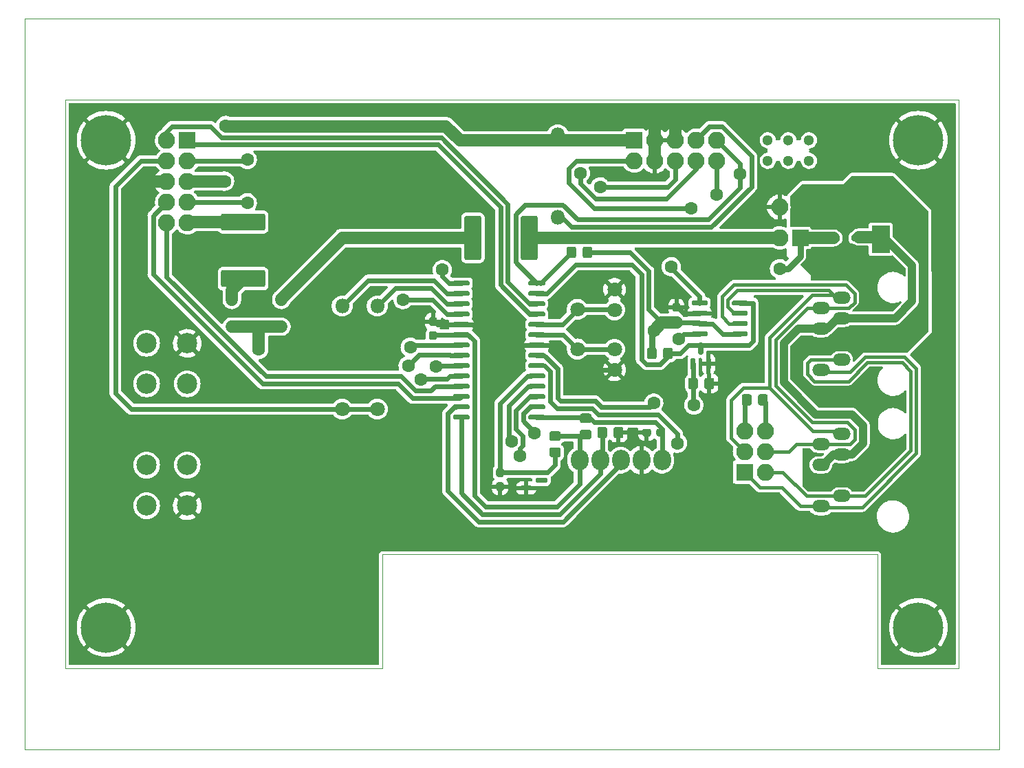
<source format=gbr>
%TF.GenerationSoftware,KiCad,Pcbnew,6.0.6*%
%TF.CreationDate,2023-03-03T15:00:19+01:00*%
%TF.ProjectId,control,636f6e74-726f-46c2-9e6b-696361645f70,rev?*%
%TF.SameCoordinates,Original*%
%TF.FileFunction,Copper,L1,Top*%
%TF.FilePolarity,Positive*%
%FSLAX46Y46*%
G04 Gerber Fmt 4.6, Leading zero omitted, Abs format (unit mm)*
G04 Created by KiCad (PCBNEW 6.0.6) date 2023-03-03 15:00:19*
%MOMM*%
%LPD*%
G01*
G04 APERTURE LIST*
%TA.AperFunction,Profile*%
%ADD10C,0.100000*%
%TD*%
%TA.AperFunction,ComponentPad*%
%ADD11C,6.200000*%
%TD*%
%TA.AperFunction,SMDPad,CuDef*%
%ADD12R,1.200000X0.900000*%
%TD*%
%TA.AperFunction,ComponentPad*%
%ADD13O,1.800000X1.800000*%
%TD*%
%TA.AperFunction,ComponentPad*%
%ADD14C,2.500000*%
%TD*%
%TA.AperFunction,SMDPad,CuDef*%
%ADD15R,2.300000X3.500000*%
%TD*%
%TA.AperFunction,ComponentPad*%
%ADD16R,2.100000X2.100000*%
%TD*%
%TA.AperFunction,ComponentPad*%
%ADD17O,2.100000X2.100000*%
%TD*%
%TA.AperFunction,ComponentPad*%
%ADD18O,2.200000X1.500000*%
%TD*%
%TA.AperFunction,ComponentPad*%
%ADD19C,1.800000*%
%TD*%
%TA.AperFunction,ComponentPad*%
%ADD20O,2.200000X2.500000*%
%TD*%
%TA.AperFunction,WasherPad*%
%ADD21C,1.300000*%
%TD*%
%TA.AperFunction,ViaPad*%
%ADD22C,1.600000*%
%TD*%
%TA.AperFunction,Conductor*%
%ADD23C,0.600000*%
%TD*%
%TA.AperFunction,Conductor*%
%ADD24C,1.500000*%
%TD*%
%TA.AperFunction,Conductor*%
%ADD25C,0.800000*%
%TD*%
%TA.AperFunction,Conductor*%
%ADD26C,1.000000*%
%TD*%
%TA.AperFunction,Conductor*%
%ADD27C,0.400000*%
%TD*%
G04 APERTURE END LIST*
D10*
X45000000Y-70000000D02*
X165000000Y-70000000D01*
X165000000Y-70000000D02*
X165000000Y-160000000D01*
X165000000Y-160000000D02*
X45000000Y-160000000D01*
X45000000Y-160000000D02*
X45000000Y-70000000D01*
X160000000Y-150000000D02*
X150000000Y-150000000D01*
X150000000Y-136000000D01*
X89000000Y-136000000D01*
X89000000Y-150000000D01*
X50000000Y-150000000D01*
X50000000Y-80000000D01*
X160000000Y-80000000D01*
X160000000Y-150000000D01*
%TO.P,R4,1*%
%TO.N,/MCLR*%
%TA.AperFunction,SMDPad,CuDef*%
G36*
G01*
X113596000Y-118636500D02*
X114496000Y-118636500D01*
G75*
G02*
X114746000Y-118886500I0J-250000D01*
G01*
X114746000Y-119586500D01*
G75*
G02*
X114496000Y-119836500I-250000J0D01*
G01*
X113596000Y-119836500D01*
G75*
G02*
X113346000Y-119586500I0J250000D01*
G01*
X113346000Y-118886500D01*
G75*
G02*
X113596000Y-118636500I250000J0D01*
G01*
G37*
%TD.AperFunction*%
%TO.P,R4,2*%
%TO.N,+5V*%
%TA.AperFunction,SMDPad,CuDef*%
G36*
G01*
X113596000Y-120636500D02*
X114496000Y-120636500D01*
G75*
G02*
X114746000Y-120886500I0J-250000D01*
G01*
X114746000Y-121586500D01*
G75*
G02*
X114496000Y-121836500I-250000J0D01*
G01*
X113596000Y-121836500D01*
G75*
G02*
X113346000Y-121586500I0J250000D01*
G01*
X113346000Y-120886500D01*
G75*
G02*
X113596000Y-120636500I250000J0D01*
G01*
G37*
%TD.AperFunction*%
%TD*%
D11*
%TO.P,H3,1,1*%
%TO.N,GND*%
X155000000Y-145000000D03*
%TD*%
%TO.P,R7,1*%
%TO.N,/PGD*%
%TA.AperFunction,SMDPad,CuDef*%
G36*
G01*
X115494000Y-121448500D02*
X115494000Y-120548500D01*
G75*
G02*
X115744000Y-120298500I250000J0D01*
G01*
X116444000Y-120298500D01*
G75*
G02*
X116694000Y-120548500I0J-250000D01*
G01*
X116694000Y-121448500D01*
G75*
G02*
X116444000Y-121698500I-250000J0D01*
G01*
X115744000Y-121698500D01*
G75*
G02*
X115494000Y-121448500I0J250000D01*
G01*
G37*
%TD.AperFunction*%
%TO.P,R7,2*%
%TO.N,GND*%
%TA.AperFunction,SMDPad,CuDef*%
G36*
G01*
X117494000Y-121448500D02*
X117494000Y-120548500D01*
G75*
G02*
X117744000Y-120298500I250000J0D01*
G01*
X118444000Y-120298500D01*
G75*
G02*
X118694000Y-120548500I0J-250000D01*
G01*
X118694000Y-121448500D01*
G75*
G02*
X118444000Y-121698500I-250000J0D01*
G01*
X117744000Y-121698500D01*
G75*
G02*
X117494000Y-121448500I0J250000D01*
G01*
G37*
%TD.AperFunction*%
%TD*%
%TO.P,F1,1*%
%TO.N,/SOLAR_PWR*%
%TA.AperFunction,SMDPad,CuDef*%
G36*
G01*
X69407001Y-94027000D02*
X74356999Y-94027000D01*
G75*
G02*
X74607000Y-94277001I0J-250001D01*
G01*
X74607000Y-95876999D01*
G75*
G02*
X74356999Y-96127000I-250001J0D01*
G01*
X69407001Y-96127000D01*
G75*
G02*
X69157000Y-95876999I0J250001D01*
G01*
X69157000Y-94277001D01*
G75*
G02*
X69407001Y-94027000I250001J0D01*
G01*
G37*
%TD.AperFunction*%
%TO.P,F1,2*%
%TO.N,Net-(D1-Pad2)*%
%TA.AperFunction,SMDPad,CuDef*%
G36*
G01*
X69407001Y-100977000D02*
X74356999Y-100977000D01*
G75*
G02*
X74607000Y-101227001I0J-250001D01*
G01*
X74607000Y-102826999D01*
G75*
G02*
X74356999Y-103077000I-250001J0D01*
G01*
X69407001Y-103077000D01*
G75*
G02*
X69157000Y-102826999I0J250001D01*
G01*
X69157000Y-101227001D01*
G75*
G02*
X69407001Y-100977000I250001J0D01*
G01*
G37*
%TD.AperFunction*%
%TD*%
%TO.P,C1,1*%
%TO.N,GND*%
%TA.AperFunction,SMDPad,CuDef*%
G36*
G01*
X103742500Y-128196800D02*
X103267500Y-128196800D01*
G75*
G02*
X103030000Y-127959300I0J237500D01*
G01*
X103030000Y-127359300D01*
G75*
G02*
X103267500Y-127121800I237500J0D01*
G01*
X103742500Y-127121800D01*
G75*
G02*
X103980000Y-127359300I0J-237500D01*
G01*
X103980000Y-127959300D01*
G75*
G02*
X103742500Y-128196800I-237500J0D01*
G01*
G37*
%TD.AperFunction*%
%TO.P,C1,2*%
%TO.N,Net-(C1-Pad2)*%
%TA.AperFunction,SMDPad,CuDef*%
G36*
G01*
X103742500Y-126471800D02*
X103267500Y-126471800D01*
G75*
G02*
X103030000Y-126234300I0J237500D01*
G01*
X103030000Y-125634300D01*
G75*
G02*
X103267500Y-125396800I237500J0D01*
G01*
X103742500Y-125396800D01*
G75*
G02*
X103980000Y-125634300I0J-237500D01*
G01*
X103980000Y-126234300D01*
G75*
G02*
X103742500Y-126471800I-237500J0D01*
G01*
G37*
%TD.AperFunction*%
%TD*%
D12*
%TO.P,D2,1,K*%
%TO.N,Net-(C2-Pad1)*%
X76581000Y-107948000D03*
%TO.P,D2,2,A*%
%TO.N,Net-(D2-Pad2)*%
X76581000Y-104648000D03*
%TD*%
%TO.P,U3,1,~{MCLR}/RE3*%
%TO.N,/MCLR*%
%TA.AperFunction,SMDPad,CuDef*%
G36*
G01*
X109053000Y-118951500D02*
X109053000Y-119251500D01*
G75*
G02*
X108903000Y-119401500I-150000J0D01*
G01*
X107153000Y-119401500D01*
G75*
G02*
X107003000Y-119251500I0J150000D01*
G01*
X107003000Y-118951500D01*
G75*
G02*
X107153000Y-118801500I150000J0D01*
G01*
X108903000Y-118801500D01*
G75*
G02*
X109053000Y-118951500I0J-150000D01*
G01*
G37*
%TD.AperFunction*%
%TO.P,U3,2,RA0*%
%TO.N,PWM_V*%
%TA.AperFunction,SMDPad,CuDef*%
G36*
G01*
X109053000Y-117681500D02*
X109053000Y-117981500D01*
G75*
G02*
X108903000Y-118131500I-150000J0D01*
G01*
X107153000Y-118131500D01*
G75*
G02*
X107003000Y-117981500I0J150000D01*
G01*
X107003000Y-117681500D01*
G75*
G02*
X107153000Y-117531500I150000J0D01*
G01*
X108903000Y-117531500D01*
G75*
G02*
X109053000Y-117681500I0J-150000D01*
G01*
G37*
%TD.AperFunction*%
%TO.P,U3,3,RA1*%
%TO.N,BTN_IN*%
%TA.AperFunction,SMDPad,CuDef*%
G36*
G01*
X109053000Y-116411500D02*
X109053000Y-116711500D01*
G75*
G02*
X108903000Y-116861500I-150000J0D01*
G01*
X107153000Y-116861500D01*
G75*
G02*
X107003000Y-116711500I0J150000D01*
G01*
X107003000Y-116411500D01*
G75*
G02*
X107153000Y-116261500I150000J0D01*
G01*
X108903000Y-116261500D01*
G75*
G02*
X109053000Y-116411500I0J-150000D01*
G01*
G37*
%TD.AperFunction*%
%TO.P,U3,4,RA2/Vref-*%
%TO.N,Solar_V*%
%TA.AperFunction,SMDPad,CuDef*%
G36*
G01*
X109053000Y-115141500D02*
X109053000Y-115441500D01*
G75*
G02*
X108903000Y-115591500I-150000J0D01*
G01*
X107153000Y-115591500D01*
G75*
G02*
X107003000Y-115441500I0J150000D01*
G01*
X107003000Y-115141500D01*
G75*
G02*
X107153000Y-114991500I150000J0D01*
G01*
X108903000Y-114991500D01*
G75*
G02*
X109053000Y-115141500I0J-150000D01*
G01*
G37*
%TD.AperFunction*%
%TO.P,U3,5,RA3/Vref+*%
%TO.N,Net-(C1-Pad2)*%
%TA.AperFunction,SMDPad,CuDef*%
G36*
G01*
X109053000Y-113871500D02*
X109053000Y-114171500D01*
G75*
G02*
X108903000Y-114321500I-150000J0D01*
G01*
X107153000Y-114321500D01*
G75*
G02*
X107003000Y-114171500I0J150000D01*
G01*
X107003000Y-113871500D01*
G75*
G02*
X107153000Y-113721500I150000J0D01*
G01*
X108903000Y-113721500D01*
G75*
G02*
X109053000Y-113871500I0J-150000D01*
G01*
G37*
%TD.AperFunction*%
%TO.P,U3,6,RA4*%
%TO.N,~{RST_DISP}*%
%TA.AperFunction,SMDPad,CuDef*%
G36*
G01*
X109053000Y-112601500D02*
X109053000Y-112901500D01*
G75*
G02*
X108903000Y-113051500I-150000J0D01*
G01*
X107153000Y-113051500D01*
G75*
G02*
X107003000Y-112901500I0J150000D01*
G01*
X107003000Y-112601500D01*
G75*
G02*
X107153000Y-112451500I150000J0D01*
G01*
X108903000Y-112451500D01*
G75*
G02*
X109053000Y-112601500I0J-150000D01*
G01*
G37*
%TD.AperFunction*%
%TO.P,U3,7,RA5*%
%TO.N,TH*%
%TA.AperFunction,SMDPad,CuDef*%
G36*
G01*
X109053000Y-111331500D02*
X109053000Y-111631500D01*
G75*
G02*
X108903000Y-111781500I-150000J0D01*
G01*
X107153000Y-111781500D01*
G75*
G02*
X107003000Y-111631500I0J150000D01*
G01*
X107003000Y-111331500D01*
G75*
G02*
X107153000Y-111181500I150000J0D01*
G01*
X108903000Y-111181500D01*
G75*
G02*
X109053000Y-111331500I0J-150000D01*
G01*
G37*
%TD.AperFunction*%
%TO.P,U3,8,Vss*%
%TO.N,GND*%
%TA.AperFunction,SMDPad,CuDef*%
G36*
G01*
X109053000Y-110061500D02*
X109053000Y-110361500D01*
G75*
G02*
X108903000Y-110511500I-150000J0D01*
G01*
X107153000Y-110511500D01*
G75*
G02*
X107003000Y-110361500I0J150000D01*
G01*
X107003000Y-110061500D01*
G75*
G02*
X107153000Y-109911500I150000J0D01*
G01*
X108903000Y-109911500D01*
G75*
G02*
X109053000Y-110061500I0J-150000D01*
G01*
G37*
%TD.AperFunction*%
%TO.P,U3,9,OSC1/CLKIN*%
%TO.N,Net-(C6-Pad1)*%
%TA.AperFunction,SMDPad,CuDef*%
G36*
G01*
X109053000Y-108791500D02*
X109053000Y-109091500D01*
G75*
G02*
X108903000Y-109241500I-150000J0D01*
G01*
X107153000Y-109241500D01*
G75*
G02*
X107003000Y-109091500I0J150000D01*
G01*
X107003000Y-108791500D01*
G75*
G02*
X107153000Y-108641500I150000J0D01*
G01*
X108903000Y-108641500D01*
G75*
G02*
X109053000Y-108791500I0J-150000D01*
G01*
G37*
%TD.AperFunction*%
%TO.P,U3,10,OSC2/CLKOUT*%
%TO.N,Net-(C7-Pad1)*%
%TA.AperFunction,SMDPad,CuDef*%
G36*
G01*
X109053000Y-107521500D02*
X109053000Y-107821500D01*
G75*
G02*
X108903000Y-107971500I-150000J0D01*
G01*
X107153000Y-107971500D01*
G75*
G02*
X107003000Y-107821500I0J150000D01*
G01*
X107003000Y-107521500D01*
G75*
G02*
X107153000Y-107371500I150000J0D01*
G01*
X108903000Y-107371500D01*
G75*
G02*
X109053000Y-107521500I0J-150000D01*
G01*
G37*
%TD.AperFunction*%
%TO.P,U3,11,SOSCO/RC0*%
%TO.N,/PWM_OK*%
%TA.AperFunction,SMDPad,CuDef*%
G36*
G01*
X109053000Y-106251500D02*
X109053000Y-106551500D01*
G75*
G02*
X108903000Y-106701500I-150000J0D01*
G01*
X107153000Y-106701500D01*
G75*
G02*
X107003000Y-106551500I0J150000D01*
G01*
X107003000Y-106251500D01*
G75*
G02*
X107153000Y-106101500I150000J0D01*
G01*
X108903000Y-106101500D01*
G75*
G02*
X109053000Y-106251500I0J-150000D01*
G01*
G37*
%TD.AperFunction*%
%TO.P,U3,12,SOSCI/RC1*%
%TO.N,/PWM_OFF*%
%TA.AperFunction,SMDPad,CuDef*%
G36*
G01*
X109053000Y-104981500D02*
X109053000Y-105281500D01*
G75*
G02*
X108903000Y-105431500I-150000J0D01*
G01*
X107153000Y-105431500D01*
G75*
G02*
X107003000Y-105281500I0J150000D01*
G01*
X107003000Y-104981500D01*
G75*
G02*
X107153000Y-104831500I150000J0D01*
G01*
X108903000Y-104831500D01*
G75*
G02*
X109053000Y-104981500I0J-150000D01*
G01*
G37*
%TD.AperFunction*%
%TO.P,U3,13,RC2*%
%TO.N,/!CANOK*%
%TA.AperFunction,SMDPad,CuDef*%
G36*
G01*
X109053000Y-103711500D02*
X109053000Y-104011500D01*
G75*
G02*
X108903000Y-104161500I-150000J0D01*
G01*
X107153000Y-104161500D01*
G75*
G02*
X107003000Y-104011500I0J150000D01*
G01*
X107003000Y-103711500D01*
G75*
G02*
X107153000Y-103561500I150000J0D01*
G01*
X108903000Y-103561500D01*
G75*
G02*
X109053000Y-103711500I0J-150000D01*
G01*
G37*
%TD.AperFunction*%
%TO.P,U3,14,SCL/RC3*%
%TO.N,SCL*%
%TA.AperFunction,SMDPad,CuDef*%
G36*
G01*
X109053000Y-102441500D02*
X109053000Y-102741500D01*
G75*
G02*
X108903000Y-102891500I-150000J0D01*
G01*
X107153000Y-102891500D01*
G75*
G02*
X107003000Y-102741500I0J150000D01*
G01*
X107003000Y-102441500D01*
G75*
G02*
X107153000Y-102291500I150000J0D01*
G01*
X108903000Y-102291500D01*
G75*
G02*
X109053000Y-102441500I0J-150000D01*
G01*
G37*
%TD.AperFunction*%
%TO.P,U3,15,SDA/RC4*%
%TO.N,SDA*%
%TA.AperFunction,SMDPad,CuDef*%
G36*
G01*
X99753000Y-102441500D02*
X99753000Y-102741500D01*
G75*
G02*
X99603000Y-102891500I-150000J0D01*
G01*
X97853000Y-102891500D01*
G75*
G02*
X97703000Y-102741500I0J150000D01*
G01*
X97703000Y-102441500D01*
G75*
G02*
X97853000Y-102291500I150000J0D01*
G01*
X99603000Y-102291500D01*
G75*
G02*
X99753000Y-102441500I0J-150000D01*
G01*
G37*
%TD.AperFunction*%
%TO.P,U3,16,RC5*%
%TO.N,Net-(R8-Pad2)*%
%TA.AperFunction,SMDPad,CuDef*%
G36*
G01*
X99753000Y-103711500D02*
X99753000Y-104011500D01*
G75*
G02*
X99603000Y-104161500I-150000J0D01*
G01*
X97853000Y-104161500D01*
G75*
G02*
X97703000Y-104011500I0J150000D01*
G01*
X97703000Y-103711500D01*
G75*
G02*
X97853000Y-103561500I150000J0D01*
G01*
X99603000Y-103561500D01*
G75*
G02*
X99753000Y-103711500I0J-150000D01*
G01*
G37*
%TD.AperFunction*%
%TO.P,U3,17,RC6*%
%TO.N,Net-(R9-Pad2)*%
%TA.AperFunction,SMDPad,CuDef*%
G36*
G01*
X99753000Y-104981500D02*
X99753000Y-105281500D01*
G75*
G02*
X99603000Y-105431500I-150000J0D01*
G01*
X97853000Y-105431500D01*
G75*
G02*
X97703000Y-105281500I0J150000D01*
G01*
X97703000Y-104981500D01*
G75*
G02*
X97853000Y-104831500I150000J0D01*
G01*
X99603000Y-104831500D01*
G75*
G02*
X99753000Y-104981500I0J-150000D01*
G01*
G37*
%TD.AperFunction*%
%TO.P,U3,18,RX1/RC7*%
%TO.N,/~{PAC_DOWN}*%
%TA.AperFunction,SMDPad,CuDef*%
G36*
G01*
X99753000Y-106251500D02*
X99753000Y-106551500D01*
G75*
G02*
X99603000Y-106701500I-150000J0D01*
G01*
X97853000Y-106701500D01*
G75*
G02*
X97703000Y-106551500I0J150000D01*
G01*
X97703000Y-106251500D01*
G75*
G02*
X97853000Y-106101500I150000J0D01*
G01*
X99603000Y-106101500D01*
G75*
G02*
X99753000Y-106251500I0J-150000D01*
G01*
G37*
%TD.AperFunction*%
%TO.P,U3,19,Vss*%
%TO.N,GND*%
%TA.AperFunction,SMDPad,CuDef*%
G36*
G01*
X99753000Y-107521500D02*
X99753000Y-107821500D01*
G75*
G02*
X99603000Y-107971500I-150000J0D01*
G01*
X97853000Y-107971500D01*
G75*
G02*
X97703000Y-107821500I0J150000D01*
G01*
X97703000Y-107521500D01*
G75*
G02*
X97853000Y-107371500I150000J0D01*
G01*
X99603000Y-107371500D01*
G75*
G02*
X99753000Y-107521500I0J-150000D01*
G01*
G37*
%TD.AperFunction*%
%TO.P,U3,20,Vdd*%
%TO.N,+5V*%
%TA.AperFunction,SMDPad,CuDef*%
G36*
G01*
X99753000Y-108791500D02*
X99753000Y-109091500D01*
G75*
G02*
X99603000Y-109241500I-150000J0D01*
G01*
X97853000Y-109241500D01*
G75*
G02*
X97703000Y-109091500I0J150000D01*
G01*
X97703000Y-108791500D01*
G75*
G02*
X97853000Y-108641500I150000J0D01*
G01*
X99603000Y-108641500D01*
G75*
G02*
X99753000Y-108791500I0J-150000D01*
G01*
G37*
%TD.AperFunction*%
%TO.P,U3,21,INT0/RB0*%
%TO.N,AL1*%
%TA.AperFunction,SMDPad,CuDef*%
G36*
G01*
X99753000Y-110061500D02*
X99753000Y-110361500D01*
G75*
G02*
X99603000Y-110511500I-150000J0D01*
G01*
X97853000Y-110511500D01*
G75*
G02*
X97703000Y-110361500I0J150000D01*
G01*
X97703000Y-110061500D01*
G75*
G02*
X97853000Y-109911500I150000J0D01*
G01*
X99603000Y-109911500D01*
G75*
G02*
X99753000Y-110061500I0J-150000D01*
G01*
G37*
%TD.AperFunction*%
%TO.P,U3,22,I2C/INT1/RB1*%
%TO.N,AL2*%
%TA.AperFunction,SMDPad,CuDef*%
G36*
G01*
X99753000Y-111331500D02*
X99753000Y-111631500D01*
G75*
G02*
X99603000Y-111781500I-150000J0D01*
G01*
X97853000Y-111781500D01*
G75*
G02*
X97703000Y-111631500I0J150000D01*
G01*
X97703000Y-111331500D01*
G75*
G02*
X97853000Y-111181500I150000J0D01*
G01*
X99603000Y-111181500D01*
G75*
G02*
X99753000Y-111331500I0J-150000D01*
G01*
G37*
%TD.AperFunction*%
%TO.P,U3,23,I2C/INT2/RB2*%
%TO.N,/CANTX*%
%TA.AperFunction,SMDPad,CuDef*%
G36*
G01*
X99753000Y-112601500D02*
X99753000Y-112901500D01*
G75*
G02*
X99603000Y-113051500I-150000J0D01*
G01*
X97853000Y-113051500D01*
G75*
G02*
X97703000Y-112901500I0J150000D01*
G01*
X97703000Y-112601500D01*
G75*
G02*
X97853000Y-112451500I150000J0D01*
G01*
X99603000Y-112451500D01*
G75*
G02*
X99753000Y-112601500I0J-150000D01*
G01*
G37*
%TD.AperFunction*%
%TO.P,U3,24,CANRX/RB3*%
%TO.N,/CANRX*%
%TA.AperFunction,SMDPad,CuDef*%
G36*
G01*
X99753000Y-113871500D02*
X99753000Y-114171500D01*
G75*
G02*
X99603000Y-114321500I-150000J0D01*
G01*
X97853000Y-114321500D01*
G75*
G02*
X97703000Y-114171500I0J150000D01*
G01*
X97703000Y-113871500D01*
G75*
G02*
X97853000Y-113721500I150000J0D01*
G01*
X99603000Y-113721500D01*
G75*
G02*
X99753000Y-113871500I0J-150000D01*
G01*
G37*
%TD.AperFunction*%
%TO.P,U3,25,RB4*%
%TO.N,BATT1_ON*%
%TA.AperFunction,SMDPad,CuDef*%
G36*
G01*
X99753000Y-115141500D02*
X99753000Y-115441500D01*
G75*
G02*
X99603000Y-115591500I-150000J0D01*
G01*
X97853000Y-115591500D01*
G75*
G02*
X97703000Y-115441500I0J150000D01*
G01*
X97703000Y-115141500D01*
G75*
G02*
X97853000Y-114991500I150000J0D01*
G01*
X99603000Y-114991500D01*
G75*
G02*
X99753000Y-115141500I0J-150000D01*
G01*
G37*
%TD.AperFunction*%
%TO.P,U3,26,RB5*%
%TO.N,BATT2_ON*%
%TA.AperFunction,SMDPad,CuDef*%
G36*
G01*
X99753000Y-116411500D02*
X99753000Y-116711500D01*
G75*
G02*
X99603000Y-116861500I-150000J0D01*
G01*
X97853000Y-116861500D01*
G75*
G02*
X97703000Y-116711500I0J150000D01*
G01*
X97703000Y-116411500D01*
G75*
G02*
X97853000Y-116261500I150000J0D01*
G01*
X99603000Y-116261500D01*
G75*
G02*
X99753000Y-116411500I0J-150000D01*
G01*
G37*
%TD.AperFunction*%
%TO.P,U3,27,PGC/TX2/RB6*%
%TO.N,/PGC*%
%TA.AperFunction,SMDPad,CuDef*%
G36*
G01*
X99753000Y-117681500D02*
X99753000Y-117981500D01*
G75*
G02*
X99603000Y-118131500I-150000J0D01*
G01*
X97853000Y-118131500D01*
G75*
G02*
X97703000Y-117981500I0J150000D01*
G01*
X97703000Y-117681500D01*
G75*
G02*
X97853000Y-117531500I150000J0D01*
G01*
X99603000Y-117531500D01*
G75*
G02*
X99753000Y-117681500I0J-150000D01*
G01*
G37*
%TD.AperFunction*%
%TO.P,U3,28,PGD/RX2/RB7*%
%TO.N,/PGD*%
%TA.AperFunction,SMDPad,CuDef*%
G36*
G01*
X99753000Y-118951500D02*
X99753000Y-119251500D01*
G75*
G02*
X99603000Y-119401500I-150000J0D01*
G01*
X97853000Y-119401500D01*
G75*
G02*
X97703000Y-119251500I0J150000D01*
G01*
X97703000Y-118951500D01*
G75*
G02*
X97853000Y-118801500I150000J0D01*
G01*
X99603000Y-118801500D01*
G75*
G02*
X99753000Y-118951500I0J-150000D01*
G01*
G37*
%TD.AperFunction*%
%TD*%
%TO.P,R10,1*%
%TO.N,SCL*%
%TA.AperFunction,SMDPad,CuDef*%
G36*
G01*
X111684000Y-99256000D02*
X111684000Y-98356000D01*
G75*
G02*
X111934000Y-98106000I250000J0D01*
G01*
X112634000Y-98106000D01*
G75*
G02*
X112884000Y-98356000I0J-250000D01*
G01*
X112884000Y-99256000D01*
G75*
G02*
X112634000Y-99506000I-250000J0D01*
G01*
X111934000Y-99506000D01*
G75*
G02*
X111684000Y-99256000I0J250000D01*
G01*
G37*
%TD.AperFunction*%
%TO.P,R10,2*%
%TO.N,+5V*%
%TA.AperFunction,SMDPad,CuDef*%
G36*
G01*
X113684000Y-99256000D02*
X113684000Y-98356000D01*
G75*
G02*
X113934000Y-98106000I250000J0D01*
G01*
X114634000Y-98106000D01*
G75*
G02*
X114884000Y-98356000I0J-250000D01*
G01*
X114884000Y-99256000D01*
G75*
G02*
X114634000Y-99506000I-250000J0D01*
G01*
X113934000Y-99506000D01*
G75*
G02*
X113684000Y-99256000I0J250000D01*
G01*
G37*
%TD.AperFunction*%
%TD*%
%TO.P,Q1,1,G*%
%TO.N,/+12CAN*%
%TA.AperFunction,SMDPad,CuDef*%
G36*
G01*
X127419200Y-113282600D02*
X127119200Y-113282600D01*
G75*
G02*
X126969200Y-113132600I0J150000D01*
G01*
X126969200Y-111957600D01*
G75*
G02*
X127119200Y-111807600I150000J0D01*
G01*
X127419200Y-111807600D01*
G75*
G02*
X127569200Y-111957600I0J-150000D01*
G01*
X127569200Y-113132600D01*
G75*
G02*
X127419200Y-113282600I-150000J0D01*
G01*
G37*
%TD.AperFunction*%
%TO.P,Q1,2,S*%
%TO.N,GND*%
%TA.AperFunction,SMDPad,CuDef*%
G36*
G01*
X129319200Y-113282600D02*
X129019200Y-113282600D01*
G75*
G02*
X128869200Y-113132600I0J150000D01*
G01*
X128869200Y-111957600D01*
G75*
G02*
X129019200Y-111807600I150000J0D01*
G01*
X129319200Y-111807600D01*
G75*
G02*
X129469200Y-111957600I0J-150000D01*
G01*
X129469200Y-113132600D01*
G75*
G02*
X129319200Y-113282600I-150000J0D01*
G01*
G37*
%TD.AperFunction*%
%TO.P,Q1,3,D*%
%TO.N,/!CANOK*%
%TA.AperFunction,SMDPad,CuDef*%
G36*
G01*
X128369200Y-111407600D02*
X128069200Y-111407600D01*
G75*
G02*
X127919200Y-111257600I0J150000D01*
G01*
X127919200Y-110082600D01*
G75*
G02*
X128069200Y-109932600I150000J0D01*
G01*
X128369200Y-109932600D01*
G75*
G02*
X128519200Y-110082600I0J-150000D01*
G01*
X128519200Y-111257600D01*
G75*
G02*
X128369200Y-111407600I-150000J0D01*
G01*
G37*
%TD.AperFunction*%
%TD*%
%TO.P,D1,1,K*%
%TO.N,Net-(C2-Pad1)*%
X70485000Y-107948000D03*
%TO.P,D1,2,A*%
%TO.N,Net-(D1-Pad2)*%
X70485000Y-104648000D03*
%TD*%
%TO.P,C12,1*%
%TO.N,GND*%
%TA.AperFunction,SMDPad,CuDef*%
G36*
G01*
X121028000Y-121236000D02*
X121028000Y-120761000D01*
G75*
G02*
X121265500Y-120523500I237500J0D01*
G01*
X121865500Y-120523500D01*
G75*
G02*
X122103000Y-120761000I0J-237500D01*
G01*
X122103000Y-121236000D01*
G75*
G02*
X121865500Y-121473500I-237500J0D01*
G01*
X121265500Y-121473500D01*
G75*
G02*
X121028000Y-121236000I0J237500D01*
G01*
G37*
%TD.AperFunction*%
%TO.P,C12,2*%
%TO.N,/MCLR*%
%TA.AperFunction,SMDPad,CuDef*%
G36*
G01*
X122753000Y-121236000D02*
X122753000Y-120761000D01*
G75*
G02*
X122990500Y-120523500I237500J0D01*
G01*
X123590500Y-120523500D01*
G75*
G02*
X123828000Y-120761000I0J-237500D01*
G01*
X123828000Y-121236000D01*
G75*
G02*
X123590500Y-121473500I-237500J0D01*
G01*
X122990500Y-121473500D01*
G75*
G02*
X122753000Y-121236000I0J237500D01*
G01*
G37*
%TD.AperFunction*%
%TD*%
D13*
%TO.P,R11,1*%
%TO.N,SDA*%
X110617000Y-94488000D03*
%TO.P,R11,2*%
%TO.N,+5V*%
X110617000Y-84328000D03*
%TD*%
%TO.P,R13,1*%
%TO.N,/+12CAN*%
%TA.AperFunction,SMDPad,CuDef*%
G36*
G01*
X126670000Y-115410400D02*
X126670000Y-114510400D01*
G75*
G02*
X126920000Y-114260400I250000J0D01*
G01*
X127620000Y-114260400D01*
G75*
G02*
X127870000Y-114510400I0J-250000D01*
G01*
X127870000Y-115410400D01*
G75*
G02*
X127620000Y-115660400I-250000J0D01*
G01*
X126920000Y-115660400D01*
G75*
G02*
X126670000Y-115410400I0J250000D01*
G01*
G37*
%TD.AperFunction*%
%TO.P,R13,2*%
%TO.N,GND*%
%TA.AperFunction,SMDPad,CuDef*%
G36*
G01*
X128670000Y-115410400D02*
X128670000Y-114510400D01*
G75*
G02*
X128920000Y-114260400I250000J0D01*
G01*
X129620000Y-114260400D01*
G75*
G02*
X129870000Y-114510400I0J-250000D01*
G01*
X129870000Y-115410400D01*
G75*
G02*
X129620000Y-115660400I-250000J0D01*
G01*
X128920000Y-115660400D01*
G75*
G02*
X128670000Y-115410400I0J250000D01*
G01*
G37*
%TD.AperFunction*%
%TD*%
%TO.P,F2,1*%
%TO.N,/CAN_PWR*%
%TA.AperFunction,SMDPad,CuDef*%
G36*
G01*
X108157000Y-94553001D02*
X108157000Y-99502999D01*
G75*
G02*
X107906999Y-99753000I-250001J0D01*
G01*
X106307001Y-99753000D01*
G75*
G02*
X106057000Y-99502999I0J250001D01*
G01*
X106057000Y-94553001D01*
G75*
G02*
X106307001Y-94303000I250001J0D01*
G01*
X107906999Y-94303000D01*
G75*
G02*
X108157000Y-94553001I0J-250001D01*
G01*
G37*
%TD.AperFunction*%
%TO.P,F2,2*%
%TO.N,Net-(D2-Pad2)*%
%TA.AperFunction,SMDPad,CuDef*%
G36*
G01*
X101207000Y-94553001D02*
X101207000Y-99502999D01*
G75*
G02*
X100956999Y-99753000I-250001J0D01*
G01*
X99357001Y-99753000D01*
G75*
G02*
X99107000Y-99502999I0J250001D01*
G01*
X99107000Y-94553001D01*
G75*
G02*
X99357001Y-94303000I250001J0D01*
G01*
X100956999Y-94303000D01*
G75*
G02*
X101207000Y-94553001I0J-250001D01*
G01*
G37*
%TD.AperFunction*%
%TD*%
D14*
%TO.P,SW2,1,1*%
%TO.N,Net-(R16-Pad2)*%
X60000000Y-110000000D03*
%TO.P,SW2,2,2*%
%TO.N,GND*%
X65000000Y-110000000D03*
%TO.P,SW2,3,3*%
%TO.N,unconnected-(SW2-Pad3)*%
X60000000Y-115000000D03*
%TO.P,SW2,4,4*%
%TO.N,unconnected-(SW2-Pad4)*%
X65000000Y-115000000D03*
%TD*%
%TO.P,C8,1*%
%TO.N,GND*%
%TA.AperFunction,SMDPad,CuDef*%
G36*
G01*
X95012500Y-106779500D02*
X95487500Y-106779500D01*
G75*
G02*
X95725000Y-107017000I0J-237500D01*
G01*
X95725000Y-107617000D01*
G75*
G02*
X95487500Y-107854500I-237500J0D01*
G01*
X95012500Y-107854500D01*
G75*
G02*
X94775000Y-107617000I0J237500D01*
G01*
X94775000Y-107017000D01*
G75*
G02*
X95012500Y-106779500I237500J0D01*
G01*
G37*
%TD.AperFunction*%
%TO.P,C8,2*%
%TO.N,+5V*%
%TA.AperFunction,SMDPad,CuDef*%
G36*
G01*
X95012500Y-108504500D02*
X95487500Y-108504500D01*
G75*
G02*
X95725000Y-108742000I0J-237500D01*
G01*
X95725000Y-109342000D01*
G75*
G02*
X95487500Y-109579500I-237500J0D01*
G01*
X95012500Y-109579500D01*
G75*
G02*
X94775000Y-109342000I0J237500D01*
G01*
X94775000Y-108742000D01*
G75*
G02*
X95012500Y-108504500I237500J0D01*
G01*
G37*
%TD.AperFunction*%
%TD*%
D11*
%TO.P,H2,1,1*%
%TO.N,GND*%
X55000000Y-85000000D03*
%TD*%
%TO.P,H1,1,1*%
%TO.N,GND*%
X55000000Y-145000000D03*
%TD*%
%TO.P,U4,1,TXD*%
%TO.N,/CANTX*%
%TA.AperFunction,SMDPad,CuDef*%
G36*
G01*
X127106000Y-105179000D02*
X127106000Y-104879000D01*
G75*
G02*
X127256000Y-104729000I150000J0D01*
G01*
X128906000Y-104729000D01*
G75*
G02*
X129056000Y-104879000I0J-150000D01*
G01*
X129056000Y-105179000D01*
G75*
G02*
X128906000Y-105329000I-150000J0D01*
G01*
X127256000Y-105329000D01*
G75*
G02*
X127106000Y-105179000I0J150000D01*
G01*
G37*
%TD.AperFunction*%
%TO.P,U4,2,VSS*%
%TO.N,GND*%
%TA.AperFunction,SMDPad,CuDef*%
G36*
G01*
X127106000Y-106449000D02*
X127106000Y-106149000D01*
G75*
G02*
X127256000Y-105999000I150000J0D01*
G01*
X128906000Y-105999000D01*
G75*
G02*
X129056000Y-106149000I0J-150000D01*
G01*
X129056000Y-106449000D01*
G75*
G02*
X128906000Y-106599000I-150000J0D01*
G01*
X127256000Y-106599000D01*
G75*
G02*
X127106000Y-106449000I0J150000D01*
G01*
G37*
%TD.AperFunction*%
%TO.P,U4,3,VDD*%
%TO.N,+5V*%
%TA.AperFunction,SMDPad,CuDef*%
G36*
G01*
X127106000Y-107719000D02*
X127106000Y-107419000D01*
G75*
G02*
X127256000Y-107269000I150000J0D01*
G01*
X128906000Y-107269000D01*
G75*
G02*
X129056000Y-107419000I0J-150000D01*
G01*
X129056000Y-107719000D01*
G75*
G02*
X128906000Y-107869000I-150000J0D01*
G01*
X127256000Y-107869000D01*
G75*
G02*
X127106000Y-107719000I0J150000D01*
G01*
G37*
%TD.AperFunction*%
%TO.P,U4,4,RXD*%
%TO.N,/CANRX*%
%TA.AperFunction,SMDPad,CuDef*%
G36*
G01*
X127106000Y-108989000D02*
X127106000Y-108689000D01*
G75*
G02*
X127256000Y-108539000I150000J0D01*
G01*
X128906000Y-108539000D01*
G75*
G02*
X129056000Y-108689000I0J-150000D01*
G01*
X129056000Y-108989000D01*
G75*
G02*
X128906000Y-109139000I-150000J0D01*
G01*
X127256000Y-109139000D01*
G75*
G02*
X127106000Y-108989000I0J150000D01*
G01*
G37*
%TD.AperFunction*%
%TO.P,U4,5,VIO*%
%TO.N,+5V*%
%TA.AperFunction,SMDPad,CuDef*%
G36*
G01*
X132056000Y-108989000D02*
X132056000Y-108689000D01*
G75*
G02*
X132206000Y-108539000I150000J0D01*
G01*
X133856000Y-108539000D01*
G75*
G02*
X134006000Y-108689000I0J-150000D01*
G01*
X134006000Y-108989000D01*
G75*
G02*
X133856000Y-109139000I-150000J0D01*
G01*
X132206000Y-109139000D01*
G75*
G02*
X132056000Y-108989000I0J150000D01*
G01*
G37*
%TD.AperFunction*%
%TO.P,U4,6,CANL*%
%TO.N,/CANL*%
%TA.AperFunction,SMDPad,CuDef*%
G36*
G01*
X132056000Y-107719000D02*
X132056000Y-107419000D01*
G75*
G02*
X132206000Y-107269000I150000J0D01*
G01*
X133856000Y-107269000D01*
G75*
G02*
X134006000Y-107419000I0J-150000D01*
G01*
X134006000Y-107719000D01*
G75*
G02*
X133856000Y-107869000I-150000J0D01*
G01*
X132206000Y-107869000D01*
G75*
G02*
X132056000Y-107719000I0J150000D01*
G01*
G37*
%TD.AperFunction*%
%TO.P,U4,7,CANH*%
%TO.N,/CANH*%
%TA.AperFunction,SMDPad,CuDef*%
G36*
G01*
X132056000Y-106449000D02*
X132056000Y-106149000D01*
G75*
G02*
X132206000Y-105999000I150000J0D01*
G01*
X133856000Y-105999000D01*
G75*
G02*
X134006000Y-106149000I0J-150000D01*
G01*
X134006000Y-106449000D01*
G75*
G02*
X133856000Y-106599000I-150000J0D01*
G01*
X132206000Y-106599000D01*
G75*
G02*
X132056000Y-106449000I0J150000D01*
G01*
G37*
%TD.AperFunction*%
%TO.P,U4,8,STBY*%
%TO.N,/!CANOK*%
%TA.AperFunction,SMDPad,CuDef*%
G36*
G01*
X132056000Y-105179000D02*
X132056000Y-104879000D01*
G75*
G02*
X132206000Y-104729000I150000J0D01*
G01*
X133856000Y-104729000D01*
G75*
G02*
X134006000Y-104879000I0J-150000D01*
G01*
X134006000Y-105179000D01*
G75*
G02*
X133856000Y-105329000I-150000J0D01*
G01*
X132206000Y-105329000D01*
G75*
G02*
X132056000Y-105179000I0J150000D01*
G01*
G37*
%TD.AperFunction*%
%TD*%
%TO.P,C15,1,1*%
%TO.N,Net-(C15-Pad1)*%
%TA.AperFunction,SMDPad,CuDef*%
G36*
G01*
X147550000Y-96798213D02*
X147550000Y-97257787D01*
G75*
G02*
X147379787Y-97428000I-170213J0D01*
G01*
X146920213Y-97428000D01*
G75*
G02*
X146750000Y-97257787I0J170213D01*
G01*
X146750000Y-96798213D01*
G75*
G02*
X146920213Y-96628000I170213J0D01*
G01*
X147379787Y-96628000D01*
G75*
G02*
X147550000Y-96798213I0J-170213D01*
G01*
G37*
%TD.AperFunction*%
%TO.P,C15,2,2*%
%TO.N,/CANGND*%
%TA.AperFunction,SMDPad,CuDef*%
G36*
G01*
X146350000Y-97455660D02*
X146350000Y-97900340D01*
G75*
G02*
X146222340Y-98028000I-127660J0D01*
G01*
X145877660Y-98028000D01*
G75*
G02*
X145750000Y-97900340I0J127660D01*
G01*
X145750000Y-97455660D01*
G75*
G02*
X145877660Y-97328000I127660J0D01*
G01*
X146222340Y-97328000D01*
G75*
G02*
X146350000Y-97455660I0J-127660D01*
G01*
G37*
%TD.AperFunction*%
%TA.AperFunction,SMDPad,CuDef*%
G36*
G01*
X146350000Y-96155660D02*
X146350000Y-96600340D01*
G75*
G02*
X146222340Y-96728000I-127660J0D01*
G01*
X145877660Y-96728000D01*
G75*
G02*
X145750000Y-96600340I0J127660D01*
G01*
X145750000Y-96155660D01*
G75*
G02*
X145877660Y-96028000I127660J0D01*
G01*
X146222340Y-96028000D01*
G75*
G02*
X146350000Y-96155660I0J-127660D01*
G01*
G37*
%TD.AperFunction*%
%TO.P,C15,3,3*%
%TO.N,/+12CAN*%
%TA.AperFunction,SMDPad,CuDef*%
G36*
G01*
X145350000Y-96798213D02*
X145350000Y-97257787D01*
G75*
G02*
X145179787Y-97428000I-170213J0D01*
G01*
X144720213Y-97428000D01*
G75*
G02*
X144550000Y-97257787I0J170213D01*
G01*
X144550000Y-96798213D01*
G75*
G02*
X144720213Y-96628000I170213J0D01*
G01*
X145179787Y-96628000D01*
G75*
G02*
X145350000Y-96798213I0J-170213D01*
G01*
G37*
%TD.AperFunction*%
%TD*%
%TO.P,R17,1*%
%TO.N,Net-(J9-Pad5)*%
%TA.AperFunction,SMDPad,CuDef*%
G36*
G01*
X133274000Y-117417000D02*
X133274000Y-116517000D01*
G75*
G02*
X133524000Y-116267000I250000J0D01*
G01*
X134224000Y-116267000D01*
G75*
G02*
X134474000Y-116517000I0J-250000D01*
G01*
X134474000Y-117417000D01*
G75*
G02*
X134224000Y-117667000I-250000J0D01*
G01*
X133524000Y-117667000D01*
G75*
G02*
X133274000Y-117417000I0J250000D01*
G01*
G37*
%TD.AperFunction*%
%TO.P,R17,2*%
%TO.N,Net-(J9-Pad6)*%
%TA.AperFunction,SMDPad,CuDef*%
G36*
G01*
X135274000Y-117417000D02*
X135274000Y-116517000D01*
G75*
G02*
X135524000Y-116267000I250000J0D01*
G01*
X136224000Y-116267000D01*
G75*
G02*
X136474000Y-116517000I0J-250000D01*
G01*
X136474000Y-117417000D01*
G75*
G02*
X136224000Y-117667000I-250000J0D01*
G01*
X135524000Y-117667000D01*
G75*
G02*
X135274000Y-117417000I0J250000D01*
G01*
G37*
%TD.AperFunction*%
%TD*%
D15*
%TO.P,D3,1,A1*%
%TO.N,Net-(C15-Pad1)*%
X150368000Y-97188000D03*
%TO.P,D3,2,A2*%
%TO.N,/CANGND*%
X150368000Y-91788000D03*
%TD*%
%TO.P,U1,1,K*%
%TO.N,Net-(C1-Pad2)*%
%TA.AperFunction,SMDPad,CuDef*%
G36*
G01*
X105995600Y-126073000D02*
X105995600Y-125773000D01*
G75*
G02*
X106145600Y-125623000I150000J0D01*
G01*
X107320600Y-125623000D01*
G75*
G02*
X107470600Y-125773000I0J-150000D01*
G01*
X107470600Y-126073000D01*
G75*
G02*
X107320600Y-126223000I-150000J0D01*
G01*
X106145600Y-126223000D01*
G75*
G02*
X105995600Y-126073000I0J150000D01*
G01*
G37*
%TD.AperFunction*%
%TO.P,U1,2,A*%
%TO.N,GND*%
%TA.AperFunction,SMDPad,CuDef*%
G36*
G01*
X105995600Y-127973000D02*
X105995600Y-127673000D01*
G75*
G02*
X106145600Y-127523000I150000J0D01*
G01*
X107320600Y-127523000D01*
G75*
G02*
X107470600Y-127673000I0J-150000D01*
G01*
X107470600Y-127973000D01*
G75*
G02*
X107320600Y-128123000I-150000J0D01*
G01*
X106145600Y-128123000D01*
G75*
G02*
X105995600Y-127973000I0J150000D01*
G01*
G37*
%TD.AperFunction*%
%TO.P,U1,3*%
%TO.N,N/C*%
%TA.AperFunction,SMDPad,CuDef*%
G36*
G01*
X107870600Y-127023000D02*
X107870600Y-126723000D01*
G75*
G02*
X108020600Y-126573000I150000J0D01*
G01*
X109195600Y-126573000D01*
G75*
G02*
X109345600Y-126723000I0J-150000D01*
G01*
X109345600Y-127023000D01*
G75*
G02*
X109195600Y-127173000I-150000J0D01*
G01*
X108020600Y-127173000D01*
G75*
G02*
X107870600Y-127023000I0J150000D01*
G01*
G37*
%TD.AperFunction*%
%TD*%
%TO.P,R12,1*%
%TO.N,/!CANOK*%
%TA.AperFunction,SMDPad,CuDef*%
G36*
G01*
X124790000Y-110802000D02*
X124790000Y-111702000D01*
G75*
G02*
X124540000Y-111952000I-250000J0D01*
G01*
X123840000Y-111952000D01*
G75*
G02*
X123590000Y-111702000I0J250000D01*
G01*
X123590000Y-110802000D01*
G75*
G02*
X123840000Y-110552000I250000J0D01*
G01*
X124540000Y-110552000D01*
G75*
G02*
X124790000Y-110802000I0J-250000D01*
G01*
G37*
%TD.AperFunction*%
%TO.P,R12,2*%
%TO.N,+5V*%
%TA.AperFunction,SMDPad,CuDef*%
G36*
G01*
X122790000Y-110802000D02*
X122790000Y-111702000D01*
G75*
G02*
X122540000Y-111952000I-250000J0D01*
G01*
X121840000Y-111952000D01*
G75*
G02*
X121590000Y-111702000I0J250000D01*
G01*
X121590000Y-110802000D01*
G75*
G02*
X121840000Y-110552000I250000J0D01*
G01*
X122540000Y-110552000D01*
G75*
G02*
X122790000Y-110802000I0J-250000D01*
G01*
G37*
%TD.AperFunction*%
%TD*%
D14*
%TO.P,SW1,1,1*%
%TO.N,unconnected-(SW1-Pad1)*%
X60000000Y-125000000D03*
%TO.P,SW1,2,2*%
%TO.N,unconnected-(SW1-Pad2)*%
X65000000Y-125000000D03*
%TO.P,SW1,3,3*%
%TO.N,Net-(R15-Pad2)*%
X60000000Y-130000000D03*
%TO.P,SW1,4,4*%
%TO.N,GND*%
X65000000Y-130000000D03*
%TD*%
%TO.P,R3,1*%
%TO.N,Net-(C1-Pad2)*%
%TA.AperFunction,SMDPad,CuDef*%
G36*
G01*
X110736800Y-124028000D02*
X109836800Y-124028000D01*
G75*
G02*
X109586800Y-123778000I0J250000D01*
G01*
X109586800Y-123078000D01*
G75*
G02*
X109836800Y-122828000I250000J0D01*
G01*
X110736800Y-122828000D01*
G75*
G02*
X110986800Y-123078000I0J-250000D01*
G01*
X110986800Y-123778000D01*
G75*
G02*
X110736800Y-124028000I-250000J0D01*
G01*
G37*
%TD.AperFunction*%
%TO.P,R3,2*%
%TO.N,+5V*%
%TA.AperFunction,SMDPad,CuDef*%
G36*
G01*
X110736800Y-122028000D02*
X109836800Y-122028000D01*
G75*
G02*
X109586800Y-121778000I0J250000D01*
G01*
X109586800Y-121078000D01*
G75*
G02*
X109836800Y-120828000I250000J0D01*
G01*
X110736800Y-120828000D01*
G75*
G02*
X110986800Y-121078000I0J-250000D01*
G01*
X110986800Y-121778000D01*
G75*
G02*
X110736800Y-122028000I-250000J0D01*
G01*
G37*
%TD.AperFunction*%
%TD*%
D11*
%TO.P,H4,1,1*%
%TO.N,GND*%
X155000000Y-85000000D03*
%TD*%
%TO.P,C14,1*%
%TO.N,+5V*%
%TA.AperFunction,SMDPad,CuDef*%
G36*
G01*
X125459500Y-107826000D02*
X124984500Y-107826000D01*
G75*
G02*
X124747000Y-107588500I0J237500D01*
G01*
X124747000Y-106988500D01*
G75*
G02*
X124984500Y-106751000I237500J0D01*
G01*
X125459500Y-106751000D01*
G75*
G02*
X125697000Y-106988500I0J-237500D01*
G01*
X125697000Y-107588500D01*
G75*
G02*
X125459500Y-107826000I-237500J0D01*
G01*
G37*
%TD.AperFunction*%
%TO.P,C14,2*%
%TO.N,GND*%
%TA.AperFunction,SMDPad,CuDef*%
G36*
G01*
X125459500Y-106101000D02*
X124984500Y-106101000D01*
G75*
G02*
X124747000Y-105863500I0J237500D01*
G01*
X124747000Y-105263500D01*
G75*
G02*
X124984500Y-105026000I237500J0D01*
G01*
X125459500Y-105026000D01*
G75*
G02*
X125697000Y-105263500I0J-237500D01*
G01*
X125697000Y-105863500D01*
G75*
G02*
X125459500Y-106101000I-237500J0D01*
G01*
G37*
%TD.AperFunction*%
%TD*%
D16*
%TO.P,J4,1,Pin_1*%
%TO.N,+5V*%
X120000000Y-85000000D03*
D17*
%TO.P,J4,2,Pin_2*%
%TO.N,TH*%
X120000000Y-87540000D03*
%TO.P,J4,3,Pin_3*%
%TO.N,GND*%
X122540000Y-85000000D03*
%TO.P,J4,4,Pin_4*%
X122540000Y-87540000D03*
%TO.P,J4,5,Pin_5*%
X125080000Y-85000000D03*
%TO.P,J4,6,Pin_6*%
%TO.N,AL2*%
X125080000Y-87540000D03*
%TO.P,J4,7,Pin_7*%
%TO.N,SDA*%
X127620000Y-85000000D03*
%TO.P,J4,8,Pin_8*%
%TO.N,/~{PAC_DOWN}*%
X127620000Y-87540000D03*
%TO.P,J4,9,Pin_9*%
%TO.N,SCL*%
X130160000Y-85000000D03*
%TO.P,J4,10,Pin_10*%
%TO.N,AL1*%
X130160000Y-87540000D03*
%TD*%
D18*
%TO.P,J8,1*%
%TO.N,/CANH*%
X145542000Y-121158000D03*
%TO.P,J8,2*%
%TO.N,/CANL*%
X143002000Y-122428000D03*
%TO.P,J8,3*%
%TO.N,Net-(C15-Pad1)*%
X145542000Y-123698000D03*
%TO.P,J8,4*%
X143002000Y-124968000D03*
%TO.P,J8,5*%
%TO.N,/CANGND*%
X145542000Y-126238000D03*
%TO.P,J8,6*%
X143002000Y-127508000D03*
%TO.P,J8,7*%
%TO.N,Net-(J7-Pad7)*%
X145542000Y-128778000D03*
%TO.P,J8,8*%
%TO.N,Net-(J7-Pad8)*%
X143002000Y-130048000D03*
%TD*%
%TO.P,J7,1*%
%TO.N,/CANH*%
X145542000Y-104394000D03*
%TO.P,J7,2*%
%TO.N,/CANL*%
X143002000Y-105664000D03*
%TO.P,J7,3*%
%TO.N,Net-(C15-Pad1)*%
X145542000Y-106934000D03*
%TO.P,J7,4*%
X143002000Y-108204000D03*
%TO.P,J7,5*%
%TO.N,/CANGND*%
X145542000Y-109474000D03*
%TO.P,J7,6*%
X143002000Y-110744000D03*
%TO.P,J7,7*%
%TO.N,Net-(J7-Pad7)*%
X145542000Y-112014000D03*
%TO.P,J7,8*%
%TO.N,Net-(J7-Pad8)*%
X143002000Y-113284000D03*
%TD*%
D19*
%TO.P,R8,1*%
%TO.N,/PWM*%
X84074000Y-118110000D03*
D13*
%TO.P,R8,2*%
%TO.N,Net-(R8-Pad2)*%
X84074000Y-105410000D03*
%TD*%
D16*
%TO.P,J9,1,Pin_1*%
%TO.N,Net-(J7-Pad8)*%
X133604000Y-125857000D03*
D17*
%TO.P,J9,2,Pin_2*%
%TO.N,Net-(J7-Pad7)*%
X136144000Y-125857000D03*
%TO.P,J9,3,Pin_3*%
%TO.N,/CANH*%
X133604000Y-123317000D03*
%TO.P,J9,4,Pin_4*%
%TO.N,/CANL*%
X136144000Y-123317000D03*
%TO.P,J9,5,Pin_5*%
%TO.N,Net-(J9-Pad5)*%
X133604000Y-120777000D03*
%TO.P,J9,6,Pin_6*%
%TO.N,Net-(J9-Pad6)*%
X136144000Y-120777000D03*
%TD*%
D19*
%TO.P,R9,1*%
%TO.N,/PWM*%
X88392000Y-118110000D03*
D13*
%TO.P,R9,2*%
%TO.N,Net-(R9-Pad2)*%
X88392000Y-105410000D03*
%TD*%
D20*
%TO.P,J1,1,Pin_1*%
%TO.N,+5V*%
X113289000Y-124403000D03*
%TO.P,J1,2,Pin_2*%
%TO.N,/PGD*%
X115829000Y-124403000D03*
%TO.P,J1,3,Pin_3*%
%TO.N,/PGC*%
X118369000Y-124403000D03*
%TO.P,J1,4,Pin_4*%
%TO.N,GND*%
X120909000Y-124403000D03*
%TO.P,J1,5,Pin_5*%
%TO.N,/MCLR*%
X123449000Y-124403000D03*
%TD*%
D16*
%TO.P,J2,1,Pin_1*%
%TO.N,/PWM_OK*%
X65000000Y-85000000D03*
D17*
%TO.P,J2,2,Pin_2*%
%TO.N,/PWM_OFF*%
X62460000Y-85000000D03*
%TO.P,J2,3,Pin_3*%
%TO.N,PWM_V*%
X65000000Y-87540000D03*
%TO.P,J2,4,Pin_4*%
%TO.N,/PWM*%
X62460000Y-87540000D03*
%TO.P,J2,5,Pin_5*%
%TO.N,+5V*%
X65000000Y-90080000D03*
%TO.P,J2,6,Pin_6*%
%TO.N,GND*%
X62460000Y-90080000D03*
%TO.P,J2,7,Pin_7*%
%TO.N,Solar_V*%
X65000000Y-92620000D03*
%TO.P,J2,8,Pin_8*%
%TO.N,BATT2_ON*%
X62460000Y-92620000D03*
%TO.P,J2,9,Pin_9*%
%TO.N,/SOLAR_PWR*%
X65000000Y-95160000D03*
%TO.P,J2,10,Pin_10*%
%TO.N,BATT1_ON*%
X62460000Y-95160000D03*
%TD*%
D16*
%TO.P,J6,1,Pin_1*%
%TO.N,/CANGND*%
X140462000Y-93218000D03*
D17*
%TO.P,J6,2,Pin_2*%
%TO.N,GND*%
X137922000Y-93218000D03*
%TD*%
D19*
%TO.P,Y1,1,1*%
%TO.N,Net-(C6-Pad1)*%
X113030000Y-110719500D03*
%TO.P,Y1,2,2*%
%TO.N,Net-(C7-Pad1)*%
X113030000Y-105819500D03*
%TD*%
D16*
%TO.P,J5,1,Pin_1*%
%TO.N,/+12CAN*%
X140462000Y-97028000D03*
D17*
%TO.P,J5,2,Pin_2*%
%TO.N,/CAN_PWR*%
X137922000Y-97028000D03*
%TD*%
D19*
%TO.P,C6,1*%
%TO.N,Net-(C6-Pad1)*%
X117602000Y-110739500D03*
%TO.P,C6,2*%
%TO.N,GND*%
X117602000Y-113239500D03*
%TD*%
D21*
%TO.P,J3,*%
%TO.N,*%
X141540000Y-85000000D03*
X139000000Y-87540000D03*
X136460000Y-85000000D03*
X139000000Y-85000000D03*
X141540000Y-87540000D03*
X136460000Y-87540000D03*
%TD*%
D19*
%TO.P,C7,1*%
%TO.N,Net-(C7-Pad1)*%
X117602000Y-105873500D03*
%TO.P,C7,2*%
%TO.N,GND*%
X117602000Y-103373500D03*
%TD*%
D22*
%TO.N,GND*%
X145923000Y-83185000D03*
X92075000Y-107061000D03*
X86995000Y-89789000D03*
X130683000Y-100203000D03*
X53086000Y-92202000D03*
X97155000Y-131318000D03*
X58420000Y-92202000D03*
X134366000Y-93218000D03*
X68707000Y-120396000D03*
%TO.N,Net-(C2-Pad1)*%
X73812400Y-110744000D03*
%TO.N,+5V*%
X69596000Y-90043000D03*
X69723000Y-83185000D03*
X122428000Y-108458000D03*
%TO.N,/+12CAN*%
X137922000Y-100838000D03*
X127355600Y-117602000D03*
%TO.N,SCL*%
X133056500Y-89154000D03*
%TO.N,SDA*%
X96393000Y-100958698D03*
%TO.N,~{RST_DISP}*%
X125349000Y-122301000D03*
%TO.N,BTN_IN*%
X105984882Y-123877500D03*
%TO.N,PWM_V*%
X72390000Y-87376000D03*
X107772634Y-121083469D03*
%TO.N,/~{PAC_DOWN}*%
X113411000Y-89039500D03*
X91567000Y-104608500D03*
%TO.N,TH*%
X127000000Y-93348500D03*
X122428000Y-117369000D03*
%TO.N,/CANTX*%
X95631000Y-112854028D03*
X124587000Y-100584000D03*
%TO.N,/CANRX*%
X93726000Y-114442000D03*
X125476000Y-109474000D03*
%TO.N,Solar_V*%
X72390000Y-92710000D03*
X104902000Y-122047000D03*
%TO.N,AL2*%
X92202000Y-112776000D03*
X115824000Y-90757500D03*
%TO.N,AL1*%
X92456000Y-110490000D03*
X130175000Y-91654500D03*
%TD*%
D23*
%TO.N,Net-(C1-Pad2)*%
X110286800Y-124972700D02*
X109336500Y-125923000D01*
X107339619Y-114021500D02*
X106924632Y-114021500D01*
X103492000Y-117454132D02*
X103492000Y-125921300D01*
X109336500Y-125923000D02*
X106733100Y-125923000D01*
X106733100Y-125923000D02*
X103516300Y-125923000D01*
X110286800Y-123428000D02*
X110286800Y-124972700D01*
X106924632Y-114021500D02*
X103492000Y-117454132D01*
%TO.N,GND*%
X113239500Y-113239500D02*
X117602000Y-113239500D01*
D24*
X58420000Y-91236800D02*
X58420000Y-92202000D01*
D23*
X100076000Y-107671500D02*
X102616000Y-110211500D01*
X98728000Y-107671500D02*
X100076000Y-107671500D01*
D24*
X144475200Y-81737200D02*
X145923000Y-83185000D01*
X125080000Y-81828400D02*
X125080000Y-85000000D01*
X59576800Y-90080000D02*
X58420000Y-91236800D01*
X122540000Y-85000000D02*
X122540000Y-87540000D01*
X122540000Y-85000000D02*
X122540000Y-82184000D01*
X125171200Y-81737200D02*
X125080000Y-81828400D01*
D23*
X98728000Y-107671500D02*
X95779500Y-107671500D01*
D24*
X62460000Y-90080000D02*
X59576800Y-90080000D01*
D23*
X95779500Y-107671500D02*
X95250000Y-107142000D01*
X110211500Y-110211500D02*
X113239500Y-113239500D01*
X126132500Y-106299000D02*
X125222000Y-105388500D01*
X128081000Y-106299000D02*
X126132500Y-106299000D01*
X108028000Y-110211500D02*
X110211500Y-110211500D01*
D24*
X125171200Y-81737200D02*
X144475200Y-81737200D01*
X122986800Y-81737200D02*
X125171200Y-81737200D01*
X122540000Y-82184000D02*
X122986800Y-81737200D01*
D23*
X102616000Y-110211500D02*
X108028000Y-110211500D01*
D24*
%TO.N,Net-(C2-Pad1)*%
X73787000Y-108074000D02*
X73661000Y-107948000D01*
X73661000Y-107948000D02*
X76581000Y-107948000D01*
X73787000Y-110718600D02*
X73787000Y-108074000D01*
X73812400Y-110744000D02*
X73787000Y-110718600D01*
X70485000Y-107948000D02*
X73661000Y-107948000D01*
%TO.N,+5V*%
X122428000Y-108458000D02*
X123422500Y-107463500D01*
X98556530Y-85000000D02*
X110527000Y-85000000D01*
D23*
X113289000Y-127342132D02*
X110498132Y-130133000D01*
X98728000Y-108941500D02*
X95525500Y-108941500D01*
D24*
X69596000Y-90043000D02*
X65037000Y-90043000D01*
D25*
X122190000Y-108696000D02*
X122190000Y-111252000D01*
D23*
X100363000Y-128794066D02*
X100363000Y-109746698D01*
X99917802Y-109301500D02*
X99903500Y-109301500D01*
X119509513Y-98806000D02*
X121814000Y-101110487D01*
X133031000Y-108839000D02*
X130937000Y-108839000D01*
D24*
X123422500Y-107463500D02*
X125222000Y-107463500D01*
X96830531Y-83274001D02*
X98556530Y-85000000D01*
D23*
X127975500Y-107463500D02*
X128081000Y-107569000D01*
X113289000Y-124403000D02*
X113289000Y-127342132D01*
X113289000Y-124403000D02*
X113289000Y-121671000D01*
X110498132Y-130133000D02*
X101701934Y-130133000D01*
D24*
X69723000Y-83185000D02*
X69812000Y-83274000D01*
D25*
X122428000Y-108458000D02*
X122190000Y-108696000D01*
D23*
X113046000Y-121428000D02*
X113854500Y-121428000D01*
X121814000Y-105855000D02*
X123422500Y-107463500D01*
X113014000Y-121428000D02*
X110286800Y-121428000D01*
X110617000Y-84910000D02*
X110527000Y-85000000D01*
D24*
X69812000Y-83274000D02*
X96830531Y-83274001D01*
X110527000Y-85000000D02*
X120000000Y-85000000D01*
D23*
X99903500Y-109301500D02*
X99543500Y-108941500D01*
X129667000Y-107569000D02*
X128081000Y-107569000D01*
X114284000Y-98806000D02*
X119509513Y-98806000D01*
X121814000Y-101110487D02*
X121814000Y-105855000D01*
X125222000Y-107463500D02*
X127975500Y-107463500D01*
X101701934Y-130133000D02*
X100363000Y-128794066D01*
X130937000Y-108839000D02*
X129667000Y-107569000D01*
X100363000Y-109746698D02*
X99917802Y-109301500D01*
X99543500Y-108941500D02*
X98728000Y-108941500D01*
%TO.N,Net-(C6-Pad1)*%
X113030000Y-110719500D02*
X117582000Y-110719500D01*
X111252000Y-108941500D02*
X113030000Y-110719500D01*
X108028000Y-108941500D02*
X111252000Y-108941500D01*
%TO.N,/MCLR*%
X123465500Y-120544500D02*
X123465500Y-124386500D01*
X122609500Y-119688500D02*
X123465500Y-120544500D01*
X115098000Y-119688500D02*
X122609500Y-119688500D01*
X114346000Y-118936500D02*
X115098000Y-119688500D01*
X108028000Y-119101500D02*
X113911000Y-119101500D01*
D26*
%TO.N,/CANGND*%
X152188806Y-109474000D02*
X155702000Y-105960806D01*
X141351000Y-115824000D02*
X147320000Y-115824000D01*
X143002000Y-110744000D02*
X143492000Y-110254000D01*
X145542000Y-109474000D02*
X152188806Y-109474000D01*
X143492000Y-110254000D02*
X144762000Y-110254000D01*
X143002000Y-110744000D02*
X141541500Y-110744000D01*
X143002000Y-127508000D02*
X144018000Y-127508000D01*
X149541999Y-118045999D02*
X149541999Y-125286001D01*
X155702000Y-105960806D02*
X155702000Y-96012000D01*
X148590000Y-126238000D02*
X145542000Y-126238000D01*
X145288000Y-126238000D02*
X144018000Y-127508000D01*
X147320000Y-115824000D02*
X149541999Y-118045999D01*
X140335000Y-114808000D02*
X141351000Y-115824000D01*
X155702000Y-96012000D02*
X151224000Y-91534000D01*
X149541999Y-125286001D02*
X148590000Y-126238000D01*
X144762000Y-110254000D02*
X145542000Y-109474000D01*
X141541500Y-110744000D02*
X140335000Y-111950500D01*
X140335000Y-111950500D02*
X140335000Y-114808000D01*
D25*
%TO.N,/+12CAN*%
X140462000Y-99314000D02*
X138938000Y-100838000D01*
D23*
X127270000Y-117516400D02*
X127270000Y-114960400D01*
X127269200Y-112545100D02*
X127269200Y-114959600D01*
D25*
X140462000Y-97028000D02*
X140462000Y-99314000D01*
X138938000Y-100838000D02*
X137922000Y-100838000D01*
D24*
X140462000Y-97028000D02*
X144526000Y-97028000D01*
D23*
X127355600Y-117602000D02*
X127270000Y-117516400D01*
%TO.N,SCL*%
X111237001Y-92964000D02*
X106553000Y-92964000D01*
X133056500Y-89154000D02*
X133056500Y-87896500D01*
X108498500Y-102591500D02*
X112284000Y-98806000D01*
X105410000Y-94107000D02*
X105410000Y-99973500D01*
X133056500Y-87896500D02*
X130160000Y-85000000D01*
X105410000Y-99973500D02*
X108028000Y-102591500D01*
X106553000Y-92964000D02*
X105410000Y-94107000D01*
X129143000Y-94758000D02*
X113031001Y-94758000D01*
X133056500Y-89154000D02*
X133056500Y-90844500D01*
X113031001Y-94758000D02*
X111237001Y-92964000D01*
X133056500Y-90844500D02*
X129143000Y-94758000D01*
%TO.N,SDA*%
X96393000Y-101727000D02*
X97257500Y-102591500D01*
X112305000Y-95668000D02*
X110871000Y-94234000D01*
X130847595Y-83340000D02*
X134466500Y-86958905D01*
X127620000Y-85000000D02*
X129280000Y-83340000D01*
X97257500Y-102591500D02*
X98728000Y-102591500D01*
X96393000Y-100958698D02*
X96393000Y-101727000D01*
X134466500Y-86958905D02*
X134466500Y-90721434D01*
X134466500Y-90721434D02*
X129519934Y-95668000D01*
X129280000Y-83340000D02*
X130847595Y-83340000D01*
X129519934Y-95668000D02*
X112305000Y-95668000D01*
%TO.N,~{RST_DISP}*%
X115604224Y-118778500D02*
X114852224Y-118026500D01*
X109663000Y-113473000D02*
X108966000Y-112776000D01*
X125349000Y-121141066D02*
X122986434Y-118778500D01*
X114852224Y-118026500D02*
X110530988Y-118026500D01*
X110530988Y-118026500D02*
X109663000Y-117158512D01*
X125349000Y-122301000D02*
X125349000Y-121141066D01*
X122986434Y-118778500D02*
X115604224Y-118778500D01*
X109663000Y-117158512D02*
X109663000Y-113473000D01*
D24*
%TO.N,/CAN_PWR*%
X137922000Y-97028000D02*
X107107000Y-97028000D01*
%TO.N,/SOLAR_PWR*%
X71882000Y-95077000D02*
X65083000Y-95077000D01*
D23*
%TO.N,/PGD*%
X116094000Y-120998500D02*
X116094000Y-124138000D01*
X98728000Y-119101500D02*
X98728000Y-128446000D01*
X98728000Y-128446000D02*
X101325000Y-131043000D01*
X101325000Y-131043000D02*
X110875066Y-131043000D01*
X115829000Y-126089066D02*
X115829000Y-124403000D01*
X110875066Y-131043000D02*
X115829000Y-126089066D01*
%TO.N,/PGC*%
X97093000Y-118636698D02*
X97093000Y-128208000D01*
X98039619Y-117831500D02*
X97898198Y-117831500D01*
X97898198Y-117831500D02*
X97093000Y-118636698D01*
X97093000Y-128208000D02*
X100838000Y-131953000D01*
X100838000Y-131953000D02*
X111252000Y-131953000D01*
X111252000Y-131953000D02*
X118369000Y-124836000D01*
D27*
%TO.N,/CANH*%
X143993000Y-103480000D02*
X144907000Y-104394000D01*
X141997070Y-120802492D02*
X145186492Y-120802492D01*
X133451600Y-115468400D02*
X136702800Y-115468400D01*
X141902486Y-104094000D02*
X136704000Y-109292486D01*
X131546000Y-104605619D02*
X132671619Y-103480000D01*
X131953000Y-116967000D02*
X133451600Y-115468400D01*
X133604000Y-123317000D02*
X131953000Y-121666000D01*
X132392619Y-106299000D02*
X131546000Y-105452381D01*
X136704000Y-115509422D02*
X141997070Y-120802492D01*
X132671619Y-103480000D02*
X143993000Y-103480000D01*
X136704000Y-109292486D02*
X136704000Y-115509422D01*
X145242000Y-104094000D02*
X141902486Y-104094000D01*
X131546000Y-105452381D02*
X131546000Y-104605619D01*
X131953000Y-121666000D02*
X131953000Y-116967000D01*
D24*
%TO.N,Net-(D1-Pad2)*%
X70485000Y-103424000D02*
X71882000Y-102027000D01*
X70485000Y-104648000D02*
X70485000Y-103424000D01*
%TO.N,Net-(D2-Pad2)*%
X84074000Y-97028000D02*
X76581000Y-104521000D01*
X76581000Y-104521000D02*
X76581000Y-104648000D01*
X100157000Y-97028000D02*
X84074000Y-97028000D01*
D27*
%TO.N,/CANL*%
X146558000Y-122428000D02*
X147152000Y-121834000D01*
X147152000Y-121834000D02*
X147152000Y-120615380D01*
X137414000Y-109586578D02*
X141336578Y-105664000D01*
X143002000Y-105664000D02*
X146431000Y-105664000D01*
X139065000Y-123317000D02*
X136144000Y-123317000D01*
X146070620Y-102770000D02*
X132307000Y-102770000D01*
X130836000Y-104241000D02*
X130836000Y-106706000D01*
X130836000Y-106706000D02*
X131699000Y-107569000D01*
X147152000Y-104943000D02*
X147152000Y-103851380D01*
X147152000Y-103851380D02*
X146070620Y-102770000D01*
X137414000Y-115215330D02*
X137414000Y-109586578D01*
X146291620Y-119755000D02*
X141953670Y-119755000D01*
X131699000Y-107569000D02*
X133031000Y-107569000D01*
X146431000Y-105664000D02*
X147152000Y-104943000D01*
X139954000Y-122428000D02*
X139065000Y-123317000D01*
X141336578Y-105664000D02*
X143002000Y-105664000D01*
X132307000Y-102770000D02*
X130836000Y-104241000D01*
X143002000Y-122428000D02*
X139954000Y-122428000D01*
X143002000Y-122428000D02*
X146558000Y-122428000D01*
X141953670Y-119755000D02*
X137414000Y-115215330D01*
X147152000Y-120615380D02*
X146291620Y-119755000D01*
D23*
%TO.N,/!CANOK*%
X126708042Y-110236000D02*
X125692042Y-111252000D01*
X120904000Y-101487421D02*
X120904000Y-111982224D01*
X112776000Y-100330000D02*
X119746579Y-100330000D01*
X134620000Y-105029000D02*
X134620000Y-109728000D01*
X134112000Y-110236000D02*
X126708042Y-110236000D01*
X109244500Y-103861500D02*
X112776000Y-100330000D01*
X124190000Y-111623600D02*
X123213100Y-112600500D01*
X120904000Y-111982224D02*
X121522276Y-112600500D01*
X108028000Y-103861500D02*
X109244500Y-103861500D01*
X121522276Y-112600500D02*
X123213100Y-112600500D01*
X134620000Y-109728000D02*
X134112000Y-110236000D01*
X125692042Y-111252000D02*
X124190000Y-111252000D01*
X119746579Y-100330000D02*
X120904000Y-101487421D01*
X133031000Y-105029000D02*
X134620000Y-105029000D01*
%TO.N,/PWM*%
X56134000Y-90678000D02*
X59272000Y-87540000D01*
X84074000Y-118110000D02*
X58110000Y-118110000D01*
X58110000Y-118110000D02*
X56134000Y-116134000D01*
X84074000Y-118110000D02*
X88392000Y-118110000D01*
X56134000Y-116134000D02*
X56134000Y-90678000D01*
X59272000Y-87540000D02*
X62460000Y-87540000D01*
%TO.N,Net-(R9-Pad2)*%
X95065476Y-103198500D02*
X90603500Y-103198500D01*
X96998476Y-105131500D02*
X95065476Y-103198500D01*
X90603500Y-103198500D02*
X88392000Y-105410000D01*
X98728000Y-105131500D02*
X96998476Y-105131500D01*
%TO.N,BTN_IN*%
X106312000Y-121425000D02*
X105483000Y-120596000D01*
X105483000Y-118259764D02*
X107181264Y-116561500D01*
X105984882Y-123877500D02*
X105984882Y-122958160D01*
X107181264Y-116561500D02*
X108028000Y-116561500D01*
X106312000Y-122631042D02*
X106312000Y-121425000D01*
X105483000Y-120596000D02*
X105483000Y-118259764D01*
X105984882Y-122958160D02*
X106312000Y-122631042D01*
%TO.N,PWM_V*%
X72390000Y-87376000D02*
X72226000Y-87540000D01*
X107772634Y-121083469D02*
X107772634Y-120945936D01*
X107198198Y-117831500D02*
X107339619Y-117831500D01*
X106393000Y-119566302D02*
X106393000Y-118636698D01*
X106393000Y-118636698D02*
X107198198Y-117831500D01*
X72226000Y-87540000D02*
X65000000Y-87540000D01*
X107772634Y-120945936D02*
X106393000Y-119566302D01*
%TO.N,/PWM_OK*%
X107163500Y-106401500D02*
X103563000Y-102801000D01*
X108028000Y-106401500D02*
X107163500Y-106401500D01*
X103563000Y-93216734D02*
X95890266Y-85544000D01*
X103563000Y-102801000D02*
X103563000Y-93216734D01*
X95890266Y-85544000D02*
X65544000Y-85544000D01*
%TO.N,/PWM_OFF*%
X104473000Y-102362000D02*
X104473000Y-92839800D01*
X63119000Y-83312000D02*
X62460000Y-83971000D01*
X69177958Y-84634000D02*
X67855958Y-83312000D01*
X62460000Y-83971000D02*
X62460000Y-85000000D01*
X67855958Y-83312000D02*
X63119000Y-83312000D01*
X107180434Y-105131500D02*
X108028000Y-105131500D01*
X104473000Y-92839800D02*
X96267200Y-84634000D01*
X104473000Y-102424066D02*
X107180434Y-105131500D01*
X96267200Y-84634000D02*
X69177958Y-84634000D01*
%TO.N,/~{PAC_DOWN}*%
X115239958Y-92167500D02*
X124011900Y-92167500D01*
X96981542Y-106401500D02*
X98728000Y-106401500D01*
X95188542Y-104608500D02*
X96981542Y-106401500D01*
X113411000Y-89039500D02*
X113411000Y-90338542D01*
X124011900Y-92167500D02*
X127620000Y-88559400D01*
X91567000Y-104608500D02*
X95188542Y-104608500D01*
X113411000Y-90338542D02*
X115239958Y-92167500D01*
X127620000Y-88559400D02*
X127620000Y-87540000D01*
%TO.N,TH*%
X110573000Y-116781578D02*
X110573000Y-113096066D01*
X112001000Y-90215476D02*
X112001000Y-88455458D01*
X112916458Y-87540000D02*
X120000000Y-87540000D01*
X110573000Y-113096066D02*
X108958434Y-111481500D01*
X108958434Y-111481500D02*
X108028000Y-111481500D01*
X112001000Y-88455458D02*
X112916458Y-87540000D01*
X115981158Y-117868500D02*
X115229158Y-117116500D01*
X115229158Y-117116500D02*
X110907922Y-117116500D01*
X115134024Y-93348500D02*
X112001000Y-90215476D01*
X110907922Y-117116500D02*
X110573000Y-116781578D01*
X127000000Y-93348500D02*
X115134024Y-93348500D01*
X121928500Y-117868500D02*
X115981158Y-117868500D01*
X122428000Y-117369000D02*
X121928500Y-117868500D01*
%TO.N,BATT2_ON*%
X98728000Y-116561500D02*
X98527500Y-116762000D01*
X60800000Y-94280000D02*
X62460000Y-92620000D01*
X90955045Y-114974979D02*
X74301715Y-114974979D01*
X92742066Y-116762000D02*
X90955045Y-114974979D01*
X74301715Y-114974979D02*
X60800000Y-101473264D01*
X98527500Y-116762000D02*
X92742066Y-116762000D01*
X60800000Y-101473264D02*
X60800000Y-94280000D01*
%TO.N,/CANTX*%
X95733528Y-112751500D02*
X98728000Y-112751500D01*
X124587000Y-100584000D02*
X124587000Y-100711000D01*
X128081000Y-104205000D02*
X128081000Y-105029000D01*
X124587000Y-100711000D02*
X128081000Y-104205000D01*
X95631000Y-112854028D02*
X95733528Y-112751500D01*
%TO.N,/CANRX*%
X96946500Y-114381500D02*
X93786500Y-114381500D01*
X126111000Y-108839000D02*
X125476000Y-109474000D01*
X93786500Y-114381500D02*
X93726000Y-114442000D01*
X98728000Y-114021500D02*
X97306500Y-114021500D01*
X97306500Y-114021500D02*
X96946500Y-114381500D01*
X128081000Y-108839000D02*
X126111000Y-108839000D01*
%TO.N,BATT1_ON*%
X62460000Y-101846330D02*
X62460000Y-95160000D01*
X98728000Y-115291500D02*
X95508183Y-115291500D01*
X74678649Y-114064979D02*
X62460000Y-101846330D01*
X94947683Y-115852000D02*
X93119000Y-115852000D01*
X93119000Y-115852000D02*
X91331979Y-114064979D01*
X91331979Y-114064979D02*
X74678649Y-114064979D01*
X95508183Y-115291500D02*
X94947683Y-115852000D01*
%TO.N,Solar_V*%
X72390000Y-92710000D02*
X72300000Y-92620000D01*
X104902000Y-122047000D02*
X104573000Y-121718000D01*
X104573000Y-121718000D02*
X104573000Y-117660066D01*
X106941566Y-115291500D02*
X107339619Y-115291500D01*
X72300000Y-92620000D02*
X65000000Y-92620000D01*
X104573000Y-117660066D02*
X106941566Y-115291500D01*
%TO.N,AL2*%
X125080000Y-89812466D02*
X125080000Y-87540000D01*
X98703500Y-111506000D02*
X97409000Y-111506000D01*
X93533472Y-111444528D02*
X92202000Y-112776000D01*
X124134966Y-90757500D02*
X125080000Y-89812466D01*
X115824000Y-90757500D02*
X124134966Y-90757500D01*
X98728000Y-111481500D02*
X98703500Y-111506000D01*
X97409000Y-111506000D02*
X97347528Y-111444528D01*
X97347528Y-111444528D02*
X93533472Y-111444528D01*
%TO.N,AL1*%
X130175000Y-91654500D02*
X130175000Y-87555000D01*
X92734500Y-110211500D02*
X92456000Y-110490000D01*
X98728000Y-110211500D02*
X92734500Y-110211500D01*
%TO.N,Net-(C7-Pad1)*%
X108028000Y-107671500D02*
X111178000Y-107671500D01*
X113030000Y-105819500D02*
X117548000Y-105819500D01*
X111178000Y-107671500D02*
X113030000Y-105819500D01*
D26*
%TO.N,Net-(C15-Pad1)*%
X144521016Y-123698000D02*
X145542000Y-123698000D01*
X138426000Y-110002934D02*
X140224934Y-108204000D01*
X145034000Y-106934000D02*
X143764000Y-108204000D01*
X154242001Y-104837999D02*
X154242001Y-100394001D01*
X146812000Y-123698000D02*
X148209000Y-122301000D01*
X142372026Y-118745000D02*
X138426000Y-114798974D01*
X145542000Y-123698000D02*
X146812000Y-123698000D01*
X143764000Y-108204000D02*
X143002000Y-108204000D01*
X143251016Y-124968000D02*
X144521016Y-123698000D01*
X148209000Y-120110644D02*
X146843356Y-118745000D01*
X145542000Y-106934000D02*
X152146000Y-106934000D01*
X154242001Y-100394001D02*
X150782000Y-96934000D01*
X140224934Y-108204000D02*
X143002000Y-108204000D01*
D24*
X150622000Y-96934000D02*
X147668000Y-96934000D01*
D26*
X138426000Y-114798974D02*
X138426000Y-110002934D01*
X152146000Y-106934000D02*
X154242001Y-104837999D01*
X148209000Y-122301000D02*
X148209000Y-120110644D01*
X146843356Y-118745000D02*
X142372026Y-118745000D01*
D27*
%TO.N,Net-(J7-Pad7)*%
X141732000Y-112014000D02*
X141351000Y-112395000D01*
X148742000Y-112370000D02*
X153010000Y-112370000D01*
X138303000Y-125857000D02*
X136144000Y-125857000D01*
X145542000Y-128778000D02*
X141224000Y-128778000D01*
X141351000Y-113798000D02*
X142234000Y-114681000D01*
X141351000Y-112395000D02*
X141351000Y-113798000D01*
X142234000Y-114681000D02*
X146431000Y-114681000D01*
X148488400Y-128778000D02*
X145542000Y-128778000D01*
X145542000Y-112014000D02*
X141732000Y-112014000D01*
X154051000Y-123215400D02*
X148488400Y-128778000D01*
X154051000Y-113411000D02*
X154051000Y-123215400D01*
X146431000Y-114681000D02*
X148742000Y-112370000D01*
X153010000Y-112370000D02*
X154051000Y-113411000D01*
X141224000Y-128778000D02*
X138303000Y-125857000D01*
%TO.N,Net-(J7-Pad8)*%
X143256000Y-113538000D02*
X146569908Y-113538000D01*
X148474908Y-111633000D02*
X153277092Y-111633000D01*
X138176000Y-127762000D02*
X140462000Y-130048000D01*
X146569908Y-113538000D02*
X148474908Y-111633000D01*
X133604000Y-125857000D02*
X135509000Y-127762000D01*
X148095492Y-130175000D02*
X143129000Y-130175000D01*
X154761000Y-113116908D02*
X154761000Y-123509492D01*
X143002000Y-130048000D02*
X140462000Y-130048000D01*
X154761000Y-123509492D02*
X148095492Y-130175000D01*
X135509000Y-127762000D02*
X138176000Y-127762000D01*
X153277092Y-111633000D02*
X154761000Y-113116908D01*
D23*
%TO.N,Net-(J9-Pad5)*%
X133604000Y-117237000D02*
X133604000Y-120777000D01*
%TO.N,Net-(J9-Pad6)*%
X136144000Y-117237000D02*
X136144000Y-120777000D01*
%TO.N,Net-(R8-Pad2)*%
X98728000Y-103861500D02*
X97015410Y-103861500D01*
X87249000Y-102235000D02*
X84074000Y-105410000D01*
X95388910Y-102235000D02*
X87249000Y-102235000D01*
X97015410Y-103861500D02*
X95388910Y-102235000D01*
%TD*%
%TA.AperFunction,Conductor*%
%TO.N,/CANGND*%
G36*
X151907931Y-89428002D02*
G01*
X151928905Y-89444905D01*
X156173364Y-93689364D01*
X156207390Y-93751676D01*
X156210267Y-93777810D01*
X156285929Y-108456230D01*
X156266279Y-108524452D01*
X156249026Y-108545974D01*
X153647315Y-111147685D01*
X153585003Y-111181711D01*
X153513993Y-111176572D01*
X153480223Y-111163913D01*
X153470932Y-111159997D01*
X153427883Y-111139786D01*
X153419012Y-111138405D01*
X153416387Y-111137602D01*
X153398932Y-111133022D01*
X153396246Y-111132431D01*
X153387842Y-111129281D01*
X153378895Y-111128616D01*
X153378894Y-111128616D01*
X153340429Y-111125758D01*
X153330381Y-111124604D01*
X153321684Y-111123250D01*
X153321681Y-111123250D01*
X153316866Y-111122500D01*
X153301265Y-111122500D01*
X153291928Y-111122154D01*
X153278241Y-111121137D01*
X153242013Y-111118445D01*
X153233237Y-111120318D01*
X153225189Y-111120867D01*
X153209717Y-111122500D01*
X148546208Y-111122500D01*
X148534011Y-111121137D01*
X148533973Y-111121612D01*
X148525026Y-111120892D01*
X148516270Y-111118911D01*
X148462317Y-111122258D01*
X148454516Y-111122500D01*
X148438248Y-111122500D01*
X148433808Y-111123136D01*
X148433805Y-111123136D01*
X148427842Y-111123990D01*
X148417787Y-111125020D01*
X148370321Y-111127965D01*
X148361872Y-111131016D01*
X148359156Y-111131578D01*
X148341673Y-111135937D01*
X148339035Y-111136708D01*
X148330154Y-111137980D01*
X148286854Y-111157668D01*
X148277504Y-111161474D01*
X148273976Y-111162747D01*
X148241217Y-111174573D01*
X148241214Y-111174574D01*
X148232778Y-111177620D01*
X148225536Y-111182911D01*
X148223124Y-111184193D01*
X148207529Y-111193306D01*
X148205210Y-111194789D01*
X148197037Y-111198505D01*
X148190238Y-111204363D01*
X148190234Y-111204366D01*
X148161024Y-111229536D01*
X148153103Y-111235825D01*
X148145987Y-111241023D01*
X148145975Y-111241033D01*
X148142055Y-111243897D01*
X148131026Y-111254926D01*
X148124179Y-111261284D01*
X148093056Y-111288101D01*
X148093054Y-111288103D01*
X148086258Y-111293959D01*
X148081377Y-111301489D01*
X148076079Y-111307563D01*
X148066286Y-111319666D01*
X147161412Y-112224540D01*
X147099100Y-112258566D01*
X147028285Y-112253501D01*
X146971449Y-112210954D01*
X146946638Y-112144434D01*
X146947007Y-112122275D01*
X146956961Y-112027568D01*
X146956961Y-112027566D01*
X146957605Y-112021439D01*
X146938756Y-111814321D01*
X146905306Y-111700666D01*
X146881775Y-111620717D01*
X146880036Y-111614808D01*
X146783682Y-111430500D01*
X146653364Y-111268417D01*
X146644864Y-111261284D01*
X146521369Y-111157660D01*
X146494046Y-111134733D01*
X146488654Y-111131769D01*
X146488650Y-111131766D01*
X146317194Y-111037508D01*
X146311797Y-111034541D01*
X146113557Y-110971656D01*
X146107440Y-110970970D01*
X146107436Y-110970969D01*
X146030997Y-110962395D01*
X145951695Y-110953500D01*
X145139671Y-110953500D01*
X145136616Y-110953800D01*
X145136607Y-110953800D01*
X145065443Y-110960778D01*
X144985018Y-110968664D01*
X144979117Y-110970446D01*
X144979115Y-110970446D01*
X144968937Y-110973519D01*
X144785920Y-111028775D01*
X144780478Y-111031669D01*
X144780477Y-111031669D01*
X144607731Y-111123519D01*
X144607728Y-111123521D01*
X144602289Y-111126413D01*
X144597519Y-111130303D01*
X144597515Y-111130306D01*
X144445895Y-111253964D01*
X144445892Y-111253967D01*
X144441120Y-111257859D01*
X144437193Y-111262606D01*
X144437191Y-111262608D01*
X144312481Y-111413357D01*
X144312479Y-111413360D01*
X144308552Y-111418107D01*
X144305621Y-111423528D01*
X144298106Y-111437427D01*
X144248112Y-111487837D01*
X144187269Y-111503500D01*
X141803295Y-111503500D01*
X141791102Y-111502138D01*
X141791064Y-111502613D01*
X141782118Y-111501893D01*
X141773362Y-111499912D01*
X141719463Y-111503256D01*
X141719425Y-111503258D01*
X141711624Y-111503500D01*
X141695340Y-111503500D01*
X141684916Y-111504993D01*
X141674867Y-111506022D01*
X141636371Y-111508410D01*
X141636369Y-111508410D01*
X141627412Y-111508966D01*
X141618973Y-111512013D01*
X141616295Y-111512567D01*
X141598750Y-111516942D01*
X141596133Y-111517707D01*
X141587246Y-111518980D01*
X141543944Y-111538669D01*
X141534595Y-111542474D01*
X141489870Y-111558620D01*
X141482614Y-111563921D01*
X141480175Y-111565218D01*
X141464601Y-111574319D01*
X141462302Y-111575789D01*
X141454129Y-111579505D01*
X141447330Y-111585363D01*
X141447329Y-111585364D01*
X141418115Y-111610537D01*
X141410194Y-111616826D01*
X141403078Y-111622024D01*
X141403066Y-111622034D01*
X141399146Y-111624898D01*
X141388118Y-111635926D01*
X141381271Y-111642284D01*
X141350148Y-111669101D01*
X141350146Y-111669103D01*
X141343350Y-111674959D01*
X141338469Y-111682489D01*
X141333171Y-111688563D01*
X141323378Y-111700666D01*
X141040439Y-111983605D01*
X141030850Y-111991267D01*
X141031159Y-111991630D01*
X141024325Y-111997446D01*
X141016732Y-112002237D01*
X141010789Y-112008966D01*
X140980942Y-112042761D01*
X140975596Y-112048448D01*
X140964099Y-112059945D01*
X140957785Y-112068370D01*
X140951411Y-112076199D01*
X140919932Y-112111841D01*
X140916117Y-112119967D01*
X140914609Y-112122263D01*
X140905306Y-112137746D01*
X140903993Y-112140144D01*
X140898611Y-112147325D01*
X140895461Y-112155729D01*
X140895460Y-112155730D01*
X140881918Y-112191854D01*
X140877997Y-112201160D01*
X140857786Y-112244209D01*
X140856405Y-112253080D01*
X140855602Y-112255705D01*
X140851022Y-112273160D01*
X140850431Y-112275846D01*
X140847281Y-112284250D01*
X140846616Y-112293197D01*
X140846616Y-112293198D01*
X140843758Y-112331663D01*
X140842604Y-112341711D01*
X140841250Y-112350408D01*
X140840500Y-112355226D01*
X140840500Y-112370827D01*
X140840154Y-112380164D01*
X140836445Y-112430079D01*
X140838318Y-112438855D01*
X140838867Y-112446903D01*
X140840500Y-112462375D01*
X140840500Y-113726700D01*
X140839137Y-113738897D01*
X140839612Y-113738935D01*
X140838892Y-113747882D01*
X140836911Y-113756638D01*
X140837467Y-113765598D01*
X140840258Y-113810591D01*
X140840500Y-113818392D01*
X140840500Y-113834660D01*
X140841136Y-113839100D01*
X140841136Y-113839103D01*
X140841990Y-113845066D01*
X140843020Y-113855121D01*
X140845965Y-113902587D01*
X140849016Y-113911036D01*
X140849578Y-113913752D01*
X140853937Y-113931235D01*
X140854708Y-113933873D01*
X140855980Y-113942754D01*
X140875668Y-113986054D01*
X140879474Y-113995404D01*
X140895620Y-114040130D01*
X140900921Y-114047386D01*
X140902218Y-114049825D01*
X140911319Y-114065399D01*
X140912789Y-114067698D01*
X140916505Y-114075871D01*
X140922363Y-114082670D01*
X140922364Y-114082671D01*
X140947537Y-114111885D01*
X140953826Y-114119806D01*
X140959024Y-114126922D01*
X140959034Y-114126934D01*
X140961898Y-114130854D01*
X140972926Y-114141882D01*
X140979284Y-114148729D01*
X141011959Y-114186650D01*
X141019489Y-114191531D01*
X141025563Y-114196829D01*
X141037666Y-114206622D01*
X141822605Y-114991561D01*
X141830267Y-115001150D01*
X141830630Y-115000841D01*
X141836446Y-115007675D01*
X141841237Y-115015268D01*
X141847966Y-115021211D01*
X141881761Y-115051058D01*
X141887448Y-115056404D01*
X141898945Y-115067901D01*
X141907370Y-115074215D01*
X141915199Y-115080589D01*
X141950841Y-115112068D01*
X141958967Y-115115883D01*
X141961263Y-115117391D01*
X141976746Y-115126694D01*
X141979144Y-115128007D01*
X141986325Y-115133389D01*
X141994729Y-115136539D01*
X141994730Y-115136540D01*
X142030854Y-115150082D01*
X142040160Y-115154003D01*
X142083209Y-115174214D01*
X142092080Y-115175595D01*
X142094705Y-115176398D01*
X142112151Y-115180976D01*
X142114846Y-115181568D01*
X142123250Y-115184719D01*
X142170679Y-115188244D01*
X142180709Y-115189395D01*
X142194226Y-115191500D01*
X142209817Y-115191500D01*
X142219155Y-115191846D01*
X142269079Y-115195556D01*
X142277851Y-115193683D01*
X142285882Y-115193136D01*
X142301380Y-115191500D01*
X146359700Y-115191500D01*
X146371897Y-115192863D01*
X146371935Y-115192388D01*
X146380882Y-115193108D01*
X146389638Y-115195089D01*
X146443591Y-115191742D01*
X146451392Y-115191500D01*
X146467660Y-115191500D01*
X146472100Y-115190864D01*
X146472103Y-115190864D01*
X146478066Y-115190010D01*
X146488121Y-115188980D01*
X146535587Y-115186035D01*
X146544036Y-115182984D01*
X146546752Y-115182422D01*
X146564235Y-115178063D01*
X146566873Y-115177292D01*
X146575754Y-115176020D01*
X146619054Y-115156332D01*
X146628405Y-115152526D01*
X146673130Y-115136380D01*
X146680386Y-115131079D01*
X146682825Y-115129782D01*
X146698399Y-115120681D01*
X146700698Y-115119211D01*
X146708871Y-115115495D01*
X146744885Y-115084463D01*
X146752806Y-115078174D01*
X146759922Y-115072976D01*
X146759934Y-115072966D01*
X146763854Y-115070102D01*
X146774882Y-115059074D01*
X146781729Y-115052716D01*
X146812852Y-115025899D01*
X146812854Y-115025897D01*
X146819650Y-115020041D01*
X146824531Y-115012511D01*
X146829829Y-115006437D01*
X146839622Y-114994334D01*
X148916551Y-112917405D01*
X148978863Y-112883379D01*
X149005646Y-112880500D01*
X150562785Y-112880500D01*
X150630906Y-112900502D01*
X150677399Y-112954158D01*
X150687503Y-113024432D01*
X150658009Y-113089012D01*
X150639228Y-113106662D01*
X150626306Y-113116524D01*
X150622678Y-113119293D01*
X150428865Y-113317555D01*
X150265701Y-113541718D01*
X150136606Y-113787087D01*
X150135087Y-113791388D01*
X150135085Y-113791393D01*
X150045803Y-114044220D01*
X150044284Y-114048522D01*
X150043402Y-114052995D01*
X150043401Y-114053000D01*
X150018399Y-114179852D01*
X149990669Y-114320546D01*
X149990442Y-114325103D01*
X149990442Y-114325104D01*
X149986163Y-114411064D01*
X149976883Y-114597460D01*
X150003216Y-114873464D01*
X150004301Y-114877898D01*
X150004302Y-114877904D01*
X150043716Y-115038973D01*
X150069116Y-115142775D01*
X150070828Y-115147001D01*
X150070829Y-115147005D01*
X150143101Y-115325434D01*
X150173203Y-115399753D01*
X150175507Y-115403688D01*
X150175510Y-115403694D01*
X150310990Y-115635075D01*
X150313296Y-115639013D01*
X150403295Y-115751552D01*
X150475849Y-115842276D01*
X150486460Y-115855545D01*
X150689068Y-116044810D01*
X150784278Y-116110860D01*
X150913122Y-116200243D01*
X150913127Y-116200246D01*
X150916875Y-116202846D01*
X150920960Y-116204878D01*
X150920963Y-116204880D01*
X151040993Y-116264594D01*
X151165110Y-116326341D01*
X151169444Y-116327762D01*
X151169447Y-116327763D01*
X151249480Y-116353999D01*
X151428572Y-116412708D01*
X151433063Y-116413488D01*
X151433064Y-116413488D01*
X151697961Y-116459482D01*
X151697969Y-116459483D01*
X151701742Y-116460138D01*
X151705579Y-116460329D01*
X151787788Y-116464422D01*
X151787796Y-116464422D01*
X151789359Y-116464500D01*
X151962425Y-116464500D01*
X151964694Y-116464335D01*
X151964704Y-116464335D01*
X152075074Y-116456326D01*
X152168530Y-116449545D01*
X152341817Y-116411287D01*
X152434811Y-116390756D01*
X152434814Y-116390755D01*
X152439267Y-116389772D01*
X152698540Y-116291543D01*
X152940918Y-116156914D01*
X153084404Y-116047409D01*
X153157697Y-115991474D01*
X153157701Y-115991470D01*
X153161322Y-115988707D01*
X153238296Y-115909966D01*
X153324399Y-115821887D01*
X153386322Y-115787157D01*
X153457190Y-115791418D01*
X153514505Y-115833318D01*
X153540069Y-115899552D01*
X153540500Y-115909966D01*
X153540500Y-118530965D01*
X153520498Y-118599086D01*
X153466842Y-118645579D01*
X153396568Y-118655683D01*
X153331988Y-118626189D01*
X153316096Y-118609658D01*
X153300396Y-118590025D01*
X153300389Y-118590017D01*
X153297540Y-118586455D01*
X153094932Y-118397190D01*
X152999722Y-118331140D01*
X152870878Y-118241757D01*
X152870873Y-118241754D01*
X152867125Y-118239154D01*
X152863040Y-118237122D01*
X152863037Y-118237120D01*
X152688837Y-118150457D01*
X152618890Y-118115659D01*
X152614556Y-118114238D01*
X152614553Y-118114237D01*
X152516064Y-118081951D01*
X152355428Y-118029292D01*
X152291827Y-118018249D01*
X152086039Y-117982518D01*
X152086031Y-117982517D01*
X152082258Y-117981862D01*
X152069904Y-117981247D01*
X151996212Y-117977578D01*
X151996204Y-117977578D01*
X151994641Y-117977500D01*
X151821575Y-117977500D01*
X151819306Y-117977665D01*
X151819296Y-117977665D01*
X151708926Y-117985674D01*
X151615470Y-117992455D01*
X151452153Y-118028512D01*
X151349189Y-118051244D01*
X151349186Y-118051245D01*
X151344733Y-118052228D01*
X151085460Y-118150457D01*
X150843082Y-118285086D01*
X150839450Y-118287858D01*
X150626303Y-118450526D01*
X150626299Y-118450530D01*
X150622678Y-118453293D01*
X150428865Y-118651555D01*
X150265701Y-118875718D01*
X150136606Y-119121087D01*
X150044284Y-119382522D01*
X150043402Y-119386995D01*
X150043401Y-119387000D01*
X149993550Y-119639927D01*
X149990669Y-119654546D01*
X149990442Y-119659103D01*
X149990442Y-119659104D01*
X149977290Y-119923288D01*
X149976883Y-119931460D01*
X150003216Y-120207464D01*
X150004301Y-120211898D01*
X150004302Y-120211904D01*
X150068031Y-120472341D01*
X150069116Y-120476775D01*
X150070828Y-120481001D01*
X150070829Y-120481005D01*
X150100409Y-120554033D01*
X150173203Y-120733753D01*
X150175507Y-120737688D01*
X150175510Y-120737694D01*
X150270710Y-120900282D01*
X150313296Y-120973013D01*
X150387254Y-121065493D01*
X150474931Y-121175128D01*
X150486460Y-121189545D01*
X150689068Y-121378810D01*
X150714306Y-121396318D01*
X150913122Y-121534243D01*
X150913127Y-121534246D01*
X150916875Y-121536846D01*
X150920960Y-121538878D01*
X150920963Y-121538880D01*
X150957772Y-121557192D01*
X151165110Y-121660341D01*
X151169444Y-121661762D01*
X151169447Y-121661763D01*
X151214732Y-121676608D01*
X151428572Y-121746708D01*
X151433063Y-121747488D01*
X151433064Y-121747488D01*
X151697961Y-121793482D01*
X151697969Y-121793483D01*
X151701742Y-121794138D01*
X151705579Y-121794329D01*
X151787788Y-121798422D01*
X151787796Y-121798422D01*
X151789359Y-121798500D01*
X151962425Y-121798500D01*
X151964694Y-121798335D01*
X151964704Y-121798335D01*
X152075074Y-121790326D01*
X152168530Y-121783545D01*
X152341817Y-121745287D01*
X152434811Y-121724756D01*
X152434814Y-121724755D01*
X152439267Y-121723772D01*
X152698540Y-121625543D01*
X152774641Y-121583273D01*
X152936925Y-121493132D01*
X152936926Y-121493131D01*
X152940918Y-121490914D01*
X153003995Y-121442775D01*
X153157697Y-121325474D01*
X153157701Y-121325470D01*
X153161322Y-121322707D01*
X153187717Y-121295706D01*
X153324399Y-121155887D01*
X153386322Y-121121157D01*
X153457190Y-121125418D01*
X153514505Y-121167318D01*
X153540069Y-121233552D01*
X153540500Y-121243966D01*
X153540500Y-122951754D01*
X153520498Y-123019875D01*
X153503595Y-123040849D01*
X148313849Y-128230595D01*
X148251537Y-128264621D01*
X148224754Y-128267500D01*
X146898154Y-128267500D01*
X146830033Y-128247498D01*
X146790767Y-128204553D01*
X146789909Y-128205115D01*
X146786538Y-128199964D01*
X146783682Y-128194500D01*
X146779822Y-128189699D01*
X146779820Y-128189696D01*
X146657223Y-128037217D01*
X146653364Y-128032417D01*
X146640782Y-128021859D01*
X146498764Y-127902692D01*
X146494046Y-127898733D01*
X146488654Y-127895769D01*
X146488650Y-127895766D01*
X146317194Y-127801508D01*
X146311797Y-127798541D01*
X146113557Y-127735656D01*
X146107440Y-127734970D01*
X146107436Y-127734969D01*
X146030997Y-127726395D01*
X145951695Y-127717500D01*
X145139671Y-127717500D01*
X145136616Y-127717800D01*
X145136607Y-127717800D01*
X145065443Y-127724778D01*
X144985018Y-127732664D01*
X144979117Y-127734446D01*
X144979115Y-127734446D01*
X144968937Y-127737519D01*
X144785920Y-127792775D01*
X144780478Y-127795669D01*
X144780477Y-127795669D01*
X144607731Y-127887519D01*
X144607728Y-127887521D01*
X144602289Y-127890413D01*
X144597519Y-127894303D01*
X144597515Y-127894306D01*
X144445895Y-128017964D01*
X144445892Y-128017967D01*
X144441120Y-128021859D01*
X144437193Y-128026606D01*
X144437191Y-128026608D01*
X144312481Y-128177357D01*
X144312479Y-128177360D01*
X144308552Y-128182107D01*
X144302626Y-128193068D01*
X144298106Y-128201427D01*
X144248112Y-128251837D01*
X144187269Y-128267500D01*
X141487646Y-128267500D01*
X141419525Y-128247498D01*
X141398551Y-128230595D01*
X140752905Y-127584949D01*
X140718879Y-127522637D01*
X140716000Y-127495854D01*
X140716000Y-123064500D01*
X140736002Y-122996379D01*
X140789658Y-122949886D01*
X140842000Y-122938500D01*
X141645846Y-122938500D01*
X141713967Y-122958502D01*
X141753233Y-123001447D01*
X141754091Y-123000885D01*
X141757462Y-123006036D01*
X141760318Y-123011500D01*
X141764178Y-123016301D01*
X141764180Y-123016304D01*
X141783915Y-123040849D01*
X141890636Y-123173583D01*
X142049954Y-123307267D01*
X142055346Y-123310231D01*
X142055350Y-123310234D01*
X142226806Y-123404492D01*
X142232203Y-123407459D01*
X142430443Y-123470344D01*
X142436560Y-123471030D01*
X142436564Y-123471031D01*
X142513003Y-123479605D01*
X142592305Y-123488500D01*
X143280106Y-123488500D01*
X143348227Y-123508502D01*
X143394720Y-123562158D01*
X143404824Y-123632432D01*
X143375330Y-123697012D01*
X143369201Y-123703595D01*
X143202201Y-123870595D01*
X143139889Y-123904621D01*
X143113106Y-123907500D01*
X142599671Y-123907500D01*
X142596616Y-123907800D01*
X142596607Y-123907800D01*
X142525443Y-123914778D01*
X142445018Y-123922664D01*
X142439117Y-123924446D01*
X142439115Y-123924446D01*
X142257163Y-123979381D01*
X142245920Y-123982775D01*
X142240478Y-123985669D01*
X142240477Y-123985669D01*
X142067731Y-124077519D01*
X142067728Y-124077521D01*
X142062289Y-124080413D01*
X142057519Y-124084303D01*
X142057515Y-124084306D01*
X141905895Y-124207964D01*
X141905892Y-124207967D01*
X141901120Y-124211859D01*
X141897193Y-124216606D01*
X141897191Y-124216608D01*
X141772481Y-124367357D01*
X141772479Y-124367360D01*
X141768552Y-124372107D01*
X141669634Y-124555051D01*
X141608134Y-124753725D01*
X141607490Y-124759850D01*
X141607490Y-124759851D01*
X141599473Y-124836134D01*
X141586395Y-124960561D01*
X141605244Y-125167679D01*
X141606982Y-125173585D01*
X141606983Y-125173589D01*
X141611272Y-125188160D01*
X141663964Y-125367192D01*
X141760318Y-125551500D01*
X141890636Y-125713583D01*
X141895353Y-125717541D01*
X141895355Y-125717543D01*
X141907860Y-125728036D01*
X142049954Y-125847267D01*
X142055346Y-125850231D01*
X142055350Y-125850234D01*
X142226806Y-125944492D01*
X142232203Y-125947459D01*
X142430443Y-126010344D01*
X142436560Y-126011030D01*
X142436564Y-126011031D01*
X142513003Y-126019605D01*
X142592305Y-126028500D01*
X143404329Y-126028500D01*
X143407384Y-126028200D01*
X143407393Y-126028200D01*
X143478557Y-126021222D01*
X143558982Y-126013336D01*
X143564883Y-126011554D01*
X143564885Y-126011554D01*
X143752181Y-125955006D01*
X143758080Y-125953225D01*
X143768924Y-125947459D01*
X143936269Y-125858481D01*
X143936272Y-125858479D01*
X143941711Y-125855587D01*
X143946481Y-125851697D01*
X143946485Y-125851694D01*
X144098105Y-125728036D01*
X144098108Y-125728033D01*
X144102880Y-125724141D01*
X144106809Y-125719392D01*
X144231519Y-125568643D01*
X144231521Y-125568640D01*
X144235448Y-125563893D01*
X144334366Y-125380949D01*
X144395866Y-125182275D01*
X144416207Y-124988739D01*
X144443220Y-124923082D01*
X144452422Y-124912814D01*
X144653938Y-124711298D01*
X144716250Y-124677272D01*
X144781131Y-124680291D01*
X144970443Y-124740344D01*
X144976560Y-124741030D01*
X144976564Y-124741031D01*
X145037270Y-124747840D01*
X145132305Y-124758500D01*
X145944329Y-124758500D01*
X145947384Y-124758200D01*
X145947393Y-124758200D01*
X146018557Y-124751222D01*
X146098982Y-124743336D01*
X146104883Y-124741554D01*
X146104885Y-124741554D01*
X146292181Y-124685006D01*
X146298080Y-124683225D01*
X146309276Y-124677272D01*
X146476269Y-124588481D01*
X146476272Y-124588479D01*
X146481711Y-124585587D01*
X146486481Y-124581697D01*
X146486485Y-124581694D01*
X146541460Y-124536857D01*
X146606892Y-124509303D01*
X146621096Y-124508500D01*
X146802766Y-124508500D01*
X146804086Y-124508507D01*
X146894425Y-124509453D01*
X146901311Y-124507964D01*
X146901313Y-124507964D01*
X146910434Y-124505992D01*
X146936917Y-124500266D01*
X146949486Y-124498208D01*
X146992701Y-124493360D01*
X146999348Y-124491045D01*
X146999354Y-124491044D01*
X147024477Y-124482295D01*
X147039286Y-124478133D01*
X147065261Y-124472517D01*
X147065262Y-124472517D01*
X147072152Y-124471027D01*
X147111561Y-124452651D01*
X147123356Y-124447862D01*
X147135646Y-124443582D01*
X147164422Y-124433561D01*
X147170398Y-124429827D01*
X147192955Y-124415733D01*
X147206469Y-124408396D01*
X147230568Y-124397158D01*
X147230571Y-124397156D01*
X147236951Y-124394181D01*
X147271304Y-124367534D01*
X147281759Y-124360241D01*
X147312649Y-124340938D01*
X147312650Y-124340937D01*
X147318626Y-124337203D01*
X147347499Y-124308531D01*
X147348129Y-124307942D01*
X147348795Y-124307425D01*
X147374805Y-124281415D01*
X147445140Y-124211570D01*
X147445144Y-124211566D01*
X147447651Y-124209076D01*
X147448311Y-124208035D01*
X147449420Y-124206800D01*
X148775486Y-122880734D01*
X148776423Y-122879805D01*
X148836036Y-122821428D01*
X148836037Y-122821427D01*
X148841067Y-122816501D01*
X148864612Y-122779967D01*
X148872049Y-122769617D01*
X148894782Y-122741139D01*
X148894785Y-122741135D01*
X148899179Y-122735630D01*
X148902245Y-122729288D01*
X148902248Y-122729283D01*
X148913821Y-122705344D01*
X148921347Y-122691932D01*
X148935751Y-122669581D01*
X148935753Y-122669576D01*
X148939568Y-122663657D01*
X148954435Y-122622811D01*
X148959396Y-122611067D01*
X148975254Y-122578264D01*
X148975256Y-122578257D01*
X148978320Y-122571920D01*
X148979903Y-122565062D01*
X148979905Y-122565057D01*
X148985885Y-122539151D01*
X148990252Y-122524406D01*
X149001760Y-122492789D01*
X149007209Y-122449652D01*
X149009445Y-122437099D01*
X149017639Y-122401605D01*
X149019223Y-122394746D01*
X149019365Y-122354078D01*
X149019394Y-122353190D01*
X149019500Y-122352357D01*
X149019500Y-122315426D01*
X149019858Y-122212912D01*
X149019589Y-122211709D01*
X149019500Y-122210065D01*
X149019500Y-120119878D01*
X149019507Y-120118559D01*
X149020379Y-120035266D01*
X149020453Y-120028219D01*
X149011266Y-119985727D01*
X149009207Y-119973155D01*
X149004360Y-119929943D01*
X148993300Y-119898183D01*
X148989137Y-119883372D01*
X148983518Y-119857384D01*
X148983516Y-119857378D01*
X148982027Y-119850491D01*
X148979051Y-119844109D01*
X148979049Y-119844103D01*
X148963653Y-119811086D01*
X148958857Y-119799275D01*
X148951651Y-119778583D01*
X148944561Y-119758222D01*
X148940824Y-119752241D01*
X148926738Y-119729698D01*
X148919397Y-119716179D01*
X148908158Y-119692077D01*
X148908158Y-119692076D01*
X148905181Y-119685693D01*
X148884557Y-119659104D01*
X148878534Y-119651340D01*
X148871241Y-119640885D01*
X148851938Y-119609995D01*
X148851937Y-119609994D01*
X148848203Y-119604018D01*
X148819531Y-119575145D01*
X148818942Y-119574515D01*
X148818425Y-119573849D01*
X148792415Y-119547839D01*
X148720076Y-119474993D01*
X148719035Y-119474333D01*
X148717800Y-119473224D01*
X147423090Y-118178514D01*
X147422161Y-118177577D01*
X147363784Y-118117964D01*
X147363783Y-118117963D01*
X147358857Y-118112933D01*
X147335919Y-118098150D01*
X147322323Y-118089388D01*
X147311973Y-118081951D01*
X147283495Y-118059218D01*
X147283491Y-118059215D01*
X147277986Y-118054821D01*
X147271644Y-118051755D01*
X147271639Y-118051752D01*
X147247700Y-118040179D01*
X147234288Y-118032653D01*
X147211937Y-118018249D01*
X147211932Y-118018247D01*
X147206013Y-118014432D01*
X147181192Y-118005398D01*
X147165167Y-117999565D01*
X147153423Y-117994604D01*
X147120620Y-117978746D01*
X147120613Y-117978744D01*
X147114276Y-117975680D01*
X147107418Y-117974097D01*
X147107413Y-117974095D01*
X147081507Y-117968115D01*
X147066762Y-117963748D01*
X147035145Y-117952240D01*
X147028159Y-117951358D01*
X147028157Y-117951357D01*
X146992008Y-117946791D01*
X146979455Y-117944555D01*
X146937102Y-117934777D01*
X146930063Y-117934752D01*
X146930059Y-117934752D01*
X146896434Y-117934635D01*
X146895546Y-117934606D01*
X146894713Y-117934500D01*
X146857936Y-117934500D01*
X146857496Y-117934499D01*
X146758802Y-117934154D01*
X146758796Y-117934154D01*
X146755268Y-117934142D01*
X146754065Y-117934411D01*
X146752421Y-117934500D01*
X142759937Y-117934500D01*
X142691816Y-117914498D01*
X142670842Y-117897595D01*
X139273405Y-114500159D01*
X139239379Y-114437847D01*
X139236500Y-114411064D01*
X139236500Y-110390844D01*
X139256502Y-110322723D01*
X139273405Y-110301749D01*
X140523749Y-109051405D01*
X140586061Y-109017379D01*
X140612844Y-109014500D01*
X141922142Y-109014500D01*
X141990263Y-109034502D01*
X142003122Y-109043970D01*
X142049954Y-109083267D01*
X142055352Y-109086235D01*
X142055357Y-109086238D01*
X142226806Y-109180492D01*
X142232203Y-109183459D01*
X142430443Y-109246344D01*
X142436560Y-109247030D01*
X142436564Y-109247031D01*
X142513003Y-109255605D01*
X142592305Y-109264500D01*
X143404329Y-109264500D01*
X143407384Y-109264200D01*
X143407393Y-109264200D01*
X143478557Y-109257222D01*
X143558982Y-109249336D01*
X143564883Y-109247554D01*
X143564885Y-109247554D01*
X143752181Y-109191006D01*
X143758080Y-109189225D01*
X143772165Y-109181736D01*
X143936269Y-109094481D01*
X143936272Y-109094479D01*
X143941711Y-109091587D01*
X143946481Y-109087697D01*
X143946485Y-109087694D01*
X144098112Y-108964030D01*
X144098114Y-108964028D01*
X144102880Y-108960141D01*
X144106803Y-108955399D01*
X144106808Y-108955394D01*
X144110628Y-108950777D01*
X144140946Y-108924237D01*
X144144952Y-108921734D01*
X144158465Y-108914397D01*
X144188951Y-108900181D01*
X144223304Y-108873534D01*
X144233759Y-108866241D01*
X144264649Y-108846938D01*
X144264650Y-108846937D01*
X144270626Y-108843203D01*
X144299499Y-108814531D01*
X144300129Y-108813942D01*
X144300795Y-108813425D01*
X144326805Y-108787415D01*
X144399651Y-108715076D01*
X144400311Y-108714035D01*
X144401420Y-108712800D01*
X145082815Y-108031405D01*
X145145127Y-107997379D01*
X145171910Y-107994500D01*
X145944329Y-107994500D01*
X145947384Y-107994200D01*
X145947393Y-107994200D01*
X146018557Y-107987222D01*
X146098982Y-107979336D01*
X146104883Y-107977554D01*
X146104885Y-107977554D01*
X146292181Y-107921006D01*
X146298080Y-107919225D01*
X146303523Y-107916331D01*
X146476269Y-107824481D01*
X146476272Y-107824479D01*
X146481711Y-107821587D01*
X146486481Y-107817697D01*
X146486485Y-107817694D01*
X146541460Y-107772857D01*
X146606892Y-107745303D01*
X146621096Y-107744500D01*
X152136766Y-107744500D01*
X152138086Y-107744507D01*
X152228425Y-107745453D01*
X152235311Y-107743964D01*
X152235313Y-107743964D01*
X152244434Y-107741992D01*
X152270917Y-107736266D01*
X152283486Y-107734208D01*
X152326701Y-107729360D01*
X152333348Y-107727045D01*
X152333354Y-107727044D01*
X152358477Y-107718295D01*
X152373286Y-107714133D01*
X152399261Y-107708517D01*
X152399262Y-107708517D01*
X152406152Y-107707027D01*
X152445561Y-107688651D01*
X152457356Y-107683862D01*
X152469646Y-107679582D01*
X152498422Y-107669561D01*
X152504398Y-107665827D01*
X152526955Y-107651733D01*
X152540469Y-107644396D01*
X152564568Y-107633158D01*
X152564571Y-107633156D01*
X152570951Y-107630181D01*
X152605304Y-107603534D01*
X152615759Y-107596241D01*
X152646649Y-107576938D01*
X152646650Y-107576937D01*
X152652626Y-107573203D01*
X152681499Y-107544531D01*
X152682129Y-107543942D01*
X152682795Y-107543425D01*
X152708805Y-107517415D01*
X152781651Y-107445076D01*
X152782311Y-107444035D01*
X152783420Y-107442800D01*
X154808487Y-105417733D01*
X154809424Y-105416804D01*
X154869037Y-105358427D01*
X154869038Y-105358426D01*
X154874068Y-105353500D01*
X154897613Y-105316966D01*
X154905050Y-105306616D01*
X154927783Y-105278138D01*
X154927786Y-105278134D01*
X154932180Y-105272629D01*
X154935246Y-105266287D01*
X154935249Y-105266282D01*
X154946822Y-105242343D01*
X154954348Y-105228931D01*
X154968752Y-105206580D01*
X154968754Y-105206575D01*
X154972569Y-105200656D01*
X154987436Y-105159810D01*
X154992397Y-105148066D01*
X155008255Y-105115263D01*
X155008257Y-105115256D01*
X155011321Y-105108919D01*
X155012904Y-105102061D01*
X155012906Y-105102056D01*
X155018886Y-105076150D01*
X155023253Y-105061405D01*
X155034761Y-105029788D01*
X155036180Y-105018560D01*
X155040210Y-104986651D01*
X155042446Y-104974098D01*
X155050640Y-104938604D01*
X155052224Y-104931745D01*
X155052271Y-104918417D01*
X155052366Y-104891077D01*
X155052395Y-104890189D01*
X155052501Y-104889356D01*
X155052501Y-104852425D01*
X155052708Y-104793192D01*
X155052847Y-104753445D01*
X155052847Y-104753439D01*
X155052859Y-104749911D01*
X155052590Y-104748708D01*
X155052501Y-104747064D01*
X155052501Y-100403235D01*
X155052508Y-100401916D01*
X155053380Y-100318623D01*
X155053454Y-100311576D01*
X155044267Y-100269084D01*
X155042208Y-100256512D01*
X155038146Y-100220301D01*
X155037361Y-100213300D01*
X155026301Y-100181540D01*
X155022138Y-100166729D01*
X155016519Y-100140741D01*
X155016517Y-100140735D01*
X155015028Y-100133848D01*
X155012052Y-100127466D01*
X155012050Y-100127460D01*
X154996654Y-100094443D01*
X154991858Y-100082632D01*
X154983098Y-100057477D01*
X154977562Y-100041579D01*
X154973825Y-100035598D01*
X154959739Y-100013055D01*
X154952398Y-99999536D01*
X154941159Y-99975434D01*
X154941159Y-99975433D01*
X154938182Y-99969050D01*
X154912343Y-99935738D01*
X154911535Y-99934697D01*
X154904242Y-99924242D01*
X154884939Y-99893352D01*
X154884938Y-99893351D01*
X154881204Y-99887375D01*
X154852532Y-99858502D01*
X154851943Y-99857872D01*
X154851426Y-99857206D01*
X154825416Y-99831196D01*
X154792355Y-99797903D01*
X154755571Y-99760861D01*
X154755567Y-99760857D01*
X154753077Y-99758350D01*
X154752036Y-99757690D01*
X154750801Y-99756581D01*
X151865404Y-96871184D01*
X151831378Y-96808872D01*
X151828499Y-96782089D01*
X151828499Y-95391872D01*
X151825278Y-95364796D01*
X151778323Y-95259085D01*
X151696461Y-95177365D01*
X151685824Y-95172662D01*
X151685822Y-95172661D01*
X151599334Y-95134425D01*
X151599333Y-95134425D01*
X151590668Y-95130594D01*
X151564129Y-95127500D01*
X150377878Y-95127500D01*
X149171872Y-95127501D01*
X149144796Y-95130722D01*
X149136151Y-95134562D01*
X149050378Y-95172661D01*
X149039085Y-95177677D01*
X148957365Y-95259539D01*
X148952662Y-95270176D01*
X148952661Y-95270178D01*
X148914653Y-95356151D01*
X148910594Y-95365332D01*
X148907500Y-95391871D01*
X148907500Y-95747500D01*
X148887498Y-95815621D01*
X148833842Y-95862114D01*
X148781500Y-95873500D01*
X147615671Y-95873500D01*
X147612616Y-95873800D01*
X147612607Y-95873800D01*
X147541443Y-95880778D01*
X147461018Y-95888664D01*
X147455117Y-95890446D01*
X147455115Y-95890446D01*
X147273163Y-95945381D01*
X147261920Y-95948775D01*
X147256478Y-95951669D01*
X147256477Y-95951669D01*
X147083731Y-96043519D01*
X147083728Y-96043521D01*
X147078289Y-96046413D01*
X147073519Y-96050303D01*
X147073515Y-96050306D01*
X146921895Y-96173964D01*
X146921892Y-96173967D01*
X146917120Y-96177859D01*
X146913193Y-96182606D01*
X146913191Y-96182608D01*
X146808910Y-96308664D01*
X146756055Y-96346331D01*
X146686990Y-96372222D01*
X146576802Y-96454802D01*
X146494222Y-96564990D01*
X146445886Y-96693925D01*
X146445033Y-96701778D01*
X146445033Y-96701780D01*
X146439500Y-96752711D01*
X146439501Y-97303288D01*
X146445886Y-97362075D01*
X146494222Y-97491010D01*
X146576802Y-97601198D01*
X146686990Y-97683778D01*
X146695391Y-97686928D01*
X146695394Y-97686929D01*
X146732518Y-97700846D01*
X146815925Y-97732114D01*
X146823778Y-97732967D01*
X146823782Y-97732968D01*
X146871312Y-97738131D01*
X146871316Y-97738131D01*
X146874711Y-97738500D01*
X146930990Y-97738500D01*
X146999111Y-97758502D01*
X147011982Y-97767979D01*
X147061235Y-97809308D01*
X147061240Y-97809311D01*
X147065954Y-97813267D01*
X147071346Y-97816231D01*
X147071350Y-97816234D01*
X147236940Y-97907267D01*
X147248203Y-97913459D01*
X147446443Y-97976344D01*
X147452560Y-97977030D01*
X147452564Y-97977031D01*
X147529003Y-97985605D01*
X147608305Y-97994500D01*
X148781501Y-97994500D01*
X148849622Y-98014502D01*
X148896115Y-98068158D01*
X148907501Y-98120500D01*
X148907501Y-98984128D01*
X148910722Y-99011204D01*
X148957677Y-99116915D01*
X149039539Y-99198635D01*
X149050176Y-99203338D01*
X149050178Y-99203339D01*
X149136666Y-99241575D01*
X149136667Y-99241575D01*
X149145332Y-99245406D01*
X149171871Y-99248500D01*
X150358122Y-99248500D01*
X151564128Y-99248499D01*
X151591204Y-99245278D01*
X151624461Y-99230506D01*
X151686280Y-99203047D01*
X151696915Y-99198323D01*
X151705136Y-99190088D01*
X151709328Y-99185889D01*
X151771612Y-99151811D01*
X151842432Y-99156816D01*
X151887594Y-99185814D01*
X153394596Y-100692816D01*
X153428622Y-100755128D01*
X153431501Y-100781911D01*
X153431501Y-101657468D01*
X153411499Y-101725589D01*
X153357843Y-101772082D01*
X153287569Y-101782186D01*
X153219489Y-101749544D01*
X153098263Y-101636301D01*
X153098258Y-101636297D01*
X153094932Y-101633190D01*
X152978960Y-101552737D01*
X152870878Y-101477757D01*
X152870873Y-101477754D01*
X152867125Y-101475154D01*
X152863040Y-101473122D01*
X152863037Y-101473120D01*
X152688837Y-101386457D01*
X152618890Y-101351659D01*
X152614556Y-101350238D01*
X152614553Y-101350237D01*
X152534520Y-101324001D01*
X152355428Y-101265292D01*
X152350936Y-101264512D01*
X152086039Y-101218518D01*
X152086031Y-101218517D01*
X152082258Y-101217862D01*
X152069904Y-101217247D01*
X151996212Y-101213578D01*
X151996204Y-101213578D01*
X151994641Y-101213500D01*
X151821575Y-101213500D01*
X151819306Y-101213665D01*
X151819296Y-101213665D01*
X151708926Y-101221674D01*
X151615470Y-101228455D01*
X151452153Y-101264512D01*
X151349189Y-101287244D01*
X151349186Y-101287245D01*
X151344733Y-101288228D01*
X151085460Y-101386457D01*
X150843082Y-101521086D01*
X150839450Y-101523858D01*
X150626303Y-101686526D01*
X150626299Y-101686530D01*
X150622678Y-101689293D01*
X150428865Y-101887555D01*
X150265701Y-102111718D01*
X150136606Y-102357087D01*
X150135087Y-102361388D01*
X150135085Y-102361393D01*
X150103977Y-102449484D01*
X150044284Y-102618522D01*
X149990669Y-102890546D01*
X149976883Y-103167460D01*
X150003216Y-103443464D01*
X150004301Y-103447898D01*
X150004302Y-103447904D01*
X150063689Y-103690596D01*
X150069116Y-103712775D01*
X150070828Y-103717001D01*
X150070829Y-103717005D01*
X150149196Y-103910482D01*
X150173203Y-103969753D01*
X150175507Y-103973688D01*
X150175510Y-103973694D01*
X150310990Y-104205075D01*
X150313296Y-104209013D01*
X150486460Y-104425545D01*
X150689068Y-104614810D01*
X150781273Y-104678775D01*
X150913122Y-104770243D01*
X150913127Y-104770246D01*
X150916875Y-104772846D01*
X150920960Y-104774878D01*
X150920963Y-104774880D01*
X150957772Y-104793192D01*
X151165110Y-104896341D01*
X151169444Y-104897762D01*
X151169447Y-104897763D01*
X151232453Y-104918417D01*
X151428572Y-104982708D01*
X151433063Y-104983488D01*
X151433064Y-104983488D01*
X151697961Y-105029482D01*
X151697969Y-105029483D01*
X151701742Y-105030138D01*
X151705579Y-105030329D01*
X151787788Y-105034422D01*
X151787796Y-105034422D01*
X151789359Y-105034500D01*
X151962425Y-105034500D01*
X151964694Y-105034335D01*
X151964704Y-105034335D01*
X152075074Y-105026326D01*
X152168530Y-105019545D01*
X152357153Y-104977901D01*
X152434811Y-104960756D01*
X152434814Y-104960755D01*
X152439267Y-104959772D01*
X152698540Y-104861543D01*
X152715471Y-104852139D01*
X152752923Y-104831336D01*
X152822186Y-104815744D01*
X152888884Y-104840074D01*
X152931840Y-104896601D01*
X152937416Y-104967379D01*
X152903200Y-105030580D01*
X151847185Y-106086595D01*
X151784873Y-106120621D01*
X151758090Y-106123500D01*
X146997646Y-106123500D01*
X146929525Y-106103498D01*
X146883032Y-106049842D01*
X146872928Y-105979568D01*
X146902422Y-105914988D01*
X146908551Y-105908405D01*
X147462561Y-105354395D01*
X147472150Y-105346733D01*
X147471841Y-105346370D01*
X147478675Y-105340554D01*
X147486268Y-105335763D01*
X147522058Y-105295239D01*
X147527404Y-105289552D01*
X147538901Y-105278055D01*
X147545215Y-105269630D01*
X147551590Y-105261800D01*
X147577126Y-105232887D01*
X147577126Y-105232886D01*
X147583068Y-105226159D01*
X147586883Y-105218033D01*
X147588391Y-105215737D01*
X147597694Y-105200254D01*
X147599007Y-105197856D01*
X147604389Y-105190675D01*
X147621082Y-105146146D01*
X147625003Y-105136840D01*
X147645214Y-105093791D01*
X147646595Y-105084920D01*
X147647398Y-105082295D01*
X147651978Y-105064840D01*
X147652569Y-105062154D01*
X147655719Y-105053750D01*
X147657474Y-105030138D01*
X147659242Y-105006337D01*
X147660396Y-104996289D01*
X147661750Y-104987592D01*
X147661750Y-104987589D01*
X147662500Y-104982774D01*
X147662500Y-104967173D01*
X147662846Y-104957836D01*
X147665890Y-104916869D01*
X147666555Y-104907921D01*
X147664682Y-104899145D01*
X147664133Y-104891097D01*
X147662500Y-104875625D01*
X147662500Y-103922675D01*
X147663862Y-103910482D01*
X147663387Y-103910444D01*
X147664107Y-103901498D01*
X147666088Y-103892742D01*
X147662742Y-103838797D01*
X147662500Y-103830997D01*
X147662500Y-103814720D01*
X147661009Y-103804308D01*
X147659979Y-103794252D01*
X147657591Y-103755752D01*
X147657591Y-103755750D01*
X147657035Y-103746792D01*
X147653986Y-103738348D01*
X147653431Y-103735666D01*
X147649066Y-103718157D01*
X147648292Y-103715512D01*
X147647020Y-103706626D01*
X147627335Y-103663332D01*
X147623530Y-103653982D01*
X147610431Y-103617699D01*
X147610429Y-103617694D01*
X147607380Y-103609250D01*
X147602082Y-103601998D01*
X147600788Y-103599565D01*
X147591681Y-103583981D01*
X147590211Y-103581682D01*
X147586495Y-103573509D01*
X147555463Y-103537495D01*
X147549174Y-103529574D01*
X147543976Y-103522458D01*
X147543966Y-103522446D01*
X147541102Y-103518526D01*
X147530074Y-103507498D01*
X147523716Y-103500651D01*
X147496899Y-103469528D01*
X147496897Y-103469526D01*
X147491041Y-103462730D01*
X147483511Y-103457849D01*
X147477437Y-103452551D01*
X147465334Y-103442758D01*
X146482015Y-102459439D01*
X146474353Y-102449850D01*
X146473990Y-102450159D01*
X146468174Y-102443325D01*
X146463383Y-102435732D01*
X146422859Y-102399942D01*
X146417172Y-102394596D01*
X146405675Y-102383099D01*
X146397250Y-102376785D01*
X146389420Y-102370410D01*
X146360507Y-102344874D01*
X146360506Y-102344874D01*
X146353779Y-102338932D01*
X146345653Y-102335117D01*
X146343357Y-102333609D01*
X146327874Y-102324306D01*
X146325476Y-102322993D01*
X146318295Y-102317611D01*
X146273766Y-102300918D01*
X146264460Y-102296997D01*
X146221411Y-102276786D01*
X146212540Y-102275405D01*
X146209915Y-102274602D01*
X146192460Y-102270022D01*
X146189774Y-102269431D01*
X146181370Y-102266281D01*
X146172423Y-102265616D01*
X146172422Y-102265616D01*
X146133957Y-102262758D01*
X146123909Y-102261604D01*
X146115212Y-102260250D01*
X146115209Y-102260250D01*
X146110394Y-102259500D01*
X146094793Y-102259500D01*
X146085456Y-102259154D01*
X146076834Y-102258513D01*
X146035541Y-102255445D01*
X146026765Y-102257318D01*
X146018717Y-102257867D01*
X146003245Y-102259500D01*
X141858000Y-102259500D01*
X141789879Y-102239498D01*
X141743386Y-102185842D01*
X141732000Y-102133500D01*
X141732000Y-101600000D01*
X140545495Y-100413495D01*
X140511469Y-100351183D01*
X140516534Y-100280368D01*
X140545495Y-100235305D01*
X140943910Y-99836890D01*
X140950176Y-99831036D01*
X140988157Y-99797903D01*
X140993882Y-99792909D01*
X141030737Y-99740470D01*
X141034669Y-99735176D01*
X141069512Y-99690739D01*
X141069513Y-99690737D01*
X141074199Y-99684761D01*
X141077324Y-99677841D01*
X141078604Y-99675727D01*
X141087231Y-99660603D01*
X141088397Y-99658428D01*
X141092765Y-99652213D01*
X141116040Y-99592516D01*
X141118596Y-99586435D01*
X141141841Y-99534953D01*
X141144967Y-99528030D01*
X141146351Y-99520560D01*
X141147081Y-99518232D01*
X141151860Y-99501454D01*
X141152472Y-99499072D01*
X141155232Y-99491992D01*
X141163596Y-99428465D01*
X141164628Y-99421951D01*
X141174922Y-99366409D01*
X141174922Y-99366408D01*
X141176306Y-99358941D01*
X141172709Y-99296562D01*
X141172500Y-99289308D01*
X141172500Y-98514499D01*
X141192502Y-98446378D01*
X141246158Y-98399885D01*
X141298500Y-98388499D01*
X141558128Y-98388499D01*
X141585204Y-98385278D01*
X141690915Y-98338323D01*
X141772635Y-98256461D01*
X141777338Y-98245824D01*
X141777339Y-98245822D01*
X141813710Y-98163552D01*
X141859548Y-98109336D01*
X141928950Y-98088500D01*
X144578329Y-98088500D01*
X144581384Y-98088200D01*
X144581393Y-98088200D01*
X144652557Y-98081222D01*
X144732982Y-98073336D01*
X144738883Y-98071554D01*
X144738885Y-98071554D01*
X144926181Y-98015006D01*
X144932080Y-98013225D01*
X144968036Y-97994107D01*
X145110269Y-97918481D01*
X145110272Y-97918479D01*
X145115711Y-97915587D01*
X145120481Y-97911697D01*
X145120485Y-97911694D01*
X145272105Y-97788036D01*
X145272108Y-97788033D01*
X145276880Y-97784141D01*
X145285615Y-97773583D01*
X145314628Y-97738512D01*
X145367482Y-97700846D01*
X145404606Y-97686929D01*
X145404609Y-97686928D01*
X145413010Y-97683778D01*
X145523198Y-97601198D01*
X145605778Y-97491010D01*
X145654114Y-97362075D01*
X145654967Y-97354222D01*
X145654968Y-97354218D01*
X145660131Y-97306688D01*
X145660131Y-97306684D01*
X145660500Y-97303289D01*
X145660499Y-96752712D01*
X145654114Y-96693925D01*
X145605778Y-96564990D01*
X145523198Y-96454802D01*
X145413010Y-96372222D01*
X145368844Y-96355665D01*
X145314876Y-96316635D01*
X145291223Y-96287217D01*
X145287364Y-96282417D01*
X145274782Y-96271859D01*
X145132764Y-96152692D01*
X145128046Y-96148733D01*
X145122654Y-96145769D01*
X145122650Y-96145766D01*
X144951194Y-96051508D01*
X144945797Y-96048541D01*
X144747557Y-95985656D01*
X144741440Y-95984970D01*
X144741436Y-95984969D01*
X144664997Y-95976395D01*
X144585695Y-95967500D01*
X141929033Y-95967500D01*
X141860912Y-95947498D01*
X141813882Y-95892648D01*
X141777047Y-95809719D01*
X141777045Y-95809717D01*
X141772323Y-95799085D01*
X141690461Y-95717365D01*
X141679824Y-95712662D01*
X141679822Y-95712661D01*
X141593334Y-95674425D01*
X141593333Y-95674425D01*
X141584668Y-95670594D01*
X141558129Y-95667500D01*
X140471052Y-95667500D01*
X139365872Y-95667501D01*
X139338796Y-95670722D01*
X139338532Y-95668500D01*
X139280409Y-95667491D01*
X139221358Y-95628076D01*
X139192990Y-95562993D01*
X139192000Y-95547229D01*
X139192000Y-93736950D01*
X139197442Y-93700321D01*
X139254828Y-93511445D01*
X139254829Y-93511439D01*
X139256332Y-93506493D01*
X139285533Y-93284688D01*
X139287163Y-93218000D01*
X139268832Y-92995033D01*
X139214331Y-92778055D01*
X139202450Y-92750730D01*
X139192000Y-92700488D01*
X139192000Y-92000190D01*
X139212002Y-91932069D01*
X139228905Y-91911095D01*
X140679095Y-90460905D01*
X140741407Y-90426879D01*
X140768190Y-90424000D01*
X145796000Y-90424000D01*
X146775095Y-89444905D01*
X146837407Y-89410879D01*
X146864190Y-89408000D01*
X151839810Y-89408000D01*
X151907931Y-89428002D01*
G37*
%TD.AperFunction*%
%TD*%
%TA.AperFunction,Conductor*%
%TO.N,GND*%
G36*
X159535000Y-80410462D02*
G01*
X159589538Y-80465000D01*
X159609500Y-80539500D01*
X159609500Y-149460500D01*
X159589538Y-149535000D01*
X159535000Y-149589538D01*
X159460500Y-149609500D01*
X150539500Y-149609500D01*
X150465000Y-149589538D01*
X150410462Y-149535000D01*
X150390500Y-149460500D01*
X150390500Y-147726022D01*
X152639052Y-147726022D01*
X152644199Y-147734938D01*
X152873329Y-147920484D01*
X152879636Y-147925066D01*
X153190247Y-148126779D01*
X153197003Y-148130680D01*
X153527011Y-148298827D01*
X153534120Y-148301992D01*
X153879889Y-148434721D01*
X153887308Y-148437131D01*
X154245061Y-148532990D01*
X154252670Y-148534608D01*
X154618499Y-148592550D01*
X154626234Y-148593363D01*
X154996107Y-148612747D01*
X155003893Y-148612747D01*
X155373766Y-148593363D01*
X155381501Y-148592550D01*
X155747330Y-148534608D01*
X155754939Y-148532990D01*
X156112692Y-148437131D01*
X156120111Y-148434721D01*
X156465880Y-148301992D01*
X156472989Y-148298827D01*
X156802997Y-148130680D01*
X156809753Y-148126779D01*
X157120364Y-147925066D01*
X157126671Y-147920484D01*
X157351569Y-147738365D01*
X157360981Y-147725410D01*
X157356794Y-147716005D01*
X155013871Y-145373081D01*
X155000000Y-145365073D01*
X154986129Y-145373081D01*
X152647060Y-147712151D01*
X152639052Y-147726022D01*
X150390500Y-147726022D01*
X150390500Y-145003893D01*
X151387253Y-145003893D01*
X151406637Y-145373766D01*
X151407450Y-145381501D01*
X151465392Y-145747330D01*
X151467010Y-145754939D01*
X151562869Y-146112692D01*
X151565279Y-146120111D01*
X151698008Y-146465880D01*
X151701173Y-146472989D01*
X151869320Y-146802996D01*
X151873221Y-146809752D01*
X152074934Y-147120364D01*
X152079516Y-147126671D01*
X152261635Y-147351569D01*
X152274590Y-147360981D01*
X152283995Y-147356794D01*
X154626919Y-145013871D01*
X154634927Y-145000000D01*
X155365073Y-145000000D01*
X155373081Y-145013871D01*
X157712151Y-147352940D01*
X157726022Y-147360948D01*
X157734938Y-147355801D01*
X157920484Y-147126671D01*
X157925066Y-147120364D01*
X158126779Y-146809752D01*
X158130680Y-146802996D01*
X158298827Y-146472989D01*
X158301992Y-146465880D01*
X158434721Y-146120111D01*
X158437131Y-146112692D01*
X158532990Y-145754939D01*
X158534608Y-145747330D01*
X158592550Y-145381501D01*
X158593363Y-145373766D01*
X158612747Y-145003893D01*
X158612747Y-144996107D01*
X158593363Y-144626234D01*
X158592550Y-144618499D01*
X158534608Y-144252670D01*
X158532990Y-144245061D01*
X158437131Y-143887308D01*
X158434721Y-143879889D01*
X158301992Y-143534120D01*
X158298827Y-143527011D01*
X158130680Y-143197004D01*
X158126779Y-143190248D01*
X157925066Y-142879636D01*
X157920484Y-142873329D01*
X157738365Y-142648431D01*
X157725410Y-142639019D01*
X157716005Y-142643206D01*
X155373081Y-144986129D01*
X155365073Y-145000000D01*
X154634927Y-145000000D01*
X154626919Y-144986129D01*
X152287849Y-142647060D01*
X152273978Y-142639052D01*
X152265062Y-142644199D01*
X152079516Y-142873329D01*
X152074934Y-142879636D01*
X151873221Y-143190248D01*
X151869320Y-143197004D01*
X151701173Y-143527011D01*
X151698008Y-143534120D01*
X151565279Y-143879889D01*
X151562869Y-143887308D01*
X151467010Y-144245061D01*
X151465392Y-144252670D01*
X151407450Y-144618499D01*
X151406637Y-144626234D01*
X151387253Y-144996107D01*
X151387253Y-145003893D01*
X150390500Y-145003893D01*
X150390500Y-142274590D01*
X152639019Y-142274590D01*
X152643206Y-142283995D01*
X154986129Y-144626919D01*
X155000000Y-144634927D01*
X155013871Y-144626919D01*
X157352940Y-142287849D01*
X157360948Y-142273978D01*
X157355801Y-142265062D01*
X157126671Y-142079516D01*
X157120364Y-142074934D01*
X156809753Y-141873221D01*
X156802997Y-141869320D01*
X156472989Y-141701173D01*
X156465880Y-141698008D01*
X156120111Y-141565279D01*
X156112692Y-141562869D01*
X155754939Y-141467010D01*
X155747330Y-141465392D01*
X155381501Y-141407450D01*
X155373766Y-141406637D01*
X155003893Y-141387253D01*
X154996107Y-141387253D01*
X154626234Y-141406637D01*
X154618499Y-141407450D01*
X154252670Y-141465392D01*
X154245061Y-141467010D01*
X153887308Y-141562869D01*
X153879889Y-141565279D01*
X153534120Y-141698008D01*
X153527011Y-141701173D01*
X153197004Y-141869320D01*
X153190248Y-141873221D01*
X152879636Y-142074934D01*
X152873329Y-142079516D01*
X152648431Y-142261635D01*
X152639019Y-142274590D01*
X150390500Y-142274590D01*
X150390500Y-136042465D01*
X150392334Y-136019156D01*
X150393534Y-136011581D01*
X150393534Y-136011579D01*
X150395368Y-136000000D01*
X150376017Y-135877825D01*
X150319859Y-135767609D01*
X150232391Y-135680141D01*
X150122175Y-135623983D01*
X150030735Y-135609500D01*
X150000000Y-135604632D01*
X149988421Y-135606466D01*
X149988419Y-135606466D01*
X149980844Y-135607666D01*
X149957535Y-135609500D01*
X89042465Y-135609500D01*
X89019156Y-135607666D01*
X89015368Y-135607066D01*
X89000000Y-135604632D01*
X88969265Y-135609500D01*
X88877825Y-135623983D01*
X88767609Y-135680141D01*
X88680141Y-135767609D01*
X88623983Y-135877825D01*
X88604632Y-136000000D01*
X88606466Y-136011579D01*
X88606466Y-136011581D01*
X88607666Y-136019156D01*
X88609500Y-136042465D01*
X88609500Y-149460500D01*
X88589538Y-149535000D01*
X88535000Y-149589538D01*
X88460500Y-149609500D01*
X50539500Y-149609500D01*
X50465000Y-149589538D01*
X50410462Y-149535000D01*
X50390500Y-149460500D01*
X50390500Y-147726022D01*
X52639052Y-147726022D01*
X52644199Y-147734938D01*
X52873329Y-147920484D01*
X52879636Y-147925066D01*
X53190247Y-148126779D01*
X53197003Y-148130680D01*
X53527011Y-148298827D01*
X53534120Y-148301992D01*
X53879889Y-148434721D01*
X53887308Y-148437131D01*
X54245061Y-148532990D01*
X54252670Y-148534608D01*
X54618499Y-148592550D01*
X54626234Y-148593363D01*
X54996107Y-148612747D01*
X55003893Y-148612747D01*
X55373766Y-148593363D01*
X55381501Y-148592550D01*
X55747330Y-148534608D01*
X55754939Y-148532990D01*
X56112692Y-148437131D01*
X56120111Y-148434721D01*
X56465880Y-148301992D01*
X56472989Y-148298827D01*
X56802997Y-148130680D01*
X56809753Y-148126779D01*
X57120364Y-147925066D01*
X57126671Y-147920484D01*
X57351569Y-147738365D01*
X57360981Y-147725410D01*
X57356794Y-147716005D01*
X55013871Y-145373081D01*
X55000000Y-145365073D01*
X54986129Y-145373081D01*
X52647060Y-147712151D01*
X52639052Y-147726022D01*
X50390500Y-147726022D01*
X50390500Y-145003893D01*
X51387253Y-145003893D01*
X51406637Y-145373766D01*
X51407450Y-145381501D01*
X51465392Y-145747330D01*
X51467010Y-145754939D01*
X51562869Y-146112692D01*
X51565279Y-146120111D01*
X51698008Y-146465880D01*
X51701173Y-146472989D01*
X51869320Y-146802996D01*
X51873221Y-146809752D01*
X52074934Y-147120364D01*
X52079516Y-147126671D01*
X52261635Y-147351569D01*
X52274590Y-147360981D01*
X52283995Y-147356794D01*
X54626919Y-145013871D01*
X54634927Y-145000000D01*
X55365073Y-145000000D01*
X55373081Y-145013871D01*
X57712151Y-147352940D01*
X57726022Y-147360948D01*
X57734938Y-147355801D01*
X57920484Y-147126671D01*
X57925066Y-147120364D01*
X58126779Y-146809752D01*
X58130680Y-146802996D01*
X58298827Y-146472989D01*
X58301992Y-146465880D01*
X58434721Y-146120111D01*
X58437131Y-146112692D01*
X58532990Y-145754939D01*
X58534608Y-145747330D01*
X58592550Y-145381501D01*
X58593363Y-145373766D01*
X58612747Y-145003893D01*
X58612747Y-144996107D01*
X58593363Y-144626234D01*
X58592550Y-144618499D01*
X58534608Y-144252670D01*
X58532990Y-144245061D01*
X58437131Y-143887308D01*
X58434721Y-143879889D01*
X58301992Y-143534120D01*
X58298827Y-143527011D01*
X58130680Y-143197004D01*
X58126779Y-143190248D01*
X57925066Y-142879636D01*
X57920484Y-142873329D01*
X57738365Y-142648431D01*
X57725410Y-142639019D01*
X57716005Y-142643206D01*
X55373081Y-144986129D01*
X55365073Y-145000000D01*
X54634927Y-145000000D01*
X54626919Y-144986129D01*
X52287849Y-142647060D01*
X52273978Y-142639052D01*
X52265062Y-142644199D01*
X52079516Y-142873329D01*
X52074934Y-142879636D01*
X51873221Y-143190248D01*
X51869320Y-143197004D01*
X51701173Y-143527011D01*
X51698008Y-143534120D01*
X51565279Y-143879889D01*
X51562869Y-143887308D01*
X51467010Y-144245061D01*
X51465392Y-144252670D01*
X51407450Y-144618499D01*
X51406637Y-144626234D01*
X51387253Y-144996107D01*
X51387253Y-145003893D01*
X50390500Y-145003893D01*
X50390500Y-142274590D01*
X52639019Y-142274590D01*
X52643206Y-142283995D01*
X54986129Y-144626919D01*
X55000000Y-144634927D01*
X55013871Y-144626919D01*
X57352940Y-142287849D01*
X57360948Y-142273978D01*
X57355801Y-142265062D01*
X57126671Y-142079516D01*
X57120364Y-142074934D01*
X56809753Y-141873221D01*
X56802997Y-141869320D01*
X56472989Y-141701173D01*
X56465880Y-141698008D01*
X56120111Y-141565279D01*
X56112692Y-141562869D01*
X55754939Y-141467010D01*
X55747330Y-141465392D01*
X55381501Y-141407450D01*
X55373766Y-141406637D01*
X55003893Y-141387253D01*
X54996107Y-141387253D01*
X54626234Y-141406637D01*
X54618499Y-141407450D01*
X54252670Y-141465392D01*
X54245061Y-141467010D01*
X53887308Y-141562869D01*
X53879889Y-141565279D01*
X53534120Y-141698008D01*
X53527011Y-141701173D01*
X53197004Y-141869320D01*
X53190248Y-141873221D01*
X52879636Y-142074934D01*
X52873329Y-142079516D01*
X52648431Y-142261635D01*
X52639019Y-142274590D01*
X50390500Y-142274590D01*
X50390500Y-130000000D01*
X58354427Y-130000000D01*
X58374687Y-130257424D01*
X58434967Y-130508510D01*
X58533784Y-130747075D01*
X58536839Y-130752060D01*
X58665647Y-130962258D01*
X58665651Y-130962263D01*
X58668703Y-130967244D01*
X58672499Y-130971689D01*
X58672503Y-130971694D01*
X58794289Y-131114286D01*
X58836404Y-131163596D01*
X58840859Y-131167401D01*
X59028306Y-131327497D01*
X59028311Y-131327501D01*
X59032756Y-131331297D01*
X59037737Y-131334349D01*
X59037742Y-131334353D01*
X59184336Y-131424185D01*
X59252925Y-131466216D01*
X59491490Y-131565033D01*
X59742576Y-131625313D01*
X60000000Y-131645573D01*
X60005832Y-131645114D01*
X60251592Y-131625772D01*
X60257424Y-131625313D01*
X60508510Y-131565033D01*
X60747075Y-131466216D01*
X60815664Y-131424185D01*
X60839217Y-131409752D01*
X63955321Y-131409752D01*
X63959624Y-131417206D01*
X64061327Y-131491778D01*
X64070683Y-131497624D01*
X64292136Y-131614137D01*
X64302259Y-131618538D01*
X64538494Y-131701035D01*
X64549158Y-131703892D01*
X64795001Y-131750567D01*
X64805955Y-131751815D01*
X65056000Y-131761639D01*
X65067023Y-131761254D01*
X65315765Y-131734013D01*
X65326617Y-131732002D01*
X65568612Y-131668289D01*
X65579030Y-131664702D01*
X65808949Y-131565921D01*
X65818736Y-131560826D01*
X66031520Y-131429151D01*
X66038356Y-131424185D01*
X66047065Y-131411631D01*
X66042283Y-131401493D01*
X65013871Y-130373081D01*
X65000000Y-130365073D01*
X64986129Y-130373081D01*
X63963329Y-131395881D01*
X63955321Y-131409752D01*
X60839217Y-131409752D01*
X60962258Y-131334353D01*
X60962263Y-131334349D01*
X60967244Y-131331297D01*
X60971689Y-131327501D01*
X60971694Y-131327497D01*
X61159141Y-131167401D01*
X61163596Y-131163596D01*
X61205711Y-131114286D01*
X61327497Y-130971694D01*
X61327501Y-130971689D01*
X61331297Y-130967244D01*
X61334349Y-130962263D01*
X61334353Y-130962258D01*
X61463161Y-130752060D01*
X61466216Y-130747075D01*
X61565033Y-130508510D01*
X61625313Y-130257424D01*
X61645573Y-130000000D01*
X61642376Y-129959380D01*
X63237940Y-129959380D01*
X63249945Y-130209316D01*
X63251291Y-130220276D01*
X63300108Y-130465700D01*
X63303055Y-130476327D01*
X63387617Y-130711851D01*
X63392095Y-130721909D01*
X63510544Y-130942354D01*
X63516469Y-130951653D01*
X63578547Y-131034786D01*
X63591126Y-131044703D01*
X63599380Y-131041410D01*
X64626919Y-130013871D01*
X64634927Y-130000000D01*
X65365073Y-130000000D01*
X65373081Y-130013871D01*
X66398854Y-131039644D01*
X66412725Y-131047652D01*
X66418724Y-131044189D01*
X66546303Y-130845845D01*
X66551562Y-130836160D01*
X66654346Y-130607988D01*
X66658110Y-130597648D01*
X66726039Y-130356791D01*
X66728237Y-130345989D01*
X66760042Y-130095972D01*
X66760612Y-130088527D01*
X66762832Y-130003738D01*
X66762653Y-129996267D01*
X66743976Y-129744944D01*
X66742344Y-129734024D01*
X66687119Y-129489963D01*
X66683893Y-129479413D01*
X66593201Y-129246198D01*
X66588447Y-129236231D01*
X66464284Y-129018992D01*
X66458110Y-129009837D01*
X66422320Y-128964438D01*
X66409487Y-128954856D01*
X66400488Y-128958722D01*
X65373081Y-129986129D01*
X65365073Y-130000000D01*
X64634927Y-130000000D01*
X64626919Y-129986129D01*
X63602380Y-128961590D01*
X63588509Y-128953582D01*
X63579129Y-128958997D01*
X63568302Y-128972016D01*
X63561906Y-128980983D01*
X63432087Y-129194918D01*
X63427079Y-129204747D01*
X63330310Y-129435515D01*
X63326810Y-129445975D01*
X63265214Y-129688510D01*
X63263299Y-129699372D01*
X63238228Y-129948346D01*
X63237940Y-129959380D01*
X61642376Y-129959380D01*
X61625313Y-129742576D01*
X61565033Y-129491490D01*
X61466216Y-129252925D01*
X61377629Y-129108363D01*
X61334353Y-129037742D01*
X61334349Y-129037737D01*
X61331297Y-129032756D01*
X61327501Y-129028311D01*
X61327497Y-129028306D01*
X61167401Y-128840859D01*
X61163596Y-128836404D01*
X61159141Y-128832599D01*
X60971694Y-128672503D01*
X60971689Y-128672499D01*
X60967244Y-128668703D01*
X60962263Y-128665651D01*
X60962258Y-128665647D01*
X60837485Y-128589187D01*
X63952944Y-128589187D01*
X63955180Y-128595970D01*
X64986129Y-129626919D01*
X65000000Y-129634927D01*
X65013871Y-129626919D01*
X66037360Y-128603430D01*
X66045368Y-128589559D01*
X66041452Y-128582775D01*
X65899302Y-128484162D01*
X65889796Y-128478562D01*
X65665362Y-128367885D01*
X65655142Y-128363755D01*
X65416815Y-128287466D01*
X65406087Y-128284891D01*
X65159112Y-128244668D01*
X65148116Y-128243706D01*
X64897904Y-128240430D01*
X64886899Y-128241103D01*
X64638941Y-128274849D01*
X64628157Y-128277141D01*
X64387920Y-128347164D01*
X64377589Y-128351026D01*
X64150336Y-128455792D01*
X64140693Y-128461137D01*
X63963608Y-128577239D01*
X63952944Y-128589187D01*
X60837485Y-128589187D01*
X60806080Y-128569942D01*
X60747075Y-128533784D01*
X60508510Y-128434967D01*
X60257424Y-128374687D01*
X60000000Y-128354427D01*
X59742576Y-128374687D01*
X59491490Y-128434967D01*
X59252925Y-128533784D01*
X59193920Y-128569942D01*
X59037742Y-128665647D01*
X59037737Y-128665651D01*
X59032756Y-128668703D01*
X59028311Y-128672499D01*
X59028306Y-128672503D01*
X58840859Y-128832599D01*
X58836404Y-128836404D01*
X58832599Y-128840859D01*
X58672503Y-129028306D01*
X58672499Y-129028311D01*
X58668703Y-129032756D01*
X58665651Y-129037737D01*
X58665647Y-129037742D01*
X58622371Y-129108363D01*
X58533784Y-129252925D01*
X58434967Y-129491490D01*
X58374687Y-129742576D01*
X58354427Y-130000000D01*
X50390500Y-130000000D01*
X50390500Y-125000000D01*
X58354427Y-125000000D01*
X58374687Y-125257424D01*
X58434967Y-125508510D01*
X58533784Y-125747075D01*
X58536839Y-125752060D01*
X58665647Y-125962258D01*
X58665651Y-125962263D01*
X58668703Y-125967244D01*
X58672499Y-125971689D01*
X58672503Y-125971694D01*
X58772176Y-126088395D01*
X58836404Y-126163596D01*
X58840859Y-126167401D01*
X59028306Y-126327497D01*
X59028311Y-126327501D01*
X59032756Y-126331297D01*
X59037737Y-126334349D01*
X59037742Y-126334353D01*
X59134654Y-126393740D01*
X59252925Y-126466216D01*
X59491490Y-126565033D01*
X59742576Y-126625313D01*
X60000000Y-126645573D01*
X60005832Y-126645114D01*
X60251592Y-126625772D01*
X60257424Y-126625313D01*
X60508510Y-126565033D01*
X60747075Y-126466216D01*
X60865346Y-126393740D01*
X60962258Y-126334353D01*
X60962263Y-126334349D01*
X60967244Y-126331297D01*
X60971689Y-126327501D01*
X60971694Y-126327497D01*
X61159141Y-126167401D01*
X61163596Y-126163596D01*
X61227824Y-126088395D01*
X61327497Y-125971694D01*
X61327501Y-125971689D01*
X61331297Y-125967244D01*
X61334349Y-125962263D01*
X61334353Y-125962258D01*
X61463161Y-125752060D01*
X61466216Y-125747075D01*
X61565033Y-125508510D01*
X61625313Y-125257424D01*
X61645573Y-125000000D01*
X63354427Y-125000000D01*
X63374687Y-125257424D01*
X63434967Y-125508510D01*
X63533784Y-125747075D01*
X63536839Y-125752060D01*
X63665647Y-125962258D01*
X63665651Y-125962263D01*
X63668703Y-125967244D01*
X63672499Y-125971689D01*
X63672503Y-125971694D01*
X63772176Y-126088395D01*
X63836404Y-126163596D01*
X63840859Y-126167401D01*
X64028306Y-126327497D01*
X64028311Y-126327501D01*
X64032756Y-126331297D01*
X64037737Y-126334349D01*
X64037742Y-126334353D01*
X64134654Y-126393740D01*
X64252925Y-126466216D01*
X64491490Y-126565033D01*
X64742576Y-126625313D01*
X65000000Y-126645573D01*
X65005832Y-126645114D01*
X65251592Y-126625772D01*
X65257424Y-126625313D01*
X65508510Y-126565033D01*
X65747075Y-126466216D01*
X65865346Y-126393740D01*
X65962258Y-126334353D01*
X65962263Y-126334349D01*
X65967244Y-126331297D01*
X65971689Y-126327501D01*
X65971694Y-126327497D01*
X66159141Y-126167401D01*
X66163596Y-126163596D01*
X66227824Y-126088395D01*
X66327497Y-125971694D01*
X66327501Y-125971689D01*
X66331297Y-125967244D01*
X66334349Y-125962263D01*
X66334353Y-125962258D01*
X66463161Y-125752060D01*
X66466216Y-125747075D01*
X66565033Y-125508510D01*
X66625313Y-125257424D01*
X66645573Y-125000000D01*
X66628425Y-124782116D01*
X66625772Y-124748408D01*
X66625313Y-124742576D01*
X66565033Y-124491490D01*
X66466216Y-124252925D01*
X66354828Y-124071155D01*
X66334353Y-124037742D01*
X66334349Y-124037737D01*
X66331297Y-124032756D01*
X66327501Y-124028311D01*
X66327497Y-124028306D01*
X66167401Y-123840859D01*
X66163596Y-123836404D01*
X66087038Y-123771017D01*
X65971694Y-123672503D01*
X65971689Y-123672499D01*
X65967244Y-123668703D01*
X65962263Y-123665651D01*
X65962258Y-123665647D01*
X65752060Y-123536839D01*
X65747075Y-123533784D01*
X65508510Y-123434967D01*
X65257424Y-123374687D01*
X65000000Y-123354427D01*
X64742576Y-123374687D01*
X64491490Y-123434967D01*
X64252925Y-123533784D01*
X64247940Y-123536839D01*
X64037742Y-123665647D01*
X64037737Y-123665651D01*
X64032756Y-123668703D01*
X64028311Y-123672499D01*
X64028306Y-123672503D01*
X63912962Y-123771017D01*
X63836404Y-123836404D01*
X63832599Y-123840859D01*
X63672503Y-124028306D01*
X63672499Y-124028311D01*
X63668703Y-124032756D01*
X63665651Y-124037737D01*
X63665647Y-124037742D01*
X63645172Y-124071155D01*
X63533784Y-124252925D01*
X63434967Y-124491490D01*
X63374687Y-124742576D01*
X63374228Y-124748408D01*
X63371575Y-124782116D01*
X63354427Y-125000000D01*
X61645573Y-125000000D01*
X61628425Y-124782116D01*
X61625772Y-124748408D01*
X61625313Y-124742576D01*
X61565033Y-124491490D01*
X61466216Y-124252925D01*
X61354828Y-124071155D01*
X61334353Y-124037742D01*
X61334349Y-124037737D01*
X61331297Y-124032756D01*
X61327501Y-124028311D01*
X61327497Y-124028306D01*
X61167401Y-123840859D01*
X61163596Y-123836404D01*
X61087038Y-123771017D01*
X60971694Y-123672503D01*
X60971689Y-123672499D01*
X60967244Y-123668703D01*
X60962263Y-123665651D01*
X60962258Y-123665647D01*
X60752060Y-123536839D01*
X60747075Y-123533784D01*
X60508510Y-123434967D01*
X60257424Y-123374687D01*
X60000000Y-123354427D01*
X59742576Y-123374687D01*
X59491490Y-123434967D01*
X59252925Y-123533784D01*
X59247940Y-123536839D01*
X59037742Y-123665647D01*
X59037737Y-123665651D01*
X59032756Y-123668703D01*
X59028311Y-123672499D01*
X59028306Y-123672503D01*
X58912962Y-123771017D01*
X58836404Y-123836404D01*
X58832599Y-123840859D01*
X58672503Y-124028306D01*
X58672499Y-124028311D01*
X58668703Y-124032756D01*
X58665651Y-124037737D01*
X58665647Y-124037742D01*
X58645172Y-124071155D01*
X58533784Y-124252925D01*
X58434967Y-124491490D01*
X58374687Y-124742576D01*
X58374228Y-124748408D01*
X58371575Y-124782116D01*
X58354427Y-125000000D01*
X50390500Y-125000000D01*
X50390500Y-116170403D01*
X55439382Y-116170403D01*
X55440927Y-116179254D01*
X55440927Y-116179257D01*
X55449969Y-116231065D01*
X55451109Y-116238782D01*
X55458507Y-116299917D01*
X55461683Y-116308322D01*
X55463826Y-116317046D01*
X55463617Y-116317097D01*
X55463769Y-116317654D01*
X55463975Y-116317592D01*
X55466572Y-116326194D01*
X55468116Y-116335042D01*
X55471726Y-116343266D01*
X55492869Y-116391431D01*
X55495813Y-116398645D01*
X55517582Y-116456255D01*
X55522669Y-116463656D01*
X55526831Y-116471618D01*
X55526640Y-116471718D01*
X55526923Y-116472226D01*
X55527109Y-116472116D01*
X55531681Y-116479846D01*
X55535293Y-116488075D01*
X55560966Y-116521533D01*
X55572770Y-116536916D01*
X55577354Y-116543226D01*
X55607150Y-116586579D01*
X55607156Y-116586585D01*
X55612244Y-116593989D01*
X55618950Y-116599964D01*
X55618952Y-116599966D01*
X55657021Y-116633884D01*
X55663260Y-116639774D01*
X57601190Y-118577705D01*
X57608112Y-118585115D01*
X57644572Y-118626910D01*
X57651917Y-118632072D01*
X57651919Y-118632074D01*
X57675885Y-118648918D01*
X57687629Y-118657171D01*
X57694948Y-118662315D01*
X57701200Y-118666958D01*
X57749675Y-118704967D01*
X57757859Y-118708662D01*
X57765545Y-118713317D01*
X57765435Y-118713499D01*
X57765941Y-118713788D01*
X57766043Y-118713599D01*
X57773954Y-118717841D01*
X57781307Y-118723009D01*
X57789676Y-118726272D01*
X57789682Y-118726275D01*
X57838667Y-118745373D01*
X57845859Y-118748396D01*
X57893806Y-118770045D01*
X57893810Y-118770046D01*
X57901995Y-118773742D01*
X57910827Y-118775379D01*
X57919398Y-118778065D01*
X57919334Y-118778268D01*
X57919896Y-118778428D01*
X57919949Y-118778221D01*
X57928650Y-118780455D01*
X57937019Y-118783718D01*
X57945925Y-118784890D01*
X57945927Y-118784891D01*
X57975621Y-118788800D01*
X57998053Y-118791753D01*
X58005735Y-118792969D01*
X58066324Y-118804199D01*
X58075290Y-118803682D01*
X58075291Y-118803682D01*
X58096607Y-118802453D01*
X58126191Y-118800747D01*
X58134766Y-118800500D01*
X82904518Y-118800500D01*
X82979018Y-118820462D01*
X83026571Y-118864037D01*
X83077908Y-118937353D01*
X83077913Y-118937359D01*
X83081643Y-118942686D01*
X83241314Y-119102357D01*
X83246640Y-119106086D01*
X83420953Y-119228142D01*
X83420957Y-119228144D01*
X83426285Y-119231875D01*
X83630937Y-119327306D01*
X83637218Y-119328989D01*
X83842773Y-119384068D01*
X83842775Y-119384068D01*
X83849051Y-119385750D01*
X83855522Y-119386316D01*
X83855527Y-119386317D01*
X84067519Y-119404863D01*
X84074000Y-119405430D01*
X84080481Y-119404863D01*
X84292473Y-119386317D01*
X84292478Y-119386316D01*
X84298949Y-119385750D01*
X84305225Y-119384068D01*
X84305227Y-119384068D01*
X84510782Y-119328989D01*
X84517063Y-119327306D01*
X84721715Y-119231875D01*
X84727043Y-119228144D01*
X84727047Y-119228142D01*
X84901360Y-119106086D01*
X84906686Y-119102357D01*
X85066357Y-118942686D01*
X85070087Y-118937359D01*
X85070092Y-118937353D01*
X85121429Y-118864037D01*
X85180512Y-118814460D01*
X85243482Y-118800500D01*
X87222518Y-118800500D01*
X87297018Y-118820462D01*
X87344571Y-118864037D01*
X87395908Y-118937353D01*
X87395913Y-118937359D01*
X87399643Y-118942686D01*
X87559314Y-119102357D01*
X87564640Y-119106086D01*
X87738953Y-119228142D01*
X87738957Y-119228144D01*
X87744285Y-119231875D01*
X87948937Y-119327306D01*
X87955218Y-119328989D01*
X88160773Y-119384068D01*
X88160775Y-119384068D01*
X88167051Y-119385750D01*
X88173522Y-119386316D01*
X88173527Y-119386317D01*
X88385519Y-119404863D01*
X88392000Y-119405430D01*
X88398481Y-119404863D01*
X88610473Y-119386317D01*
X88610478Y-119386316D01*
X88616949Y-119385750D01*
X88623225Y-119384068D01*
X88623227Y-119384068D01*
X88828782Y-119328989D01*
X88835063Y-119327306D01*
X89039715Y-119231875D01*
X89045043Y-119228144D01*
X89045047Y-119228142D01*
X89219360Y-119106086D01*
X89224686Y-119102357D01*
X89384357Y-118942686D01*
X89489188Y-118792972D01*
X89510142Y-118763047D01*
X89510144Y-118763043D01*
X89513875Y-118757715D01*
X89609306Y-118553063D01*
X89616894Y-118524744D01*
X89666068Y-118341227D01*
X89666068Y-118341225D01*
X89667750Y-118334949D01*
X89669864Y-118310795D01*
X89686863Y-118116481D01*
X89687430Y-118110000D01*
X89681327Y-118040237D01*
X89668317Y-117891527D01*
X89668316Y-117891522D01*
X89667750Y-117885051D01*
X89661372Y-117861246D01*
X89610989Y-117673218D01*
X89609306Y-117666937D01*
X89513875Y-117462285D01*
X89510144Y-117456957D01*
X89510142Y-117456953D01*
X89413530Y-117318977D01*
X89384357Y-117277314D01*
X89224686Y-117117643D01*
X89117044Y-117042271D01*
X89045047Y-116991858D01*
X89045043Y-116991856D01*
X89039715Y-116988125D01*
X88835063Y-116892694D01*
X88730712Y-116864733D01*
X88623227Y-116835932D01*
X88623225Y-116835932D01*
X88616949Y-116834250D01*
X88610478Y-116833684D01*
X88610473Y-116833683D01*
X88398481Y-116815137D01*
X88392000Y-116814570D01*
X88385519Y-116815137D01*
X88173527Y-116833683D01*
X88173522Y-116833684D01*
X88167051Y-116834250D01*
X88160775Y-116835932D01*
X88160773Y-116835932D01*
X88053288Y-116864733D01*
X87948937Y-116892694D01*
X87744285Y-116988125D01*
X87738957Y-116991856D01*
X87738953Y-116991858D01*
X87666956Y-117042271D01*
X87559314Y-117117643D01*
X87399643Y-117277314D01*
X87395914Y-117282640D01*
X87395908Y-117282647D01*
X87344571Y-117355963D01*
X87285488Y-117405540D01*
X87222518Y-117419500D01*
X85243482Y-117419500D01*
X85168982Y-117399538D01*
X85121429Y-117355963D01*
X85070092Y-117282647D01*
X85070086Y-117282640D01*
X85066357Y-117277314D01*
X84906686Y-117117643D01*
X84799044Y-117042271D01*
X84727047Y-116991858D01*
X84727043Y-116991856D01*
X84721715Y-116988125D01*
X84517063Y-116892694D01*
X84412712Y-116864733D01*
X84305227Y-116835932D01*
X84305225Y-116835932D01*
X84298949Y-116834250D01*
X84292478Y-116833684D01*
X84292473Y-116833683D01*
X84080481Y-116815137D01*
X84074000Y-116814570D01*
X84067519Y-116815137D01*
X83855527Y-116833683D01*
X83855522Y-116833684D01*
X83849051Y-116834250D01*
X83842775Y-116835932D01*
X83842773Y-116835932D01*
X83735288Y-116864733D01*
X83630937Y-116892694D01*
X83426285Y-116988125D01*
X83420957Y-116991856D01*
X83420953Y-116991858D01*
X83348956Y-117042271D01*
X83241314Y-117117643D01*
X83081643Y-117277314D01*
X83077914Y-117282640D01*
X83077908Y-117282647D01*
X83026571Y-117355963D01*
X82967488Y-117405540D01*
X82904518Y-117419500D01*
X58457732Y-117419500D01*
X58383232Y-117399538D01*
X58352373Y-117375859D01*
X56868141Y-115891626D01*
X56829577Y-115824831D01*
X56824500Y-115786267D01*
X56824500Y-115000000D01*
X58354427Y-115000000D01*
X58374687Y-115257424D01*
X58434967Y-115508510D01*
X58533784Y-115747075D01*
X58536839Y-115752060D01*
X58665647Y-115962258D01*
X58665651Y-115962263D01*
X58668703Y-115967244D01*
X58672499Y-115971689D01*
X58672503Y-115971694D01*
X58786296Y-116104927D01*
X58836404Y-116163596D01*
X58840859Y-116167401D01*
X59028306Y-116327497D01*
X59028311Y-116327501D01*
X59032756Y-116331297D01*
X59037737Y-116334349D01*
X59037742Y-116334353D01*
X59183933Y-116423938D01*
X59252925Y-116466216D01*
X59491490Y-116565033D01*
X59742576Y-116625313D01*
X60000000Y-116645573D01*
X60005832Y-116645114D01*
X60251592Y-116625772D01*
X60257424Y-116625313D01*
X60508510Y-116565033D01*
X60747075Y-116466216D01*
X60816067Y-116423938D01*
X60962258Y-116334353D01*
X60962263Y-116334349D01*
X60967244Y-116331297D01*
X60971689Y-116327501D01*
X60971694Y-116327497D01*
X61159141Y-116167401D01*
X61163596Y-116163596D01*
X61213704Y-116104927D01*
X61327497Y-115971694D01*
X61327501Y-115971689D01*
X61331297Y-115967244D01*
X61334349Y-115962263D01*
X61334353Y-115962258D01*
X61463161Y-115752060D01*
X61466216Y-115747075D01*
X61565033Y-115508510D01*
X61625313Y-115257424D01*
X61645573Y-115000000D01*
X63354427Y-115000000D01*
X63374687Y-115257424D01*
X63434967Y-115508510D01*
X63533784Y-115747075D01*
X63536839Y-115752060D01*
X63665647Y-115962258D01*
X63665651Y-115962263D01*
X63668703Y-115967244D01*
X63672499Y-115971689D01*
X63672503Y-115971694D01*
X63786296Y-116104927D01*
X63836404Y-116163596D01*
X63840859Y-116167401D01*
X64028306Y-116327497D01*
X64028311Y-116327501D01*
X64032756Y-116331297D01*
X64037737Y-116334349D01*
X64037742Y-116334353D01*
X64183933Y-116423938D01*
X64252925Y-116466216D01*
X64491490Y-116565033D01*
X64742576Y-116625313D01*
X65000000Y-116645573D01*
X65005832Y-116645114D01*
X65251592Y-116625772D01*
X65257424Y-116625313D01*
X65508510Y-116565033D01*
X65747075Y-116466216D01*
X65816067Y-116423938D01*
X65962258Y-116334353D01*
X65962263Y-116334349D01*
X65967244Y-116331297D01*
X65971689Y-116327501D01*
X65971694Y-116327497D01*
X66159141Y-116167401D01*
X66163596Y-116163596D01*
X66213704Y-116104927D01*
X66327497Y-115971694D01*
X66327501Y-115971689D01*
X66331297Y-115967244D01*
X66334349Y-115962263D01*
X66334353Y-115962258D01*
X66463161Y-115752060D01*
X66466216Y-115747075D01*
X66565033Y-115508510D01*
X66625313Y-115257424D01*
X66645573Y-115000000D01*
X66625313Y-114742576D01*
X66565033Y-114491490D01*
X66466216Y-114252925D01*
X66421103Y-114179307D01*
X66334353Y-114037742D01*
X66334349Y-114037737D01*
X66331297Y-114032756D01*
X66327501Y-114028311D01*
X66327497Y-114028306D01*
X66167401Y-113840859D01*
X66163596Y-113836404D01*
X66139726Y-113816017D01*
X65971694Y-113672503D01*
X65971689Y-113672499D01*
X65967244Y-113668703D01*
X65962263Y-113665651D01*
X65962258Y-113665647D01*
X65752060Y-113536839D01*
X65747075Y-113533784D01*
X65508510Y-113434967D01*
X65257424Y-113374687D01*
X65000000Y-113354427D01*
X64742576Y-113374687D01*
X64491490Y-113434967D01*
X64252925Y-113533784D01*
X64247940Y-113536839D01*
X64037742Y-113665647D01*
X64037737Y-113665651D01*
X64032756Y-113668703D01*
X64028311Y-113672499D01*
X64028306Y-113672503D01*
X63860274Y-113816017D01*
X63836404Y-113836404D01*
X63832599Y-113840859D01*
X63672503Y-114028306D01*
X63672499Y-114028311D01*
X63668703Y-114032756D01*
X63665651Y-114037737D01*
X63665647Y-114037742D01*
X63578897Y-114179307D01*
X63533784Y-114252925D01*
X63434967Y-114491490D01*
X63374687Y-114742576D01*
X63354427Y-115000000D01*
X61645573Y-115000000D01*
X61625313Y-114742576D01*
X61565033Y-114491490D01*
X61466216Y-114252925D01*
X61421103Y-114179307D01*
X61334353Y-114037742D01*
X61334349Y-114037737D01*
X61331297Y-114032756D01*
X61327501Y-114028311D01*
X61327497Y-114028306D01*
X61167401Y-113840859D01*
X61163596Y-113836404D01*
X61139726Y-113816017D01*
X60971694Y-113672503D01*
X60971689Y-113672499D01*
X60967244Y-113668703D01*
X60962263Y-113665651D01*
X60962258Y-113665647D01*
X60752060Y-113536839D01*
X60747075Y-113533784D01*
X60508510Y-113434967D01*
X60257424Y-113374687D01*
X60000000Y-113354427D01*
X59742576Y-113374687D01*
X59491490Y-113434967D01*
X59252925Y-113533784D01*
X59247940Y-113536839D01*
X59037742Y-113665647D01*
X59037737Y-113665651D01*
X59032756Y-113668703D01*
X59028311Y-113672499D01*
X59028306Y-113672503D01*
X58860274Y-113816017D01*
X58836404Y-113836404D01*
X58832599Y-113840859D01*
X58672503Y-114028306D01*
X58672499Y-114028311D01*
X58668703Y-114032756D01*
X58665651Y-114037737D01*
X58665647Y-114037742D01*
X58578897Y-114179307D01*
X58533784Y-114252925D01*
X58434967Y-114491490D01*
X58374687Y-114742576D01*
X58354427Y-115000000D01*
X56824500Y-115000000D01*
X56824500Y-110000000D01*
X58354427Y-110000000D01*
X58374687Y-110257424D01*
X58434967Y-110508510D01*
X58533784Y-110747075D01*
X58551642Y-110776216D01*
X58665647Y-110962258D01*
X58665651Y-110962263D01*
X58668703Y-110967244D01*
X58672499Y-110971689D01*
X58672503Y-110971694D01*
X58766368Y-111081595D01*
X58836404Y-111163596D01*
X58840859Y-111167401D01*
X59028306Y-111327497D01*
X59028311Y-111327501D01*
X59032756Y-111331297D01*
X59037737Y-111334349D01*
X59037742Y-111334353D01*
X59173656Y-111417640D01*
X59252925Y-111466216D01*
X59491490Y-111565033D01*
X59742576Y-111625313D01*
X60000000Y-111645573D01*
X60005832Y-111645114D01*
X60251592Y-111625772D01*
X60257424Y-111625313D01*
X60508510Y-111565033D01*
X60747075Y-111466216D01*
X60826344Y-111417640D01*
X60839216Y-111409752D01*
X63955321Y-111409752D01*
X63959624Y-111417206D01*
X64061327Y-111491778D01*
X64070683Y-111497624D01*
X64292136Y-111614137D01*
X64302259Y-111618538D01*
X64538494Y-111701035D01*
X64549158Y-111703892D01*
X64795001Y-111750567D01*
X64805955Y-111751815D01*
X65056000Y-111761639D01*
X65067023Y-111761254D01*
X65315765Y-111734013D01*
X65326617Y-111732002D01*
X65568612Y-111668289D01*
X65579030Y-111664702D01*
X65808949Y-111565921D01*
X65818736Y-111560826D01*
X66031520Y-111429151D01*
X66038356Y-111424185D01*
X66047065Y-111411631D01*
X66042283Y-111401493D01*
X65013871Y-110373081D01*
X65000000Y-110365073D01*
X64986129Y-110373081D01*
X63963329Y-111395881D01*
X63955321Y-111409752D01*
X60839216Y-111409752D01*
X60962258Y-111334353D01*
X60962263Y-111334349D01*
X60967244Y-111331297D01*
X60971689Y-111327501D01*
X60971694Y-111327497D01*
X61159141Y-111167401D01*
X61163596Y-111163596D01*
X61233632Y-111081595D01*
X61327497Y-110971694D01*
X61327501Y-110971689D01*
X61331297Y-110967244D01*
X61334349Y-110962263D01*
X61334353Y-110962258D01*
X61448358Y-110776216D01*
X61466216Y-110747075D01*
X61565033Y-110508510D01*
X61625313Y-110257424D01*
X61645573Y-110000000D01*
X61642376Y-109959380D01*
X63237940Y-109959380D01*
X63249945Y-110209316D01*
X63251291Y-110220276D01*
X63300108Y-110465700D01*
X63303055Y-110476327D01*
X63387617Y-110711851D01*
X63392095Y-110721909D01*
X63510544Y-110942354D01*
X63516469Y-110951653D01*
X63578547Y-111034786D01*
X63591126Y-111044703D01*
X63599380Y-111041410D01*
X64626919Y-110013871D01*
X64634927Y-110000000D01*
X65365073Y-110000000D01*
X65373081Y-110013871D01*
X66398854Y-111039644D01*
X66412725Y-111047652D01*
X66418724Y-111044189D01*
X66546303Y-110845845D01*
X66551562Y-110836160D01*
X66654346Y-110607988D01*
X66658110Y-110597648D01*
X66726039Y-110356791D01*
X66728237Y-110345989D01*
X66760042Y-110095972D01*
X66760612Y-110088527D01*
X66762832Y-110003738D01*
X66762653Y-109996267D01*
X66743976Y-109744944D01*
X66742344Y-109734024D01*
X66687119Y-109489963D01*
X66683893Y-109479413D01*
X66593201Y-109246198D01*
X66588447Y-109236231D01*
X66464284Y-109018992D01*
X66458110Y-109009837D01*
X66422320Y-108964438D01*
X66409487Y-108954856D01*
X66400488Y-108958722D01*
X65373081Y-109986129D01*
X65365073Y-110000000D01*
X64634927Y-110000000D01*
X64626919Y-109986129D01*
X63602380Y-108961590D01*
X63588509Y-108953582D01*
X63579129Y-108958997D01*
X63568302Y-108972016D01*
X63561906Y-108980983D01*
X63432087Y-109194918D01*
X63427079Y-109204747D01*
X63330310Y-109435515D01*
X63326810Y-109445975D01*
X63265214Y-109688510D01*
X63263299Y-109699372D01*
X63238228Y-109948346D01*
X63237940Y-109959380D01*
X61642376Y-109959380D01*
X61625313Y-109742576D01*
X61565033Y-109491490D01*
X61466216Y-109252925D01*
X61395759Y-109137949D01*
X61334353Y-109037742D01*
X61334349Y-109037737D01*
X61331297Y-109032756D01*
X61327501Y-109028311D01*
X61327497Y-109028306D01*
X61167401Y-108840859D01*
X61163596Y-108836404D01*
X61152666Y-108827069D01*
X60971694Y-108672503D01*
X60971689Y-108672499D01*
X60967244Y-108668703D01*
X60962263Y-108665651D01*
X60962258Y-108665647D01*
X60837485Y-108589187D01*
X63952944Y-108589187D01*
X63955180Y-108595970D01*
X64986129Y-109626919D01*
X65000000Y-109634927D01*
X65013871Y-109626919D01*
X66037360Y-108603430D01*
X66045368Y-108589559D01*
X66041452Y-108582775D01*
X65899302Y-108484162D01*
X65889796Y-108478562D01*
X65665362Y-108367885D01*
X65655142Y-108363755D01*
X65416815Y-108287466D01*
X65406087Y-108284891D01*
X65159112Y-108244668D01*
X65148116Y-108243706D01*
X64897904Y-108240430D01*
X64886899Y-108241103D01*
X64638941Y-108274849D01*
X64628157Y-108277141D01*
X64387920Y-108347164D01*
X64377589Y-108351026D01*
X64150336Y-108455792D01*
X64140693Y-108461137D01*
X63963608Y-108577239D01*
X63952944Y-108589187D01*
X60837485Y-108589187D01*
X60790546Y-108560423D01*
X60747075Y-108533784D01*
X60508510Y-108434967D01*
X60257424Y-108374687D01*
X60000000Y-108354427D01*
X59742576Y-108374687D01*
X59491490Y-108434967D01*
X59252925Y-108533784D01*
X59209454Y-108560423D01*
X59037742Y-108665647D01*
X59037737Y-108665651D01*
X59032756Y-108668703D01*
X59028311Y-108672499D01*
X59028306Y-108672503D01*
X58847334Y-108827069D01*
X58836404Y-108836404D01*
X58832599Y-108840859D01*
X58672503Y-109028306D01*
X58672499Y-109028311D01*
X58668703Y-109032756D01*
X58665651Y-109037737D01*
X58665647Y-109037742D01*
X58604241Y-109137949D01*
X58533784Y-109252925D01*
X58434967Y-109491490D01*
X58374687Y-109742576D01*
X58354427Y-110000000D01*
X56824500Y-110000000D01*
X56824500Y-91025732D01*
X56844462Y-90951232D01*
X56868141Y-90920373D01*
X59514373Y-88274141D01*
X59581168Y-88235577D01*
X59619732Y-88230500D01*
X61110148Y-88230500D01*
X61184648Y-88250462D01*
X61237190Y-88301647D01*
X61241665Y-88308949D01*
X61290388Y-88388459D01*
X61290392Y-88388465D01*
X61293590Y-88393683D01*
X61297598Y-88398310D01*
X61297601Y-88398314D01*
X61419940Y-88539546D01*
X61448681Y-88572725D01*
X61453387Y-88576632D01*
X61453389Y-88576634D01*
X61464934Y-88586219D01*
X61503790Y-88618478D01*
X61548357Y-88681422D01*
X61555482Y-88758220D01*
X61523253Y-88828292D01*
X61505380Y-88846417D01*
X61359369Y-88971122D01*
X61351122Y-88979369D01*
X61199452Y-89156952D01*
X61192596Y-89166388D01*
X61070579Y-89365501D01*
X61065278Y-89375906D01*
X60975913Y-89591653D01*
X60972305Y-89602759D01*
X60923288Y-89806925D01*
X60923708Y-89822937D01*
X60929349Y-89826000D01*
X62565000Y-89826000D01*
X62639500Y-89845962D01*
X62694038Y-89900500D01*
X62714000Y-89975000D01*
X62714000Y-90185000D01*
X62694038Y-90259500D01*
X62639500Y-90314038D01*
X62565000Y-90334000D01*
X60938325Y-90334000D01*
X60922854Y-90338145D01*
X60921193Y-90344346D01*
X60972305Y-90557241D01*
X60975913Y-90568347D01*
X61065278Y-90784094D01*
X61070579Y-90794499D01*
X61192596Y-90993612D01*
X61199452Y-91003048D01*
X61351122Y-91180631D01*
X61359376Y-91188885D01*
X61502553Y-91311170D01*
X61546239Y-91374733D01*
X61552290Y-91451623D01*
X61519085Y-91521238D01*
X61504975Y-91535622D01*
X61500336Y-91539105D01*
X61426456Y-91616416D01*
X61340911Y-91705933D01*
X61340907Y-91705938D01*
X61336684Y-91710357D01*
X61333238Y-91715409D01*
X61333237Y-91715410D01*
X61216185Y-91887003D01*
X61203200Y-91906038D01*
X61103467Y-92120893D01*
X61101834Y-92126781D01*
X61101833Y-92126784D01*
X61083614Y-92192482D01*
X61040166Y-92349152D01*
X61039316Y-92357109D01*
X61018278Y-92553961D01*
X61014994Y-92584685D01*
X61021725Y-92701422D01*
X61026769Y-92788885D01*
X61028630Y-92821166D01*
X61029973Y-92827124D01*
X61029973Y-92827126D01*
X61057241Y-92948125D01*
X61054145Y-93025191D01*
X61017245Y-93086241D01*
X60672368Y-93431117D01*
X60332295Y-93771190D01*
X60324885Y-93778112D01*
X60283090Y-93814572D01*
X60277928Y-93821917D01*
X60277926Y-93821919D01*
X60261217Y-93845694D01*
X60250058Y-93861572D01*
X60247685Y-93864948D01*
X60243042Y-93871200D01*
X60205033Y-93919675D01*
X60201338Y-93927859D01*
X60196683Y-93935545D01*
X60196501Y-93935435D01*
X60196212Y-93935941D01*
X60196401Y-93936043D01*
X60192159Y-93943954D01*
X60186991Y-93951307D01*
X60183728Y-93959676D01*
X60183725Y-93959682D01*
X60164627Y-94008667D01*
X60161604Y-94015859D01*
X60139955Y-94063806D01*
X60139954Y-94063810D01*
X60136258Y-94071995D01*
X60134621Y-94080827D01*
X60131935Y-94089398D01*
X60131732Y-94089334D01*
X60131572Y-94089896D01*
X60131779Y-94089949D01*
X60129545Y-94098650D01*
X60126282Y-94107019D01*
X60118599Y-94165383D01*
X60118248Y-94168046D01*
X60117031Y-94175735D01*
X60105801Y-94236324D01*
X60106318Y-94245290D01*
X60106318Y-94245291D01*
X60109253Y-94296188D01*
X60109500Y-94304766D01*
X60109500Y-101444191D01*
X60109155Y-101454326D01*
X60105382Y-101509667D01*
X60106927Y-101518518D01*
X60106927Y-101518521D01*
X60115969Y-101570329D01*
X60117109Y-101578046D01*
X60119590Y-101598547D01*
X60124507Y-101639181D01*
X60127683Y-101647586D01*
X60129826Y-101656310D01*
X60129617Y-101656361D01*
X60129769Y-101656918D01*
X60129975Y-101656856D01*
X60132572Y-101665458D01*
X60134116Y-101674306D01*
X60155312Y-101722591D01*
X60158869Y-101730695D01*
X60161813Y-101737909D01*
X60183582Y-101795519D01*
X60188669Y-101802920D01*
X60192831Y-101810882D01*
X60192640Y-101810982D01*
X60192923Y-101811490D01*
X60193109Y-101811380D01*
X60197681Y-101819110D01*
X60201293Y-101827339D01*
X60218862Y-101850235D01*
X60238770Y-101876180D01*
X60243354Y-101882490D01*
X60273150Y-101925843D01*
X60273156Y-101925849D01*
X60278244Y-101933253D01*
X60284950Y-101939228D01*
X60284952Y-101939230D01*
X60323021Y-101973148D01*
X60329260Y-101979038D01*
X73792898Y-115442676D01*
X73799820Y-115450086D01*
X73824167Y-115477995D01*
X73836287Y-115491889D01*
X73843636Y-115497054D01*
X73886679Y-115527305D01*
X73892920Y-115531940D01*
X73941390Y-115569945D01*
X73949576Y-115573641D01*
X73957258Y-115578294D01*
X73957148Y-115578476D01*
X73957654Y-115578765D01*
X73957754Y-115578578D01*
X73965675Y-115582825D01*
X73973022Y-115587988D01*
X74030393Y-115610356D01*
X74037577Y-115613376D01*
X74093710Y-115638721D01*
X74102541Y-115640358D01*
X74111115Y-115643045D01*
X74111051Y-115643250D01*
X74111613Y-115643410D01*
X74111667Y-115643201D01*
X74120364Y-115645434D01*
X74128734Y-115648697D01*
X74177928Y-115655174D01*
X74189785Y-115656735D01*
X74197487Y-115657955D01*
X74239418Y-115665726D01*
X74258039Y-115669177D01*
X74267007Y-115668660D01*
X74317894Y-115665726D01*
X74326471Y-115665479D01*
X90607313Y-115665479D01*
X90681813Y-115685441D01*
X90712672Y-115709120D01*
X92233249Y-117229697D01*
X92240171Y-117237107D01*
X92263732Y-117264115D01*
X92276638Y-117278910D01*
X92283987Y-117284075D01*
X92327030Y-117314326D01*
X92333271Y-117318961D01*
X92381741Y-117356966D01*
X92389927Y-117360662D01*
X92397609Y-117365315D01*
X92397499Y-117365497D01*
X92398005Y-117365786D01*
X92398105Y-117365599D01*
X92406026Y-117369846D01*
X92413373Y-117375009D01*
X92470744Y-117397377D01*
X92477928Y-117400397D01*
X92525873Y-117422045D01*
X92534061Y-117425742D01*
X92542892Y-117427379D01*
X92551466Y-117430066D01*
X92551402Y-117430271D01*
X92551964Y-117430431D01*
X92552018Y-117430222D01*
X92560715Y-117432455D01*
X92569085Y-117435718D01*
X92618279Y-117442195D01*
X92630136Y-117443756D01*
X92637838Y-117444976D01*
X92679769Y-117452747D01*
X92698390Y-117456198D01*
X92707358Y-117455681D01*
X92758245Y-117452747D01*
X92766822Y-117452500D01*
X96940966Y-117452500D01*
X97015466Y-117472462D01*
X97070004Y-117527000D01*
X97089966Y-117601500D01*
X97070004Y-117676000D01*
X97046326Y-117706857D01*
X96625295Y-118127888D01*
X96617885Y-118134810D01*
X96576090Y-118171270D01*
X96570928Y-118178615D01*
X96570926Y-118178617D01*
X96554082Y-118202583D01*
X96552118Y-118205379D01*
X96540685Y-118221646D01*
X96536042Y-118227898D01*
X96498033Y-118276373D01*
X96494338Y-118284557D01*
X96489683Y-118292243D01*
X96489501Y-118292133D01*
X96489212Y-118292639D01*
X96489401Y-118292741D01*
X96485159Y-118300652D01*
X96479991Y-118308005D01*
X96476728Y-118316374D01*
X96476725Y-118316380D01*
X96457627Y-118365365D01*
X96454604Y-118372557D01*
X96432955Y-118420504D01*
X96432954Y-118420508D01*
X96429258Y-118428693D01*
X96427621Y-118437525D01*
X96424935Y-118446096D01*
X96424732Y-118446032D01*
X96424572Y-118446594D01*
X96424779Y-118446647D01*
X96422545Y-118455348D01*
X96419282Y-118463717D01*
X96418110Y-118472623D01*
X96418109Y-118472625D01*
X96411248Y-118524744D01*
X96410031Y-118532433D01*
X96398801Y-118593022D01*
X96399318Y-118601988D01*
X96399318Y-118601989D01*
X96402253Y-118652886D01*
X96402500Y-118661464D01*
X96402500Y-128178927D01*
X96402155Y-128189062D01*
X96398382Y-128244403D01*
X96399927Y-128253254D01*
X96399927Y-128253257D01*
X96408969Y-128305065D01*
X96410109Y-128312782D01*
X96417507Y-128373917D01*
X96420683Y-128382322D01*
X96422826Y-128391046D01*
X96422617Y-128391097D01*
X96422769Y-128391654D01*
X96422975Y-128391592D01*
X96425572Y-128400194D01*
X96427116Y-128409042D01*
X96443486Y-128446333D01*
X96451869Y-128465431D01*
X96454813Y-128472645D01*
X96476582Y-128530255D01*
X96481669Y-128537656D01*
X96485831Y-128545618D01*
X96485640Y-128545718D01*
X96485923Y-128546226D01*
X96486109Y-128546116D01*
X96490681Y-128553846D01*
X96494293Y-128562075D01*
X96520302Y-128595970D01*
X96531770Y-128610916D01*
X96536354Y-128617226D01*
X96566150Y-128660579D01*
X96566156Y-128660585D01*
X96571244Y-128667989D01*
X96577950Y-128673964D01*
X96577952Y-128673966D01*
X96616021Y-128707884D01*
X96622260Y-128713774D01*
X100329190Y-132420705D01*
X100336112Y-132428115D01*
X100372572Y-132469910D01*
X100409749Y-132496038D01*
X100422945Y-132505313D01*
X100429207Y-132509963D01*
X100477676Y-132547967D01*
X100485863Y-132551664D01*
X100493545Y-132556316D01*
X100493434Y-132556499D01*
X100493941Y-132556788D01*
X100494042Y-132556600D01*
X100501961Y-132560846D01*
X100509307Y-132566009D01*
X100517671Y-132569270D01*
X100517673Y-132569271D01*
X100566682Y-132588379D01*
X100573851Y-132591392D01*
X100629995Y-132616742D01*
X100638824Y-132618378D01*
X100647400Y-132621066D01*
X100647336Y-132621269D01*
X100647896Y-132621428D01*
X100647949Y-132621221D01*
X100656650Y-132623455D01*
X100665019Y-132626718D01*
X100673925Y-132627890D01*
X100673927Y-132627891D01*
X100703621Y-132631800D01*
X100726053Y-132634753D01*
X100733735Y-132635969D01*
X100794324Y-132647199D01*
X100803291Y-132646682D01*
X100803292Y-132646682D01*
X100854196Y-132643747D01*
X100862773Y-132643500D01*
X111222927Y-132643500D01*
X111233062Y-132643845D01*
X111279439Y-132647007D01*
X111279440Y-132647007D01*
X111288403Y-132647618D01*
X111297254Y-132646073D01*
X111297257Y-132646073D01*
X111349065Y-132637031D01*
X111356782Y-132635891D01*
X111384815Y-132632498D01*
X111417917Y-132628493D01*
X111426322Y-132625317D01*
X111435046Y-132623174D01*
X111435097Y-132623383D01*
X111435654Y-132623231D01*
X111435592Y-132623025D01*
X111444194Y-132620428D01*
X111453042Y-132618884D01*
X111509438Y-132594128D01*
X111516645Y-132591187D01*
X111574255Y-132569418D01*
X111581656Y-132564331D01*
X111589618Y-132560169D01*
X111589718Y-132560360D01*
X111590226Y-132560077D01*
X111590116Y-132559891D01*
X111597846Y-132555319D01*
X111606075Y-132551707D01*
X111654916Y-132514230D01*
X111661226Y-132509646D01*
X111704579Y-132479850D01*
X111704585Y-132479844D01*
X111711989Y-132474756D01*
X111751884Y-132429979D01*
X111757774Y-132423740D01*
X112894859Y-131286655D01*
X149896661Y-131286655D01*
X149912151Y-131568113D01*
X149913177Y-131573273D01*
X149913178Y-131573278D01*
X149950569Y-131761254D01*
X149967144Y-131844581D01*
X150060543Y-132110542D01*
X150062965Y-132115206D01*
X150062967Y-132115209D01*
X150090223Y-132167679D01*
X150190484Y-132360690D01*
X150354375Y-132590034D01*
X150548946Y-132793997D01*
X150770315Y-132968510D01*
X150833873Y-133005427D01*
X151009506Y-133107443D01*
X151009511Y-133107446D01*
X151014064Y-133110090D01*
X151275330Y-133215914D01*
X151280428Y-133217180D01*
X151280433Y-133217182D01*
X151543792Y-133282600D01*
X151548901Y-133283869D01*
X151789301Y-133308500D01*
X151963817Y-133308500D01*
X152173180Y-133293676D01*
X152448750Y-133234348D01*
X152498718Y-133215914D01*
X152708266Y-133138608D01*
X152708270Y-133138606D01*
X152713212Y-133136783D01*
X152717855Y-133134278D01*
X152956657Y-133005427D01*
X152956660Y-133005425D01*
X152961288Y-133002928D01*
X153188029Y-132835455D01*
X153191778Y-132831764D01*
X153191782Y-132831761D01*
X153385153Y-132641403D01*
X153385157Y-132641399D01*
X153388910Y-132637704D01*
X153559925Y-132413622D01*
X153589569Y-132360690D01*
X153695086Y-132172274D01*
X153695088Y-132172271D01*
X153697659Y-132167679D01*
X153799366Y-131904782D01*
X153863016Y-131630178D01*
X153864024Y-131618538D01*
X153886884Y-131354602D01*
X153886884Y-131354598D01*
X153887339Y-131349345D01*
X153871849Y-131067887D01*
X153867238Y-131044703D01*
X153817884Y-130796586D01*
X153817883Y-130796583D01*
X153816856Y-130791419D01*
X153723457Y-130525458D01*
X153714654Y-130508510D01*
X153635842Y-130356791D01*
X153593516Y-130275310D01*
X153429625Y-130045966D01*
X153235054Y-129842003D01*
X153013685Y-129667490D01*
X152884333Y-129592357D01*
X152774494Y-129528557D01*
X152774489Y-129528554D01*
X152769936Y-129525910D01*
X152508670Y-129420086D01*
X152503572Y-129418820D01*
X152503567Y-129418818D01*
X152240208Y-129353400D01*
X152240207Y-129353400D01*
X152235099Y-129352131D01*
X151994699Y-129327500D01*
X151820183Y-129327500D01*
X151610820Y-129342324D01*
X151335250Y-129401652D01*
X151330314Y-129403473D01*
X151075734Y-129497392D01*
X151075730Y-129497394D01*
X151070788Y-129499217D01*
X151066148Y-129501721D01*
X151066145Y-129501722D01*
X151016412Y-129528557D01*
X150822712Y-129633072D01*
X150595971Y-129800545D01*
X150592222Y-129804236D01*
X150592218Y-129804239D01*
X150398847Y-129994597D01*
X150398843Y-129994601D01*
X150395090Y-129998296D01*
X150224075Y-130222378D01*
X150221500Y-130226976D01*
X150221498Y-130226979D01*
X150107086Y-130431278D01*
X150086341Y-130468321D01*
X150062315Y-130530424D01*
X149992127Y-130711851D01*
X149984634Y-130731218D01*
X149920984Y-131005822D01*
X149920529Y-131011070D01*
X149920529Y-131011073D01*
X149906990Y-131167401D01*
X149896661Y-131286655D01*
X112894859Y-131286655D01*
X118098088Y-126083427D01*
X118164883Y-126044863D01*
X118217472Y-126040448D01*
X118222236Y-126040898D01*
X118228251Y-126041970D01*
X118234355Y-126042045D01*
X118234359Y-126042045D01*
X118354924Y-126043518D01*
X118473328Y-126044965D01*
X118580547Y-126028558D01*
X118709567Y-126008815D01*
X118709569Y-126008814D01*
X118715604Y-126007891D01*
X118948571Y-125931746D01*
X119165974Y-125818573D01*
X119361973Y-125671413D01*
X119452711Y-125576462D01*
X119518614Y-125536393D01*
X119595723Y-125534643D01*
X119663375Y-125571682D01*
X119673733Y-125582636D01*
X119764652Y-125689088D01*
X119772912Y-125697348D01*
X119956467Y-125854119D01*
X119965913Y-125860982D01*
X120171728Y-125987106D01*
X120182138Y-125992411D01*
X120405154Y-126084787D01*
X120416260Y-126088395D01*
X120635925Y-126141133D01*
X120651937Y-126140713D01*
X120655000Y-126135072D01*
X120655000Y-122679904D01*
X120650855Y-122664433D01*
X120644654Y-122662772D01*
X120416260Y-122717605D01*
X120405154Y-122721213D01*
X120182138Y-122813589D01*
X120171728Y-122818894D01*
X119965913Y-122945018D01*
X119956467Y-122951881D01*
X119772912Y-123108652D01*
X119764652Y-123116912D01*
X119673912Y-123223154D01*
X119610349Y-123266840D01*
X119533458Y-123272891D01*
X119463844Y-123239686D01*
X119450407Y-123226665D01*
X119409205Y-123181385D01*
X119389002Y-123159182D01*
X119238419Y-123040258D01*
X119201459Y-123011068D01*
X119201456Y-123011066D01*
X119196657Y-123007276D01*
X118982084Y-122888826D01*
X118848678Y-122841584D01*
X118756817Y-122809054D01*
X118756814Y-122809053D01*
X118751047Y-122807011D01*
X118745026Y-122805938D01*
X118745024Y-122805938D01*
X118515773Y-122765103D01*
X118509749Y-122764030D01*
X118503635Y-122763955D01*
X118503632Y-122763955D01*
X118404434Y-122762743D01*
X118264672Y-122761035D01*
X118258633Y-122761959D01*
X118258634Y-122761959D01*
X118028433Y-122797185D01*
X118028431Y-122797186D01*
X118022396Y-122798109D01*
X117789429Y-122874254D01*
X117572026Y-122987427D01*
X117376027Y-123134587D01*
X117371805Y-123139005D01*
X117371804Y-123139006D01*
X117275857Y-123239408D01*
X117206694Y-123311783D01*
X117205204Y-123310359D01*
X117150780Y-123349889D01*
X117074074Y-123357940D01*
X117003618Y-123326560D01*
X116987198Y-123311057D01*
X116960472Y-123281685D01*
X116849002Y-123159182D01*
X116844201Y-123155390D01*
X116841149Y-123152979D01*
X116840084Y-123151551D01*
X116839732Y-123151222D01*
X116839792Y-123151158D01*
X116795057Y-123091138D01*
X116784500Y-123036051D01*
X116784500Y-122072932D01*
X116804462Y-121998432D01*
X116838671Y-121959218D01*
X116839687Y-121958617D01*
X116909600Y-121888704D01*
X116976395Y-121850140D01*
X117053523Y-121850140D01*
X117120318Y-121888704D01*
X117135936Y-121908428D01*
X117135985Y-121908389D01*
X117152048Y-121928656D01*
X117264883Y-122041295D01*
X117278377Y-122051952D01*
X117414105Y-122135615D01*
X117429693Y-122142884D01*
X117581518Y-122193243D01*
X117597333Y-122196633D01*
X117689849Y-122206112D01*
X117697444Y-122206500D01*
X117820384Y-122206500D01*
X117835855Y-122202355D01*
X117840000Y-122186884D01*
X117840000Y-122186883D01*
X118348000Y-122186883D01*
X118352145Y-122202354D01*
X118367616Y-122206499D01*
X118490503Y-122206499D01*
X118498204Y-122206100D01*
X118591953Y-122196373D01*
X118607793Y-122192953D01*
X118759524Y-122142332D01*
X118775093Y-122135039D01*
X118910669Y-122051141D01*
X118924156Y-122040452D01*
X119036795Y-121927617D01*
X119047452Y-121914123D01*
X119131115Y-121778395D01*
X119138384Y-121762807D01*
X119188743Y-121610982D01*
X119192133Y-121595167D01*
X119201612Y-121502651D01*
X119202000Y-121495056D01*
X119202000Y-121281675D01*
X120520000Y-121281675D01*
X120520398Y-121289372D01*
X120529945Y-121381378D01*
X120533368Y-121397226D01*
X120583061Y-121546176D01*
X120590360Y-121561758D01*
X120672724Y-121694857D01*
X120683404Y-121708333D01*
X120794184Y-121818920D01*
X120807678Y-121829577D01*
X120940919Y-121911707D01*
X120956512Y-121918978D01*
X121105576Y-121968420D01*
X121121383Y-121971809D01*
X121212182Y-121981112D01*
X121219774Y-121981500D01*
X121291884Y-121981500D01*
X121307355Y-121977355D01*
X121311500Y-121961884D01*
X121311500Y-121272116D01*
X121307355Y-121256645D01*
X121291884Y-121252500D01*
X120539616Y-121252500D01*
X120524145Y-121256645D01*
X120520000Y-121272116D01*
X120520000Y-121281675D01*
X119202000Y-121281675D01*
X119202000Y-121272116D01*
X119197855Y-121256645D01*
X119182384Y-121252500D01*
X118367616Y-121252500D01*
X118352145Y-121256645D01*
X118348000Y-121272116D01*
X118348000Y-122186883D01*
X117840000Y-122186883D01*
X117840000Y-120893500D01*
X117859962Y-120819000D01*
X117914500Y-120764462D01*
X117989000Y-120744500D01*
X119182383Y-120744500D01*
X119197854Y-120740355D01*
X119201999Y-120724884D01*
X119201999Y-120528000D01*
X119221961Y-120453500D01*
X119276499Y-120398962D01*
X119350999Y-120379000D01*
X120400335Y-120379000D01*
X120474835Y-120398962D01*
X120529373Y-120453500D01*
X120549335Y-120528000D01*
X120541759Y-120574908D01*
X120533080Y-120601076D01*
X120529691Y-120616883D01*
X120520388Y-120707682D01*
X120520000Y-120715274D01*
X120520000Y-120724884D01*
X120524145Y-120740355D01*
X120539616Y-120744500D01*
X121670500Y-120744500D01*
X121745000Y-120764462D01*
X121799538Y-120819000D01*
X121819500Y-120893500D01*
X121819500Y-121961884D01*
X121823645Y-121977355D01*
X121839116Y-121981500D01*
X121911175Y-121981500D01*
X121918872Y-121981102D01*
X122010878Y-121971555D01*
X122026726Y-121968132D01*
X122175676Y-121918439D01*
X122191258Y-121911140D01*
X122324357Y-121828776D01*
X122337833Y-121818096D01*
X122407397Y-121748410D01*
X122474159Y-121709788D01*
X122551287Y-121709721D01*
X122600494Y-121734120D01*
X122602535Y-121736161D01*
X122610603Y-121740932D01*
X122610605Y-121740934D01*
X122701846Y-121794893D01*
X122755810Y-121849998D01*
X122775000Y-121923144D01*
X122775000Y-122832995D01*
X122755038Y-122907495D01*
X122694801Y-122965159D01*
X122657452Y-122984602D01*
X122657448Y-122984604D01*
X122652026Y-122987427D01*
X122647141Y-122991095D01*
X122647139Y-122991096D01*
X122565710Y-123052235D01*
X122456027Y-123134587D01*
X122451805Y-123139005D01*
X122451804Y-123139006D01*
X122365289Y-123229538D01*
X122299386Y-123269607D01*
X122222277Y-123271357D01*
X122154625Y-123234318D01*
X122144267Y-123223364D01*
X122053348Y-123116912D01*
X122045088Y-123108652D01*
X121861533Y-122951881D01*
X121852087Y-122945018D01*
X121646272Y-122818894D01*
X121635862Y-122813589D01*
X121412846Y-122721213D01*
X121401740Y-122717605D01*
X121182075Y-122664867D01*
X121166063Y-122665287D01*
X121163000Y-122670928D01*
X121163000Y-126126096D01*
X121167145Y-126141567D01*
X121173346Y-126143228D01*
X121401740Y-126088395D01*
X121412846Y-126084787D01*
X121635862Y-125992411D01*
X121646272Y-125987106D01*
X121852087Y-125860982D01*
X121861533Y-125854119D01*
X122045088Y-125697348D01*
X122053348Y-125689088D01*
X122144088Y-125582846D01*
X122207651Y-125539160D01*
X122284542Y-125533109D01*
X122354156Y-125566314D01*
X122367592Y-125579334D01*
X122428998Y-125646818D01*
X122482521Y-125689088D01*
X122616541Y-125794932D01*
X122616544Y-125794934D01*
X122621343Y-125798724D01*
X122835916Y-125917174D01*
X122877066Y-125931746D01*
X123061183Y-125996946D01*
X123061186Y-125996947D01*
X123066953Y-125998989D01*
X123072974Y-126000062D01*
X123072976Y-126000062D01*
X123232955Y-126028558D01*
X123308251Y-126041970D01*
X123314365Y-126042045D01*
X123314368Y-126042045D01*
X123413566Y-126043257D01*
X123553328Y-126044965D01*
X123660547Y-126028558D01*
X123789567Y-126008815D01*
X123789569Y-126008814D01*
X123795604Y-126007891D01*
X124028571Y-125931746D01*
X124245974Y-125818573D01*
X124441973Y-125671413D01*
X124611306Y-125494217D01*
X124749424Y-125291743D01*
X124852618Y-125069431D01*
X124918117Y-124833249D01*
X124939500Y-124633164D01*
X124939500Y-124190871D01*
X124936127Y-124149843D01*
X124925026Y-124014817D01*
X124925025Y-124014812D01*
X124924525Y-124008728D01*
X124922415Y-124000325D01*
X124866306Y-123776950D01*
X124864816Y-123771017D01*
X124857810Y-123754903D01*
X124833302Y-123698540D01*
X124808921Y-123642467D01*
X124797521Y-123566187D01*
X124825788Y-123494426D01*
X124886149Y-123446412D01*
X124962430Y-123435012D01*
X124979400Y-123438698D01*
X124979539Y-123438083D01*
X125192943Y-123486371D01*
X125240111Y-123488224D01*
X125404744Y-123494693D01*
X125404747Y-123494693D01*
X125411573Y-123494961D01*
X125519840Y-123479263D01*
X125621343Y-123464546D01*
X125621346Y-123464545D01*
X125628107Y-123463565D01*
X125634574Y-123461370D01*
X125634577Y-123461369D01*
X125756552Y-123419964D01*
X125835294Y-123393235D01*
X125933350Y-123338321D01*
X126020234Y-123289664D01*
X126020239Y-123289660D01*
X126026195Y-123286325D01*
X126031444Y-123281959D01*
X126031449Y-123281956D01*
X126189165Y-123150785D01*
X126194417Y-123146417D01*
X126218956Y-123116912D01*
X126329956Y-122983449D01*
X126329959Y-122983444D01*
X126334325Y-122978195D01*
X126337660Y-122972239D01*
X126337664Y-122972234D01*
X126393597Y-122872357D01*
X126441235Y-122787294D01*
X126482493Y-122665750D01*
X126509369Y-122586577D01*
X126509370Y-122586574D01*
X126511565Y-122580107D01*
X126512546Y-122573343D01*
X126542331Y-122367920D01*
X126542331Y-122367915D01*
X126542961Y-122363573D01*
X126544600Y-122301000D01*
X126543855Y-122292892D01*
X126525205Y-122089917D01*
X126525204Y-122089913D01*
X126524580Y-122083119D01*
X126488503Y-121955199D01*
X126467044Y-121879111D01*
X126467043Y-121879107D01*
X126465189Y-121872535D01*
X126368417Y-121676301D01*
X126364336Y-121670836D01*
X126364333Y-121670831D01*
X126241592Y-121506461D01*
X126241590Y-121506459D01*
X126237504Y-121500987D01*
X126201168Y-121467398D01*
X126087359Y-121362195D01*
X126046202Y-121296966D01*
X126039500Y-121252781D01*
X126039500Y-121170139D01*
X126039845Y-121160004D01*
X126043007Y-121113627D01*
X126043007Y-121113626D01*
X126043618Y-121104663D01*
X126042073Y-121095809D01*
X126033031Y-121044001D01*
X126031891Y-121036284D01*
X126025572Y-120984068D01*
X126024493Y-120975149D01*
X126021317Y-120966744D01*
X126019174Y-120958020D01*
X126019383Y-120957969D01*
X126019231Y-120957412D01*
X126019025Y-120957474D01*
X126016428Y-120948872D01*
X126014884Y-120940024D01*
X126008978Y-120926568D01*
X125990133Y-120883639D01*
X125987185Y-120876416D01*
X125983094Y-120865588D01*
X125965418Y-120818811D01*
X125960332Y-120811411D01*
X125956168Y-120803446D01*
X125956358Y-120803347D01*
X125956077Y-120802841D01*
X125955891Y-120802951D01*
X125951319Y-120795220D01*
X125947707Y-120786992D01*
X125910219Y-120738138D01*
X125905653Y-120731853D01*
X125882898Y-120698743D01*
X125875840Y-120688474D01*
X125875839Y-120688473D01*
X125870756Y-120681077D01*
X125825979Y-120641182D01*
X125819740Y-120635292D01*
X123495244Y-118310795D01*
X123488322Y-118303385D01*
X123464758Y-118276373D01*
X123451862Y-118261590D01*
X123444516Y-118256427D01*
X123437837Y-118250413D01*
X123439048Y-118249068D01*
X123396704Y-118198422D01*
X123383445Y-118122442D01*
X123409045Y-118051341D01*
X123413325Y-118046195D01*
X123436550Y-118004725D01*
X123499943Y-117891527D01*
X123520235Y-117855294D01*
X123590565Y-117648107D01*
X123597323Y-117601500D01*
X123621331Y-117435920D01*
X123621331Y-117435915D01*
X123621961Y-117431573D01*
X123623600Y-117369000D01*
X123622792Y-117360202D01*
X123604205Y-117157917D01*
X123604204Y-117157913D01*
X123603580Y-117151119D01*
X123556285Y-116983423D01*
X123546044Y-116947111D01*
X123546043Y-116947107D01*
X123544189Y-116940535D01*
X123447417Y-116744301D01*
X123443336Y-116738836D01*
X123443333Y-116738831D01*
X123320592Y-116574461D01*
X123320590Y-116574459D01*
X123316504Y-116568987D01*
X123311487Y-116564349D01*
X123160852Y-116425104D01*
X123160848Y-116425101D01*
X123155835Y-116420467D01*
X123033479Y-116343266D01*
X122976573Y-116307361D01*
X122976572Y-116307360D01*
X122970791Y-116303713D01*
X122767569Y-116222635D01*
X122760875Y-116221304D01*
X122760870Y-116221302D01*
X122559677Y-116181283D01*
X122559674Y-116181283D01*
X122552974Y-116179950D01*
X122442152Y-116178499D01*
X122341028Y-116177175D01*
X122341023Y-116177175D01*
X122334194Y-116177086D01*
X122327461Y-116178243D01*
X122327460Y-116178243D01*
X122226375Y-116195612D01*
X122118556Y-116214139D01*
X122112144Y-116216504D01*
X122112142Y-116216505D01*
X122088663Y-116225167D01*
X121913281Y-116289869D01*
X121725244Y-116401739D01*
X121651722Y-116466216D01*
X121565883Y-116541494D01*
X121565880Y-116541497D01*
X121560742Y-116546003D01*
X121425285Y-116717830D01*
X121422103Y-116723877D01*
X121422101Y-116723881D01*
X121331840Y-116895442D01*
X121323410Y-116911464D01*
X121309308Y-116956881D01*
X121273194Y-117073185D01*
X121232037Y-117138414D01*
X121163780Y-117174326D01*
X121130896Y-117178000D01*
X116328890Y-117178000D01*
X116254390Y-117158038D01*
X116223531Y-117134359D01*
X116000637Y-116911464D01*
X115737968Y-116648795D01*
X115731046Y-116641385D01*
X115724502Y-116633884D01*
X115694586Y-116599590D01*
X115687241Y-116594428D01*
X115687239Y-116594426D01*
X115660880Y-116575901D01*
X115644202Y-116564179D01*
X115637958Y-116559542D01*
X115589483Y-116521533D01*
X115581299Y-116517838D01*
X115573613Y-116513183D01*
X115573723Y-116513001D01*
X115573217Y-116512712D01*
X115573115Y-116512901D01*
X115565204Y-116508659D01*
X115557851Y-116503491D01*
X115549482Y-116500228D01*
X115549476Y-116500225D01*
X115500491Y-116481127D01*
X115493299Y-116478104D01*
X115445352Y-116456455D01*
X115445348Y-116456454D01*
X115437163Y-116452758D01*
X115428331Y-116451121D01*
X115419760Y-116448435D01*
X115419824Y-116448232D01*
X115419262Y-116448072D01*
X115419209Y-116448279D01*
X115410508Y-116446045D01*
X115402139Y-116442782D01*
X115393233Y-116441610D01*
X115393231Y-116441609D01*
X115363537Y-116437700D01*
X115341105Y-116434747D01*
X115333423Y-116433531D01*
X115272834Y-116422301D01*
X115263868Y-116422818D01*
X115263867Y-116422818D01*
X115244445Y-116423938D01*
X115212967Y-116425753D01*
X115204392Y-116426000D01*
X111412500Y-116426000D01*
X111338000Y-116406038D01*
X111283462Y-116351500D01*
X111263500Y-116277000D01*
X111263500Y-114401339D01*
X116805235Y-114401339D01*
X116808220Y-114406509D01*
X116986258Y-114510547D01*
X116997255Y-114515815D01*
X117202119Y-114594046D01*
X117213826Y-114597447D01*
X117428724Y-114641168D01*
X117440827Y-114642611D01*
X117659974Y-114650648D01*
X117672163Y-114650094D01*
X117889672Y-114622230D01*
X117901603Y-114619694D01*
X118111649Y-114556677D01*
X118123001Y-114552229D01*
X118319938Y-114455750D01*
X118330403Y-114449511D01*
X118385872Y-114409946D01*
X118396061Y-114397586D01*
X118393186Y-114389897D01*
X117615871Y-113612581D01*
X117602000Y-113604573D01*
X117588129Y-113612581D01*
X116813243Y-114387468D01*
X116805235Y-114401339D01*
X111263500Y-114401339D01*
X111263500Y-113211081D01*
X116189948Y-113211081D01*
X116202572Y-113430024D01*
X116204268Y-113442090D01*
X116252479Y-113656023D01*
X116256125Y-113667661D01*
X116338634Y-113870853D01*
X116344123Y-113881720D01*
X116431314Y-114024003D01*
X116442931Y-114035027D01*
X116449085Y-114033204D01*
X117228919Y-113253371D01*
X117236927Y-113239500D01*
X117967073Y-113239500D01*
X117975081Y-113253371D01*
X118747244Y-114025533D01*
X118761115Y-114033541D01*
X118768314Y-114029385D01*
X118809460Y-113972125D01*
X118815738Y-113961675D01*
X118912902Y-113765079D01*
X118917390Y-113753745D01*
X118981142Y-113543915D01*
X118983717Y-113532002D01*
X119012621Y-113312448D01*
X119013236Y-113304560D01*
X119014729Y-113243457D01*
X119014501Y-113235551D01*
X118996356Y-113014838D01*
X118994367Y-113002824D01*
X118940941Y-112790128D01*
X118937012Y-112778585D01*
X118849563Y-112577469D01*
X118843812Y-112566742D01*
X118772038Y-112455796D01*
X118760155Y-112445059D01*
X118753504Y-112447207D01*
X117975081Y-113225629D01*
X117967073Y-113239500D01*
X117236927Y-113239500D01*
X117228919Y-113225629D01*
X116456925Y-112453636D01*
X116443054Y-112445628D01*
X116436456Y-112449437D01*
X116377000Y-112536596D01*
X116370982Y-112547189D01*
X116278648Y-112746107D01*
X116274439Y-112757548D01*
X116215831Y-112968877D01*
X116213550Y-112980840D01*
X116190246Y-113198904D01*
X116189948Y-113211081D01*
X111263500Y-113211081D01*
X111263500Y-113125139D01*
X111263845Y-113115004D01*
X111267007Y-113068627D01*
X111267007Y-113068626D01*
X111267618Y-113059663D01*
X111266073Y-113050809D01*
X111257031Y-112999001D01*
X111255891Y-112991284D01*
X111252439Y-112962757D01*
X111248493Y-112930149D01*
X111245317Y-112921744D01*
X111243174Y-112913020D01*
X111243383Y-112912969D01*
X111243231Y-112912412D01*
X111243025Y-112912474D01*
X111240428Y-112903872D01*
X111238884Y-112895024D01*
X111214128Y-112838628D01*
X111211184Y-112831413D01*
X111207904Y-112822731D01*
X111189418Y-112773811D01*
X111184331Y-112766410D01*
X111180169Y-112758448D01*
X111180360Y-112758348D01*
X111180077Y-112757840D01*
X111179891Y-112757950D01*
X111175319Y-112750220D01*
X111171707Y-112741991D01*
X111134230Y-112693150D01*
X111129646Y-112686840D01*
X111099850Y-112643487D01*
X111099844Y-112643481D01*
X111094756Y-112636077D01*
X111049979Y-112596182D01*
X111043740Y-112590292D01*
X109467244Y-111013795D01*
X109460321Y-111006384D01*
X109424645Y-110965487D01*
X109390714Y-110896223D01*
X109395961Y-110819274D01*
X109419194Y-110776216D01*
X109431825Y-110759932D01*
X109506910Y-110632969D01*
X109514297Y-110615900D01*
X109552521Y-110484335D01*
X109552856Y-110468323D01*
X109548426Y-110465640D01*
X109547442Y-110465500D01*
X106517623Y-110465500D01*
X106502152Y-110469645D01*
X106500811Y-110474652D01*
X106500950Y-110475630D01*
X106541703Y-110615900D01*
X106549090Y-110632969D01*
X106624172Y-110759928D01*
X106635575Y-110774628D01*
X106692326Y-110831379D01*
X106730890Y-110898174D01*
X106730890Y-110975302D01*
X106705651Y-111026821D01*
X106683826Y-111055575D01*
X106683823Y-111055580D01*
X106677681Y-111063672D01*
X106673941Y-111073117D01*
X106673941Y-111073118D01*
X106638119Y-111163596D01*
X106623167Y-111201360D01*
X106612500Y-111289505D01*
X106612501Y-111673494D01*
X106623167Y-111761640D01*
X106649227Y-111827460D01*
X106673738Y-111889368D01*
X106677681Y-111899328D01*
X106683824Y-111907421D01*
X106750490Y-111995250D01*
X106765670Y-112015250D01*
X106767215Y-112017285D01*
X106766765Y-112017626D01*
X106801585Y-112077936D01*
X106801585Y-112155064D01*
X106766765Y-112215374D01*
X106767215Y-112215715D01*
X106677681Y-112333672D01*
X106673941Y-112343117D01*
X106673941Y-112343118D01*
X106632341Y-112448190D01*
X106623167Y-112471360D01*
X106612500Y-112559505D01*
X106612501Y-112943494D01*
X106623167Y-113031640D01*
X106640575Y-113075607D01*
X106672249Y-113155607D01*
X106677681Y-113169328D01*
X106683824Y-113177421D01*
X106688809Y-113186268D01*
X106685997Y-113187852D01*
X106708461Y-113242887D01*
X106697999Y-113319303D01*
X106650730Y-113380249D01*
X106613306Y-113400952D01*
X106602377Y-113405082D01*
X106594978Y-113410167D01*
X106587012Y-113414332D01*
X106586913Y-113414142D01*
X106586407Y-113414423D01*
X106586517Y-113414609D01*
X106578786Y-113419181D01*
X106570558Y-113422793D01*
X106521704Y-113460281D01*
X106515419Y-113464847D01*
X106464643Y-113499744D01*
X106458672Y-113506446D01*
X106424748Y-113544521D01*
X106418858Y-113550760D01*
X103024295Y-116945322D01*
X103016885Y-116952244D01*
X102975090Y-116988704D01*
X102969928Y-116996049D01*
X102969926Y-116996051D01*
X102939685Y-117039080D01*
X102935042Y-117045332D01*
X102897033Y-117093807D01*
X102893338Y-117101991D01*
X102888683Y-117109677D01*
X102888501Y-117109567D01*
X102888212Y-117110073D01*
X102888401Y-117110175D01*
X102884159Y-117118086D01*
X102878991Y-117125439D01*
X102875728Y-117133808D01*
X102875725Y-117133814D01*
X102856627Y-117182799D01*
X102853604Y-117189991D01*
X102831955Y-117237938D01*
X102831954Y-117237942D01*
X102828258Y-117246127D01*
X102826621Y-117254959D01*
X102823935Y-117263530D01*
X102823732Y-117263466D01*
X102823572Y-117264028D01*
X102823779Y-117264081D01*
X102821545Y-117272782D01*
X102818282Y-117281151D01*
X102817110Y-117290057D01*
X102817109Y-117290059D01*
X102810248Y-117342178D01*
X102809031Y-117349867D01*
X102797801Y-117410456D01*
X102798318Y-117419422D01*
X102798318Y-117419423D01*
X102801253Y-117470320D01*
X102801500Y-117478898D01*
X102801500Y-125153197D01*
X102781538Y-125227697D01*
X102772444Y-125241230D01*
X102767339Y-125246335D01*
X102686570Y-125382909D01*
X102683956Y-125391905D01*
X102683956Y-125391906D01*
X102650079Y-125508510D01*
X102642302Y-125535278D01*
X102639500Y-125570882D01*
X102639500Y-126297718D01*
X102642302Y-126333322D01*
X102686570Y-126485691D01*
X102691339Y-126493755D01*
X102757970Y-126606422D01*
X102767339Y-126622265D01*
X102768884Y-126623810D01*
X102797422Y-126691701D01*
X102787756Y-126768221D01*
X102755251Y-126817191D01*
X102684580Y-126887985D01*
X102673923Y-126901478D01*
X102591793Y-127034719D01*
X102584522Y-127050312D01*
X102535080Y-127199376D01*
X102531691Y-127215183D01*
X102522388Y-127305982D01*
X102522000Y-127313574D01*
X102522000Y-127385684D01*
X102526145Y-127401155D01*
X102541616Y-127405300D01*
X104468384Y-127405300D01*
X104483855Y-127401155D01*
X104488000Y-127385684D01*
X104488000Y-127313626D01*
X104487602Y-127305928D01*
X104478055Y-127213922D01*
X104474632Y-127198074D01*
X104424939Y-127049124D01*
X104417640Y-127033542D01*
X104335276Y-126900443D01*
X104324596Y-126886968D01*
X104305546Y-126867951D01*
X104266924Y-126801190D01*
X104266856Y-126724062D01*
X104305362Y-126657233D01*
X104372123Y-126618611D01*
X104410813Y-126613500D01*
X107331100Y-126613500D01*
X107405600Y-126633462D01*
X107460138Y-126688000D01*
X107480100Y-126762499D01*
X107480100Y-126866001D01*
X107460140Y-126940499D01*
X107405602Y-126995037D01*
X107331101Y-127015000D01*
X107006716Y-127015000D01*
X106991245Y-127019145D01*
X106987100Y-127034616D01*
X106987100Y-127549384D01*
X106991245Y-127564855D01*
X107006716Y-127569000D01*
X107955978Y-127569000D01*
X107957557Y-127568577D01*
X107996120Y-127563500D01*
X108980841Y-127563499D01*
X109237594Y-127563499D01*
X109242048Y-127562960D01*
X109242049Y-127562960D01*
X109316236Y-127553983D01*
X109325740Y-127552833D01*
X109463428Y-127498319D01*
X109581385Y-127408785D01*
X109670919Y-127290828D01*
X109674659Y-127281382D01*
X109721912Y-127162034D01*
X109721913Y-127162032D01*
X109725433Y-127153140D01*
X109736100Y-127064995D01*
X109736099Y-126681006D01*
X109731812Y-126645573D01*
X109725433Y-126592860D01*
X109728678Y-126592467D01*
X109729471Y-126532592D01*
X109768916Y-126466314D01*
X109788478Y-126450262D01*
X109789083Y-126449846D01*
X109796489Y-126444756D01*
X109836384Y-126399979D01*
X109842274Y-126393740D01*
X110754497Y-125481517D01*
X110761907Y-125474595D01*
X110796941Y-125444033D01*
X110803710Y-125438128D01*
X110839126Y-125387736D01*
X110843772Y-125381480D01*
X110876223Y-125340096D01*
X110876225Y-125340093D01*
X110881767Y-125333025D01*
X110885464Y-125324837D01*
X110890118Y-125317152D01*
X110890301Y-125317263D01*
X110890588Y-125316759D01*
X110890399Y-125316657D01*
X110894641Y-125308746D01*
X110899809Y-125301393D01*
X110903072Y-125293024D01*
X110903075Y-125293018D01*
X110922173Y-125244033D01*
X110925196Y-125236841D01*
X110946847Y-125188890D01*
X110946849Y-125188885D01*
X110950542Y-125180705D01*
X110952178Y-125171880D01*
X110954866Y-125163302D01*
X110955070Y-125163366D01*
X110955231Y-125162802D01*
X110955022Y-125162748D01*
X110957255Y-125154051D01*
X110960518Y-125145681D01*
X110968556Y-125084630D01*
X110969776Y-125076928D01*
X110979361Y-125025209D01*
X110980998Y-125016376D01*
X110977547Y-124956521D01*
X110977300Y-124947944D01*
X110977300Y-124464883D01*
X110997262Y-124390383D01*
X111050453Y-124336633D01*
X111124411Y-124292894D01*
X111124416Y-124292890D01*
X111132487Y-124288117D01*
X111246917Y-124173687D01*
X111261019Y-124149843D01*
X111324525Y-124042459D01*
X111329294Y-124034395D01*
X111338473Y-124002803D01*
X111372319Y-123886304D01*
X111372319Y-123886303D01*
X111374443Y-123878993D01*
X111377300Y-123842690D01*
X111377300Y-123013310D01*
X111374443Y-122977007D01*
X111352759Y-122902371D01*
X111331908Y-122830601D01*
X111331907Y-122830598D01*
X111329294Y-122821605D01*
X111314852Y-122797185D01*
X111251690Y-122690383D01*
X111251688Y-122690381D01*
X111246917Y-122682313D01*
X111132487Y-122567883D01*
X111124417Y-122563111D01*
X111124414Y-122563108D01*
X111112819Y-122556251D01*
X111058855Y-122501146D01*
X111039673Y-122426441D01*
X111060414Y-122352154D01*
X111112819Y-122299749D01*
X111124414Y-122292892D01*
X111124417Y-122292889D01*
X111132487Y-122288117D01*
X111246917Y-122173687D01*
X111247029Y-122173498D01*
X111304934Y-122129545D01*
X111361232Y-122118500D01*
X112449500Y-122118500D01*
X112524000Y-122138462D01*
X112578538Y-122193000D01*
X112598500Y-122267500D01*
X112598500Y-122841584D01*
X112578538Y-122916084D01*
X112518301Y-122973748D01*
X112497461Y-122984597D01*
X112497454Y-122984601D01*
X112492026Y-122987427D01*
X112296027Y-123134587D01*
X112126694Y-123311783D01*
X111988576Y-123514257D01*
X111885382Y-123736569D01*
X111819883Y-123972751D01*
X111798500Y-124172836D01*
X111798500Y-124615129D01*
X111798751Y-124618181D01*
X111811735Y-124776105D01*
X111813475Y-124797272D01*
X111814962Y-124803194D01*
X111814963Y-124803197D01*
X111842822Y-124914106D01*
X111873184Y-125034983D01*
X111875622Y-125040590D01*
X111875623Y-125040593D01*
X111888162Y-125069431D01*
X111970916Y-125259751D01*
X111974231Y-125264876D01*
X111974232Y-125264877D01*
X112056411Y-125391906D01*
X112104045Y-125465538D01*
X112268998Y-125646818D01*
X112461343Y-125798724D01*
X112466696Y-125801679D01*
X112466699Y-125801681D01*
X112521508Y-125831937D01*
X112577083Y-125885418D01*
X112598500Y-125962382D01*
X112598500Y-126994399D01*
X112578538Y-127068899D01*
X112554859Y-127099758D01*
X110255758Y-129398859D01*
X110188963Y-129437423D01*
X110150399Y-129442500D01*
X102049666Y-129442500D01*
X101975166Y-129422538D01*
X101944307Y-129398859D01*
X101097141Y-128551692D01*
X101058577Y-128484897D01*
X101053500Y-128446333D01*
X101053500Y-128004975D01*
X102522000Y-128004975D01*
X102522398Y-128012672D01*
X102531945Y-128104678D01*
X102535368Y-128120526D01*
X102585061Y-128269476D01*
X102592360Y-128285058D01*
X102674724Y-128418157D01*
X102685404Y-128431633D01*
X102796184Y-128542220D01*
X102809678Y-128552877D01*
X102942919Y-128635007D01*
X102958512Y-128642278D01*
X103107576Y-128691720D01*
X103123383Y-128695109D01*
X103214182Y-128704412D01*
X103221774Y-128704800D01*
X103231384Y-128704800D01*
X103246855Y-128700655D01*
X103251000Y-128685184D01*
X103759000Y-128685184D01*
X103763145Y-128700655D01*
X103778616Y-128704800D01*
X103788175Y-128704800D01*
X103795872Y-128704402D01*
X103887878Y-128694855D01*
X103903726Y-128691432D01*
X104052676Y-128641739D01*
X104068258Y-128634440D01*
X104201357Y-128552076D01*
X104214833Y-128541396D01*
X104325420Y-128430616D01*
X104336077Y-128417122D01*
X104418207Y-128283881D01*
X104425478Y-128268288D01*
X104474920Y-128119224D01*
X104478309Y-128103417D01*
X104480078Y-128086152D01*
X105493411Y-128086152D01*
X105493550Y-128087130D01*
X105534303Y-128227400D01*
X105541690Y-128244469D01*
X105616772Y-128371428D01*
X105628175Y-128386128D01*
X105732472Y-128490425D01*
X105747172Y-128501828D01*
X105874136Y-128576913D01*
X105891197Y-128584296D01*
X106034537Y-128625941D01*
X106049438Y-128628662D01*
X106076238Y-128630771D01*
X106082060Y-128631000D01*
X106459484Y-128631000D01*
X106474955Y-128626855D01*
X106479100Y-128611384D01*
X106479100Y-128611383D01*
X106987100Y-128611383D01*
X106991245Y-128626854D01*
X107006716Y-128630999D01*
X107384136Y-128630999D01*
X107389969Y-128630770D01*
X107416764Y-128628662D01*
X107431658Y-128625942D01*
X107575003Y-128584296D01*
X107592064Y-128576913D01*
X107719028Y-128501828D01*
X107733728Y-128490425D01*
X107838025Y-128386128D01*
X107849428Y-128371428D01*
X107924510Y-128244469D01*
X107931897Y-128227400D01*
X107970121Y-128095835D01*
X107970456Y-128079823D01*
X107966026Y-128077140D01*
X107965042Y-128077000D01*
X107006716Y-128077000D01*
X106991245Y-128081145D01*
X106987100Y-128096616D01*
X106987100Y-128611383D01*
X106479100Y-128611383D01*
X106479100Y-128096616D01*
X106474955Y-128081145D01*
X106459484Y-128077000D01*
X105510223Y-128077000D01*
X105494752Y-128081145D01*
X105493411Y-128086152D01*
X104480078Y-128086152D01*
X104487612Y-128012618D01*
X104488000Y-128005026D01*
X104488000Y-127932916D01*
X104483855Y-127917445D01*
X104468384Y-127913300D01*
X103778616Y-127913300D01*
X103763145Y-127917445D01*
X103759000Y-127932916D01*
X103759000Y-128685184D01*
X103251000Y-128685184D01*
X103251000Y-127932916D01*
X103246855Y-127917445D01*
X103231384Y-127913300D01*
X102541616Y-127913300D01*
X102526145Y-127917445D01*
X102522000Y-127932916D01*
X102522000Y-128004975D01*
X101053500Y-128004975D01*
X101053500Y-127566177D01*
X105495744Y-127566177D01*
X105500174Y-127568860D01*
X105501158Y-127569000D01*
X106459484Y-127569000D01*
X106474955Y-127564855D01*
X106479100Y-127549384D01*
X106479100Y-127034617D01*
X106474955Y-127019146D01*
X106459484Y-127015001D01*
X106082064Y-127015001D01*
X106076231Y-127015230D01*
X106049436Y-127017338D01*
X106034542Y-127020058D01*
X105891197Y-127061704D01*
X105874136Y-127069087D01*
X105747172Y-127144172D01*
X105732472Y-127155575D01*
X105628175Y-127259872D01*
X105616772Y-127274572D01*
X105541690Y-127401531D01*
X105534303Y-127418600D01*
X105496079Y-127550165D01*
X105495744Y-127566177D01*
X101053500Y-127566177D01*
X101053500Y-109775771D01*
X101053845Y-109765636D01*
X101057007Y-109719259D01*
X101057007Y-109719258D01*
X101057618Y-109710295D01*
X101051570Y-109675641D01*
X101047031Y-109649633D01*
X101045891Y-109641916D01*
X101040198Y-109594874D01*
X101038493Y-109580781D01*
X101035317Y-109572376D01*
X101033174Y-109563652D01*
X101033383Y-109563601D01*
X101033231Y-109563044D01*
X101033025Y-109563106D01*
X101030428Y-109554504D01*
X101028884Y-109545656D01*
X101004128Y-109489260D01*
X101001184Y-109482045D01*
X101000190Y-109479413D01*
X100979418Y-109424443D01*
X100974331Y-109417042D01*
X100970169Y-109409080D01*
X100970360Y-109408980D01*
X100970077Y-109408472D01*
X100969891Y-109408582D01*
X100965319Y-109400852D01*
X100961707Y-109392623D01*
X100924230Y-109343782D01*
X100919646Y-109337472D01*
X100889847Y-109294114D01*
X100889839Y-109294105D01*
X100884756Y-109286709D01*
X100878055Y-109280739D01*
X100878052Y-109280735D01*
X100839981Y-109246815D01*
X100833743Y-109240926D01*
X100426613Y-108833796D01*
X100419691Y-108826386D01*
X100399531Y-108803276D01*
X100383230Y-108784590D01*
X100363343Y-108770613D01*
X100332845Y-108749178D01*
X100326583Y-108744527D01*
X100317250Y-108737209D01*
X100303829Y-108725315D01*
X100072143Y-108493628D01*
X100033579Y-108426833D01*
X100033579Y-108349705D01*
X100072143Y-108282910D01*
X100120425Y-108234628D01*
X100131828Y-108219928D01*
X100206910Y-108092969D01*
X100214297Y-108075900D01*
X100252521Y-107944335D01*
X100252856Y-107928323D01*
X100248426Y-107925640D01*
X100247442Y-107925500D01*
X97217623Y-107925500D01*
X97202152Y-107929645D01*
X97200811Y-107934652D01*
X97200950Y-107935632D01*
X97237208Y-108060430D01*
X97238823Y-108137541D01*
X97201667Y-108205129D01*
X97135694Y-108245084D01*
X97094124Y-108251000D01*
X96239356Y-108251000D01*
X96164856Y-108231038D01*
X96110318Y-108176500D01*
X96090356Y-108102000D01*
X96112516Y-108023816D01*
X96163210Y-107941574D01*
X96170478Y-107925988D01*
X96219920Y-107776924D01*
X96223309Y-107761117D01*
X96232612Y-107670318D01*
X96233000Y-107662726D01*
X96233000Y-107590616D01*
X96228855Y-107575145D01*
X96213384Y-107571000D01*
X94286616Y-107571000D01*
X94271145Y-107575145D01*
X94267000Y-107590616D01*
X94267000Y-107662675D01*
X94267398Y-107670372D01*
X94276945Y-107762378D01*
X94280368Y-107778226D01*
X94330061Y-107927176D01*
X94337360Y-107942758D01*
X94419724Y-108075857D01*
X94430404Y-108089333D01*
X94500090Y-108158897D01*
X94538712Y-108225659D01*
X94538779Y-108302787D01*
X94514380Y-108351994D01*
X94512339Y-108354035D01*
X94507569Y-108362101D01*
X94507568Y-108362102D01*
X94470613Y-108424590D01*
X94431570Y-108490609D01*
X94428956Y-108499605D01*
X94428956Y-108499606D01*
X94404793Y-108582775D01*
X94387302Y-108642978D01*
X94384500Y-108678582D01*
X94384500Y-109372000D01*
X94364538Y-109446500D01*
X94310000Y-109501038D01*
X94235500Y-109521000D01*
X93194474Y-109521000D01*
X93114965Y-109498013D01*
X93004573Y-109428361D01*
X93004572Y-109428360D01*
X92998791Y-109424713D01*
X92972842Y-109414360D01*
X92866666Y-109372000D01*
X92795569Y-109343635D01*
X92788875Y-109342304D01*
X92788870Y-109342302D01*
X92587677Y-109302283D01*
X92587674Y-109302283D01*
X92580974Y-109300950D01*
X92470152Y-109299499D01*
X92369028Y-109298175D01*
X92369023Y-109298175D01*
X92362194Y-109298086D01*
X92355461Y-109299243D01*
X92355460Y-109299243D01*
X92291205Y-109310284D01*
X92146556Y-109335139D01*
X92140144Y-109337504D01*
X92140142Y-109337505D01*
X92084762Y-109357936D01*
X91941281Y-109410869D01*
X91753244Y-109522739D01*
X91707285Y-109563044D01*
X91593883Y-109662494D01*
X91593880Y-109662497D01*
X91588742Y-109667003D01*
X91453285Y-109838830D01*
X91450103Y-109844877D01*
X91450101Y-109844881D01*
X91363735Y-110009038D01*
X91351410Y-110032464D01*
X91343887Y-110056693D01*
X91288551Y-110234901D01*
X91288550Y-110234906D01*
X91286527Y-110241421D01*
X91285725Y-110248198D01*
X91285724Y-110248202D01*
X91266055Y-110414386D01*
X91260810Y-110458703D01*
X91264429Y-110513920D01*
X91270595Y-110607988D01*
X91275120Y-110677033D01*
X91295621Y-110757756D01*
X91326415Y-110879006D01*
X91328978Y-110889099D01*
X91331836Y-110895299D01*
X91331838Y-110895304D01*
X91363715Y-110964449D01*
X91420580Y-111087800D01*
X91546859Y-111266480D01*
X91703585Y-111419156D01*
X91709263Y-111422950D01*
X91709268Y-111422954D01*
X91722421Y-111431743D01*
X91773274Y-111489732D01*
X91788320Y-111565378D01*
X91763526Y-111638412D01*
X91705537Y-111689265D01*
X91696872Y-111692987D01*
X91693691Y-111694504D01*
X91687281Y-111696869D01*
X91499244Y-111808739D01*
X91431193Y-111868418D01*
X91339883Y-111948494D01*
X91339880Y-111948497D01*
X91334742Y-111953003D01*
X91199285Y-112124830D01*
X91196103Y-112130877D01*
X91196101Y-112130881D01*
X91104768Y-112304479D01*
X91097410Y-112318464D01*
X91088370Y-112347577D01*
X91034551Y-112520901D01*
X91034550Y-112520906D01*
X91032527Y-112527421D01*
X91031725Y-112534198D01*
X91031724Y-112534202D01*
X91007613Y-112737916D01*
X91006810Y-112744703D01*
X91007257Y-112751521D01*
X91020511Y-112953736D01*
X91021120Y-112963033D01*
X91074978Y-113175099D01*
X91075991Y-113177296D01*
X91081922Y-113252627D01*
X91048720Y-113322243D01*
X90985158Y-113365931D01*
X90935416Y-113374479D01*
X75026381Y-113374479D01*
X74951881Y-113354517D01*
X74921022Y-113330838D01*
X73781462Y-112191278D01*
X73742898Y-112124483D01*
X73742898Y-112047355D01*
X73781462Y-111980560D01*
X73848257Y-111941996D01*
X73873978Y-111937922D01*
X73874973Y-111937961D01*
X73881724Y-111936982D01*
X73881726Y-111936982D01*
X74084743Y-111907546D01*
X74084746Y-111907545D01*
X74091507Y-111906565D01*
X74097974Y-111904370D01*
X74097977Y-111904369D01*
X74248080Y-111853416D01*
X74298694Y-111836235D01*
X74431893Y-111761640D01*
X74483634Y-111732664D01*
X74483639Y-111732660D01*
X74489595Y-111729325D01*
X74494844Y-111724959D01*
X74494849Y-111724956D01*
X74652565Y-111593785D01*
X74657817Y-111589417D01*
X74682971Y-111559172D01*
X74793356Y-111426449D01*
X74793359Y-111426444D01*
X74797725Y-111421195D01*
X74801060Y-111415239D01*
X74801064Y-111415234D01*
X74875633Y-111282080D01*
X74904635Y-111230294D01*
X74968752Y-111041410D01*
X74972769Y-111029577D01*
X74972770Y-111029574D01*
X74974965Y-111023107D01*
X74976315Y-111013795D01*
X75005731Y-110810920D01*
X75005731Y-110810915D01*
X75006361Y-110806573D01*
X75008000Y-110744000D01*
X75007587Y-110739500D01*
X74988605Y-110532917D01*
X74988604Y-110532913D01*
X74987980Y-110526119D01*
X74933094Y-110331508D01*
X74927500Y-110291063D01*
X74927500Y-109237500D01*
X74947462Y-109163000D01*
X75002000Y-109108462D01*
X75076500Y-109088500D01*
X76634173Y-109088500D01*
X76789730Y-109074206D01*
X76991470Y-109017310D01*
X77179463Y-108924602D01*
X77184928Y-108920521D01*
X77184933Y-108920518D01*
X77341939Y-108803276D01*
X77341941Y-108803274D01*
X77347413Y-108799188D01*
X77458976Y-108678500D01*
X77485055Y-108650288D01*
X77485057Y-108650286D01*
X77489696Y-108645267D01*
X77493344Y-108639486D01*
X77495234Y-108636491D01*
X77495235Y-108636489D01*
X77496044Y-108635206D01*
X77500859Y-108630391D01*
X77506182Y-108619943D01*
X77506697Y-108619235D01*
X77511961Y-108609979D01*
X77544214Y-108558860D01*
X77601546Y-108467994D01*
X77679219Y-108273307D01*
X77704685Y-108145278D01*
X77718778Y-108074428D01*
X77718778Y-108074425D01*
X77720111Y-108067725D01*
X77721631Y-107951640D01*
X77722766Y-107864968D01*
X77722766Y-107864963D01*
X77722855Y-107858134D01*
X77687358Y-107651552D01*
X77684997Y-107645154D01*
X77684996Y-107645148D01*
X77617173Y-107461307D01*
X77614809Y-107454899D01*
X77591895Y-107416384D01*
X77511127Y-107280625D01*
X77511126Y-107280624D01*
X77507637Y-107274759D01*
X77502587Y-107269001D01*
X77500859Y-107265609D01*
X77492564Y-107257314D01*
X77492211Y-107256828D01*
X77487506Y-107251804D01*
X77373941Y-107122307D01*
X77373938Y-107122304D01*
X77369432Y-107117166D01*
X77275840Y-107043384D01*
X94267000Y-107043384D01*
X94271145Y-107058855D01*
X94286616Y-107063000D01*
X94976384Y-107063000D01*
X94991855Y-107058855D01*
X94996000Y-107043384D01*
X94996000Y-106291116D01*
X94991855Y-106275645D01*
X94976384Y-106271500D01*
X94966826Y-106271500D01*
X94959128Y-106271898D01*
X94867122Y-106281445D01*
X94851274Y-106284868D01*
X94702324Y-106334561D01*
X94686742Y-106341860D01*
X94553643Y-106424224D01*
X94540167Y-106434904D01*
X94429580Y-106545684D01*
X94418923Y-106559178D01*
X94336793Y-106692419D01*
X94329522Y-106708012D01*
X94280080Y-106857076D01*
X94276691Y-106872883D01*
X94267388Y-106963682D01*
X94267000Y-106971274D01*
X94267000Y-107043384D01*
X77275840Y-107043384D01*
X77204822Y-106987398D01*
X77198774Y-106984216D01*
X77198771Y-106984214D01*
X77025367Y-106892982D01*
X77025363Y-106892980D01*
X77019320Y-106889801D01*
X76930730Y-106862293D01*
X76825659Y-106829667D01*
X76825654Y-106829666D01*
X76819139Y-106827643D01*
X76812362Y-106826841D01*
X76812358Y-106826840D01*
X76653305Y-106808015D01*
X76653301Y-106808015D01*
X76648952Y-106807500D01*
X73754567Y-106807500D01*
X73733188Y-106805958D01*
X73730333Y-106805544D01*
X73727705Y-106805163D01*
X73727703Y-106805163D01*
X73720945Y-106804183D01*
X73714120Y-106804451D01*
X73714117Y-106804451D01*
X73639457Y-106807385D01*
X73633607Y-106807500D01*
X70431827Y-106807500D01*
X70276270Y-106821794D01*
X70269696Y-106823648D01*
X70202163Y-106842694D01*
X70074530Y-106878690D01*
X69886537Y-106971398D01*
X69881072Y-106975479D01*
X69881067Y-106975482D01*
X69724061Y-107092724D01*
X69724059Y-107092726D01*
X69718587Y-107096812D01*
X69576304Y-107250733D01*
X69572659Y-107256511D01*
X69572656Y-107256514D01*
X69570766Y-107259509D01*
X69570765Y-107259511D01*
X69569956Y-107260794D01*
X69565141Y-107265609D01*
X69559818Y-107276057D01*
X69559303Y-107276765D01*
X69554039Y-107286021D01*
X69464454Y-107428006D01*
X69461921Y-107434355D01*
X69461920Y-107434357D01*
X69421001Y-107536920D01*
X69374854Y-107598719D01*
X69303989Y-107629165D01*
X69227396Y-107620099D01*
X69177250Y-107587066D01*
X66246379Y-104656194D01*
X63194141Y-101603956D01*
X63155577Y-101537161D01*
X63150500Y-101498597D01*
X63150500Y-101162311D01*
X68766500Y-101162311D01*
X68766501Y-102891688D01*
X68769357Y-102927992D01*
X68771480Y-102935298D01*
X68771480Y-102935300D01*
X68808290Y-103061999D01*
X68814506Y-103083395D01*
X68819275Y-103091459D01*
X68889514Y-103210226D01*
X68896883Y-103222687D01*
X69011313Y-103337117D01*
X69019381Y-103341888D01*
X69019383Y-103341890D01*
X69072833Y-103373500D01*
X69150605Y-103419494D01*
X69159602Y-103422108D01*
X69159607Y-103422110D01*
X69237071Y-103444616D01*
X69303043Y-103484570D01*
X69340199Y-103552158D01*
X69344500Y-103587699D01*
X69344500Y-104701173D01*
X69358794Y-104856730D01*
X69415690Y-105058470D01*
X69418714Y-105064602D01*
X69498201Y-105225785D01*
X69508398Y-105246463D01*
X69512485Y-105251936D01*
X69544801Y-105295212D01*
X69558174Y-105316716D01*
X69565141Y-105330391D01*
X69580953Y-105346203D01*
X69594981Y-105362412D01*
X69607667Y-105379400D01*
X69633812Y-105414413D01*
X69708744Y-105483679D01*
X69769544Y-105539882D01*
X69787733Y-105556696D01*
X69965006Y-105668546D01*
X70159693Y-105746219D01*
X70188737Y-105751996D01*
X70358572Y-105785778D01*
X70358575Y-105785778D01*
X70365275Y-105787111D01*
X70470071Y-105788483D01*
X70568032Y-105789766D01*
X70568037Y-105789766D01*
X70574866Y-105789855D01*
X70581599Y-105788698D01*
X70581600Y-105788698D01*
X70710785Y-105766500D01*
X70781448Y-105754358D01*
X70787846Y-105751997D01*
X70787852Y-105751996D01*
X70971693Y-105684173D01*
X70978101Y-105681809D01*
X71001941Y-105667626D01*
X71113883Y-105601027D01*
X71158241Y-105574637D01*
X71261959Y-105483679D01*
X71310693Y-105440941D01*
X71310696Y-105440938D01*
X71315834Y-105436432D01*
X71373769Y-105362942D01*
X71385422Y-105349828D01*
X71404859Y-105330391D01*
X71410183Y-105319943D01*
X71414629Y-105313824D01*
X71423865Y-105299396D01*
X71431363Y-105289884D01*
X71445602Y-105271822D01*
X71525804Y-105119383D01*
X71540018Y-105092367D01*
X71540020Y-105092363D01*
X71543199Y-105086320D01*
X71578318Y-104973218D01*
X71603333Y-104892659D01*
X71603334Y-104892654D01*
X71605357Y-104886139D01*
X71607031Y-104872003D01*
X71624985Y-104720305D01*
X71624985Y-104720301D01*
X71625500Y-104715952D01*
X71625500Y-104461055D01*
X75437183Y-104461055D01*
X75437451Y-104467880D01*
X75437451Y-104467883D01*
X75440385Y-104542543D01*
X75440500Y-104548393D01*
X75440500Y-104701173D01*
X75454794Y-104856730D01*
X75511690Y-105058470D01*
X75514714Y-105064602D01*
X75594201Y-105225785D01*
X75604398Y-105246463D01*
X75608485Y-105251936D01*
X75640801Y-105295212D01*
X75654174Y-105316716D01*
X75661141Y-105330391D01*
X75676953Y-105346203D01*
X75690981Y-105362412D01*
X75703667Y-105379400D01*
X75729812Y-105414413D01*
X75804744Y-105483679D01*
X75865544Y-105539882D01*
X75883733Y-105556696D01*
X76061006Y-105668546D01*
X76255693Y-105746219D01*
X76284737Y-105751996D01*
X76454572Y-105785778D01*
X76454575Y-105785778D01*
X76461275Y-105787111D01*
X76566071Y-105788483D01*
X76664032Y-105789766D01*
X76664037Y-105789766D01*
X76670866Y-105789855D01*
X76677599Y-105788698D01*
X76677600Y-105788698D01*
X76806785Y-105766500D01*
X76877448Y-105754358D01*
X76883846Y-105751997D01*
X76883852Y-105751996D01*
X77067693Y-105684173D01*
X77074101Y-105681809D01*
X77097941Y-105667626D01*
X77209883Y-105601027D01*
X77254241Y-105574637D01*
X77357959Y-105483679D01*
X77406693Y-105440941D01*
X77406696Y-105440938D01*
X77411834Y-105436432D01*
X77432671Y-105410000D01*
X82778570Y-105410000D01*
X82779137Y-105416481D01*
X82796271Y-105612326D01*
X82798250Y-105634949D01*
X82799932Y-105641225D01*
X82799932Y-105641227D01*
X82834985Y-105772046D01*
X82856694Y-105853063D01*
X82952125Y-106057715D01*
X82955856Y-106063043D01*
X82955858Y-106063047D01*
X83003344Y-106130864D01*
X83081643Y-106242686D01*
X83241314Y-106402357D01*
X83287796Y-106434904D01*
X83420953Y-106528142D01*
X83420957Y-106528144D01*
X83426285Y-106531875D01*
X83630937Y-106627306D01*
X83637218Y-106628989D01*
X83842773Y-106684068D01*
X83842775Y-106684068D01*
X83849051Y-106685750D01*
X83855522Y-106686316D01*
X83855527Y-106686317D01*
X84067519Y-106704863D01*
X84074000Y-106705430D01*
X84080481Y-106704863D01*
X84292473Y-106686317D01*
X84292478Y-106686316D01*
X84298949Y-106685750D01*
X84305225Y-106684068D01*
X84305227Y-106684068D01*
X84510782Y-106628989D01*
X84517063Y-106627306D01*
X84721715Y-106531875D01*
X84727043Y-106528144D01*
X84727047Y-106528142D01*
X84860204Y-106434904D01*
X84906686Y-106402357D01*
X85066357Y-106242686D01*
X85144656Y-106130864D01*
X85192142Y-106063047D01*
X85192144Y-106063043D01*
X85195875Y-106057715D01*
X85291306Y-105853063D01*
X85313015Y-105772046D01*
X85348068Y-105641227D01*
X85348068Y-105641225D01*
X85349750Y-105634949D01*
X85351730Y-105612326D01*
X85368863Y-105416481D01*
X85369430Y-105410000D01*
X85349829Y-105185955D01*
X85363222Y-105110000D01*
X85392903Y-105067611D01*
X87491373Y-102969141D01*
X87558168Y-102930577D01*
X87596732Y-102925500D01*
X89540267Y-102925500D01*
X89614767Y-102945462D01*
X89669305Y-103000000D01*
X89689267Y-103074500D01*
X89669305Y-103149000D01*
X89645626Y-103179859D01*
X88734388Y-104091097D01*
X88667593Y-104129661D01*
X88616045Y-104134171D01*
X88392000Y-104114570D01*
X88385519Y-104115137D01*
X88173527Y-104133683D01*
X88173522Y-104133684D01*
X88167051Y-104134250D01*
X88160775Y-104135932D01*
X88160773Y-104135932D01*
X87960857Y-104189500D01*
X87948937Y-104192694D01*
X87744285Y-104288125D01*
X87738957Y-104291856D01*
X87738953Y-104291858D01*
X87652079Y-104352688D01*
X87559314Y-104417643D01*
X87399643Y-104577314D01*
X87375678Y-104611540D01*
X87273858Y-104756953D01*
X87273856Y-104756957D01*
X87270125Y-104762285D01*
X87174694Y-104966937D01*
X87173011Y-104973218D01*
X87119805Y-105171785D01*
X87116250Y-105185051D01*
X87115684Y-105191522D01*
X87115683Y-105191527D01*
X87103535Y-105330391D01*
X87096570Y-105410000D01*
X87097137Y-105416481D01*
X87114271Y-105612326D01*
X87116250Y-105634949D01*
X87117932Y-105641225D01*
X87117932Y-105641227D01*
X87152985Y-105772046D01*
X87174694Y-105853063D01*
X87270125Y-106057715D01*
X87273856Y-106063043D01*
X87273858Y-106063047D01*
X87321344Y-106130864D01*
X87399643Y-106242686D01*
X87559314Y-106402357D01*
X87605796Y-106434904D01*
X87738953Y-106528142D01*
X87738957Y-106528144D01*
X87744285Y-106531875D01*
X87948937Y-106627306D01*
X87955218Y-106628989D01*
X88160773Y-106684068D01*
X88160775Y-106684068D01*
X88167051Y-106685750D01*
X88173522Y-106686316D01*
X88173527Y-106686317D01*
X88385519Y-106704863D01*
X88392000Y-106705430D01*
X88398481Y-106704863D01*
X88610473Y-106686317D01*
X88610478Y-106686316D01*
X88616949Y-106685750D01*
X88623225Y-106684068D01*
X88623227Y-106684068D01*
X88828782Y-106628989D01*
X88835063Y-106627306D01*
X89039715Y-106531875D01*
X89045043Y-106528144D01*
X89045047Y-106528142D01*
X89178204Y-106434904D01*
X89224686Y-106402357D01*
X89384357Y-106242686D01*
X89462656Y-106130864D01*
X89510142Y-106063047D01*
X89510144Y-106063043D01*
X89513875Y-106057715D01*
X89609306Y-105853063D01*
X89631015Y-105772046D01*
X89666068Y-105641227D01*
X89666068Y-105641225D01*
X89667750Y-105634949D01*
X89669730Y-105612326D01*
X89686863Y-105416481D01*
X89687430Y-105410000D01*
X89667829Y-105185955D01*
X89681222Y-105110000D01*
X89710903Y-105067611D01*
X90128790Y-104649724D01*
X90195585Y-104611160D01*
X90272713Y-104611160D01*
X90339508Y-104649724D01*
X90378072Y-104716519D01*
X90382830Y-104745338D01*
X90385531Y-104786543D01*
X90386120Y-104795533D01*
X90398038Y-104842460D01*
X90436054Y-104992147D01*
X90439978Y-105007599D01*
X90442836Y-105013799D01*
X90442838Y-105013804D01*
X90466654Y-105065464D01*
X90531580Y-105206300D01*
X90657859Y-105384980D01*
X90814585Y-105537656D01*
X90996509Y-105659214D01*
X91002777Y-105661907D01*
X91002779Y-105661908D01*
X91018230Y-105668546D01*
X91197539Y-105745583D01*
X91410943Y-105793871D01*
X91458110Y-105795724D01*
X91622744Y-105802193D01*
X91622747Y-105802193D01*
X91629573Y-105802461D01*
X91737840Y-105786763D01*
X91839343Y-105772046D01*
X91839346Y-105772045D01*
X91846107Y-105771065D01*
X91852574Y-105768870D01*
X91852577Y-105768869D01*
X91973162Y-105727936D01*
X92053294Y-105700735D01*
X92170763Y-105634949D01*
X92238234Y-105597164D01*
X92238239Y-105597160D01*
X92244195Y-105593825D01*
X92249444Y-105589459D01*
X92249449Y-105589456D01*
X92407165Y-105458285D01*
X92412417Y-105453917D01*
X92440181Y-105420534D01*
X92496578Y-105352724D01*
X92559564Y-105308210D01*
X92611136Y-105299000D01*
X94840810Y-105299000D01*
X94915310Y-105318962D01*
X94946169Y-105342641D01*
X95620669Y-106017141D01*
X95659233Y-106083936D01*
X95659233Y-106161064D01*
X95620669Y-106227859D01*
X95553874Y-106266423D01*
X95531639Y-106269350D01*
X95508145Y-106275645D01*
X95504000Y-106291116D01*
X95504000Y-107043384D01*
X95508145Y-107058855D01*
X95523616Y-107063000D01*
X96213384Y-107063000D01*
X96228855Y-107058855D01*
X96233000Y-107043384D01*
X96233000Y-106991331D01*
X96252962Y-106916831D01*
X96307500Y-106862293D01*
X96382000Y-106842331D01*
X96456500Y-106862293D01*
X96494281Y-106893382D01*
X96516114Y-106918410D01*
X96523459Y-106923572D01*
X96523461Y-106923574D01*
X96533464Y-106930604D01*
X96548790Y-106941375D01*
X96566490Y-106953815D01*
X96572742Y-106958458D01*
X96621217Y-106996467D01*
X96629401Y-107000162D01*
X96637087Y-107004817D01*
X96636977Y-107004999D01*
X96637483Y-107005288D01*
X96637585Y-107005099D01*
X96645496Y-107009341D01*
X96652849Y-107014509D01*
X96661218Y-107017772D01*
X96661224Y-107017775D01*
X96710209Y-107036873D01*
X96717401Y-107039896D01*
X96765348Y-107061545D01*
X96765352Y-107061546D01*
X96773537Y-107065242D01*
X96782369Y-107066879D01*
X96790940Y-107069565D01*
X96790876Y-107069768D01*
X96791438Y-107069928D01*
X96791491Y-107069721D01*
X96800192Y-107071955D01*
X96808561Y-107075218D01*
X96817467Y-107076390D01*
X96817469Y-107076391D01*
X96841474Y-107079551D01*
X96869595Y-107083253D01*
X96877277Y-107084469D01*
X96937866Y-107095699D01*
X96946832Y-107095182D01*
X96946833Y-107095182D01*
X96974822Y-107093568D01*
X96997733Y-107092247D01*
X97006308Y-107092000D01*
X97094124Y-107092000D01*
X97168624Y-107111962D01*
X97223162Y-107166500D01*
X97243124Y-107241000D01*
X97237208Y-107282570D01*
X97203479Y-107398664D01*
X97203144Y-107414677D01*
X97207574Y-107417360D01*
X97208558Y-107417500D01*
X100238377Y-107417500D01*
X100253848Y-107413355D01*
X100255189Y-107408348D01*
X100255050Y-107407370D01*
X100214297Y-107267100D01*
X100206910Y-107250031D01*
X100131828Y-107123072D01*
X100120425Y-107108372D01*
X100063674Y-107051621D01*
X100025110Y-106984826D01*
X100025110Y-106907698D01*
X100050349Y-106856179D01*
X100072174Y-106827425D01*
X100072177Y-106827420D01*
X100078319Y-106819328D01*
X100083048Y-106807385D01*
X100129312Y-106690534D01*
X100129313Y-106690532D01*
X100132833Y-106681640D01*
X100143500Y-106593495D01*
X100143499Y-106209506D01*
X100140907Y-106188081D01*
X100133983Y-106130864D01*
X100132833Y-106121360D01*
X100078319Y-105983672D01*
X100010710Y-105894600D01*
X99994928Y-105873808D01*
X99988785Y-105865715D01*
X99989235Y-105865374D01*
X99954415Y-105805064D01*
X99954415Y-105727936D01*
X99989235Y-105667626D01*
X99988785Y-105667285D01*
X99991487Y-105663725D01*
X99997790Y-105655422D01*
X100062526Y-105570135D01*
X100078319Y-105549328D01*
X100082940Y-105537656D01*
X100129312Y-105420534D01*
X100129313Y-105420532D01*
X100132833Y-105411640D01*
X100143500Y-105323495D01*
X100143499Y-104939506D01*
X100132833Y-104851360D01*
X100078319Y-104713672D01*
X100000797Y-104611540D01*
X99994928Y-104603808D01*
X99988785Y-104595715D01*
X99989235Y-104595374D01*
X99954415Y-104535064D01*
X99954415Y-104457936D01*
X99989235Y-104397626D01*
X99988785Y-104397285D01*
X99991487Y-104393725D01*
X100009379Y-104370154D01*
X100072176Y-104287421D01*
X100078319Y-104279328D01*
X100084388Y-104264000D01*
X100129312Y-104150534D01*
X100129313Y-104150532D01*
X100132833Y-104141640D01*
X100143500Y-104053495D01*
X100143499Y-103669506D01*
X100132833Y-103581360D01*
X100078319Y-103443672D01*
X100003485Y-103345081D01*
X99994928Y-103333808D01*
X99988785Y-103325715D01*
X99989235Y-103325374D01*
X99954415Y-103265064D01*
X99954415Y-103187936D01*
X99989235Y-103127626D01*
X99988785Y-103127285D01*
X99991487Y-103123725D01*
X100078319Y-103009328D01*
X100103605Y-102945462D01*
X100129312Y-102880534D01*
X100129313Y-102880532D01*
X100132833Y-102871640D01*
X100143500Y-102783495D01*
X100143499Y-102399506D01*
X100132833Y-102311360D01*
X100090805Y-102205209D01*
X100082059Y-102183118D01*
X100082059Y-102183117D01*
X100078319Y-102173672D01*
X99988785Y-102055715D01*
X99870828Y-101966181D01*
X99861382Y-101962441D01*
X99742034Y-101915188D01*
X99742032Y-101915187D01*
X99733140Y-101911667D01*
X99644995Y-101901000D01*
X97605232Y-101901000D01*
X97530732Y-101881038D01*
X97499872Y-101857358D01*
X97422210Y-101779695D01*
X97383647Y-101712900D01*
X97383647Y-101635772D01*
X97397568Y-101601532D01*
X97400209Y-101596816D01*
X97485235Y-101444992D01*
X97555565Y-101237805D01*
X97556628Y-101230477D01*
X97586331Y-101025618D01*
X97586331Y-101025613D01*
X97586961Y-101021271D01*
X97588600Y-100958698D01*
X97588199Y-100954331D01*
X97569205Y-100747615D01*
X97569204Y-100747611D01*
X97568580Y-100740817D01*
X97531856Y-100610603D01*
X97511044Y-100536809D01*
X97511043Y-100536805D01*
X97509189Y-100530233D01*
X97412417Y-100333999D01*
X97408336Y-100328534D01*
X97408333Y-100328529D01*
X97285592Y-100164159D01*
X97285590Y-100164157D01*
X97281504Y-100158685D01*
X97271466Y-100149406D01*
X97125852Y-100014802D01*
X97125848Y-100014799D01*
X97120835Y-100010165D01*
X97007857Y-99938881D01*
X96941573Y-99897059D01*
X96941572Y-99897058D01*
X96935791Y-99893411D01*
X96732569Y-99812333D01*
X96725875Y-99811002D01*
X96725870Y-99811000D01*
X96524677Y-99770981D01*
X96524674Y-99770981D01*
X96517974Y-99769648D01*
X96407152Y-99768197D01*
X96306028Y-99766873D01*
X96306023Y-99766873D01*
X96299194Y-99766784D01*
X96292461Y-99767941D01*
X96292460Y-99767941D01*
X96243464Y-99776360D01*
X96083556Y-99803837D01*
X96077144Y-99806202D01*
X96077142Y-99806203D01*
X96053663Y-99814865D01*
X95878281Y-99879567D01*
X95690244Y-99991437D01*
X95663372Y-100015003D01*
X95530883Y-100131192D01*
X95530880Y-100131195D01*
X95525742Y-100135701D01*
X95390285Y-100307528D01*
X95387103Y-100313575D01*
X95387101Y-100313579D01*
X95342760Y-100397859D01*
X95288410Y-100501162D01*
X95286385Y-100507684D01*
X95225551Y-100703599D01*
X95225550Y-100703604D01*
X95223527Y-100710119D01*
X95222725Y-100716896D01*
X95222724Y-100716900D01*
X95198613Y-100920614D01*
X95197810Y-100927401D01*
X95198257Y-100934219D01*
X95211325Y-101133598D01*
X95212120Y-101145731D01*
X95237147Y-101244275D01*
X95265978Y-101357797D01*
X95263386Y-101358455D01*
X95268423Y-101422694D01*
X95235199Y-101492300D01*
X95171624Y-101535968D01*
X95121926Y-101544500D01*
X87278073Y-101544500D01*
X87267938Y-101544155D01*
X87221561Y-101540993D01*
X87221560Y-101540993D01*
X87212597Y-101540382D01*
X87203746Y-101541927D01*
X87203743Y-101541927D01*
X87151935Y-101550969D01*
X87144218Y-101552109D01*
X87116941Y-101555410D01*
X87083083Y-101559507D01*
X87074678Y-101562683D01*
X87065954Y-
... [107345 chars truncated]
</source>
